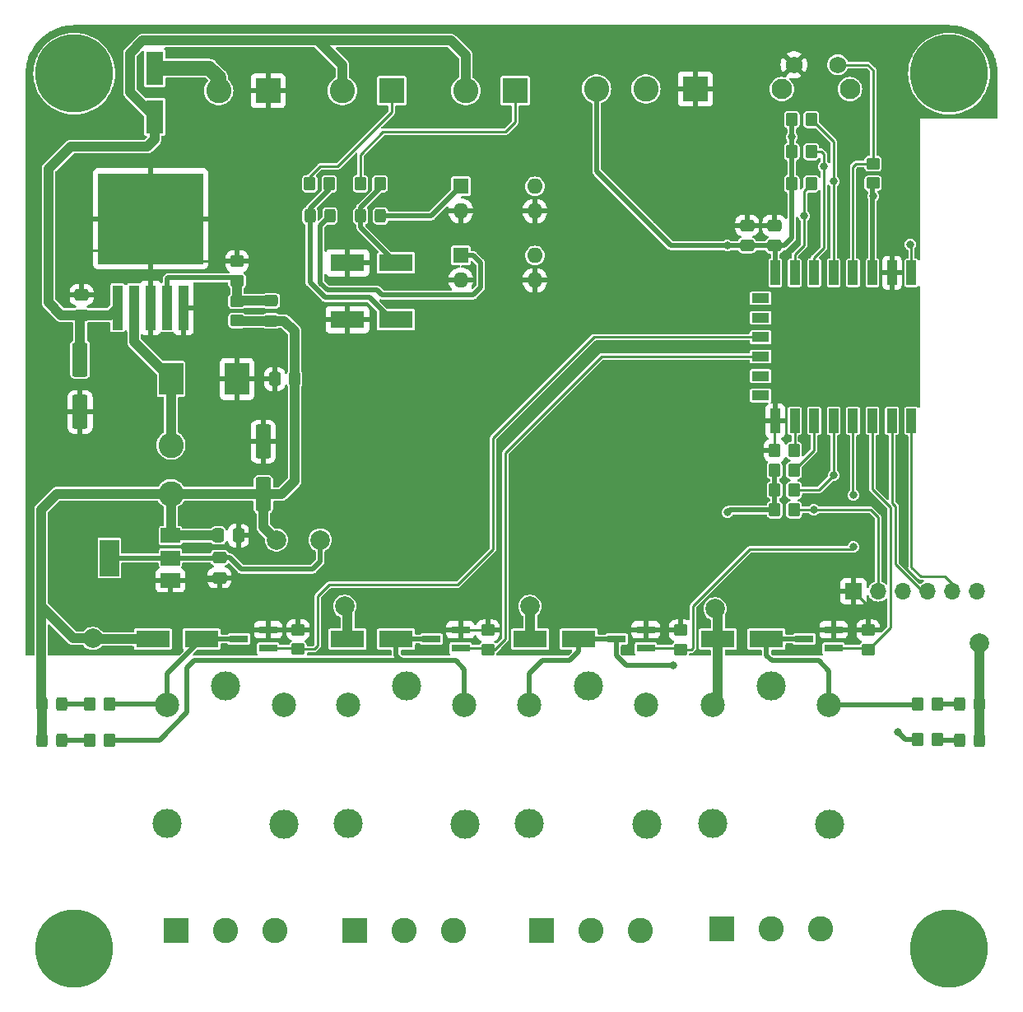
<source format=gbr>
%TF.GenerationSoftware,KiCad,Pcbnew,7.0.10*%
%TF.CreationDate,2025-03-17T10:36:42-03:00*%
%TF.ProjectId,MicroCerveceria,4d696372-6f43-4657-9276-656365726961,rev?*%
%TF.SameCoordinates,Original*%
%TF.FileFunction,Copper,L1,Top*%
%TF.FilePolarity,Positive*%
%FSLAX46Y46*%
G04 Gerber Fmt 4.6, Leading zero omitted, Abs format (unit mm)*
G04 Created by KiCad (PCBNEW 7.0.10) date 2025-03-17 10:36:42*
%MOMM*%
%LPD*%
G01*
G04 APERTURE LIST*
G04 Aperture macros list*
%AMRoundRect*
0 Rectangle with rounded corners*
0 $1 Rounding radius*
0 $2 $3 $4 $5 $6 $7 $8 $9 X,Y pos of 4 corners*
0 Add a 4 corners polygon primitive as box body*
4,1,4,$2,$3,$4,$5,$6,$7,$8,$9,$2,$3,0*
0 Add four circle primitives for the rounded corners*
1,1,$1+$1,$2,$3*
1,1,$1+$1,$4,$5*
1,1,$1+$1,$6,$7*
1,1,$1+$1,$8,$9*
0 Add four rect primitives between the rounded corners*
20,1,$1+$1,$2,$3,$4,$5,0*
20,1,$1+$1,$4,$5,$6,$7,0*
20,1,$1+$1,$6,$7,$8,$9,0*
20,1,$1+$1,$8,$9,$2,$3,0*%
G04 Aperture macros list end*
%TA.AperFunction,SMDPad,CuDef*%
%ADD10R,3.500000X1.800000*%
%TD*%
%TA.AperFunction,ComponentPad*%
%ADD11C,3.000000*%
%TD*%
%TA.AperFunction,ComponentPad*%
%ADD12C,2.500000*%
%TD*%
%TA.AperFunction,SMDPad,CuDef*%
%ADD13R,1.900000X0.800000*%
%TD*%
%TA.AperFunction,SMDPad,CuDef*%
%ADD14RoundRect,0.250000X-0.350000X-0.450000X0.350000X-0.450000X0.350000X0.450000X-0.350000X0.450000X0*%
%TD*%
%TA.AperFunction,SMDPad,CuDef*%
%ADD15RoundRect,0.250000X-0.475000X0.337500X-0.475000X-0.337500X0.475000X-0.337500X0.475000X0.337500X0*%
%TD*%
%TA.AperFunction,SMDPad,CuDef*%
%ADD16RoundRect,0.250000X0.350000X0.450000X-0.350000X0.450000X-0.350000X-0.450000X0.350000X-0.450000X0*%
%TD*%
%TA.AperFunction,SMDPad,CuDef*%
%ADD17RoundRect,0.250000X0.475000X-0.337500X0.475000X0.337500X-0.475000X0.337500X-0.475000X-0.337500X0*%
%TD*%
%TA.AperFunction,SMDPad,CuDef*%
%ADD18R,2.500000X3.300000*%
%TD*%
%TA.AperFunction,SMDPad,CuDef*%
%ADD19RoundRect,0.250000X0.450000X-0.350000X0.450000X0.350000X-0.450000X0.350000X-0.450000X-0.350000X0*%
%TD*%
%TA.AperFunction,ComponentPad*%
%ADD20C,2.600000*%
%TD*%
%TA.AperFunction,ComponentPad*%
%ADD21R,2.600000X2.600000*%
%TD*%
%TA.AperFunction,ComponentPad*%
%ADD22C,8.000000*%
%TD*%
%TA.AperFunction,SMDPad,CuDef*%
%ADD23RoundRect,0.250000X0.325000X0.450000X-0.325000X0.450000X-0.325000X-0.450000X0.325000X-0.450000X0*%
%TD*%
%TA.AperFunction,SMDPad,CuDef*%
%ADD24RoundRect,0.250000X0.550000X-1.500000X0.550000X1.500000X-0.550000X1.500000X-0.550000X-1.500000X0*%
%TD*%
%TA.AperFunction,SMDPad,CuDef*%
%ADD25RoundRect,0.250000X-0.450000X0.350000X-0.450000X-0.350000X0.450000X-0.350000X0.450000X0.350000X0*%
%TD*%
%TA.AperFunction,SMDPad,CuDef*%
%ADD26R,1.800000X3.500000*%
%TD*%
%TA.AperFunction,SMDPad,CuDef*%
%ADD27RoundRect,0.250000X-0.550000X1.500000X-0.550000X-1.500000X0.550000X-1.500000X0.550000X1.500000X0*%
%TD*%
%TA.AperFunction,ComponentPad*%
%ADD28R,1.600000X1.600000*%
%TD*%
%TA.AperFunction,ComponentPad*%
%ADD29O,1.600000X1.600000*%
%TD*%
%TA.AperFunction,SMDPad,CuDef*%
%ADD30RoundRect,0.250000X-0.337500X-0.475000X0.337500X-0.475000X0.337500X0.475000X-0.337500X0.475000X0*%
%TD*%
%TA.AperFunction,ComponentPad*%
%ADD31C,2.000000*%
%TD*%
%TA.AperFunction,SMDPad,CuDef*%
%ADD32R,2.000000X1.500000*%
%TD*%
%TA.AperFunction,SMDPad,CuDef*%
%ADD33R,2.000000X3.800000*%
%TD*%
%TA.AperFunction,SMDPad,CuDef*%
%ADD34R,1.000000X2.500000*%
%TD*%
%TA.AperFunction,SMDPad,CuDef*%
%ADD35R,1.800000X1.000000*%
%TD*%
%TA.AperFunction,ComponentPad*%
%ADD36R,1.700000X1.700000*%
%TD*%
%TA.AperFunction,ComponentPad*%
%ADD37O,1.700000X1.700000*%
%TD*%
%TA.AperFunction,SMDPad,CuDef*%
%ADD38R,1.100000X4.600000*%
%TD*%
%TA.AperFunction,SMDPad,CuDef*%
%ADD39R,10.800000X9.400000*%
%TD*%
%TA.AperFunction,SMDPad,CuDef*%
%ADD40RoundRect,0.250000X-0.325000X-0.450000X0.325000X-0.450000X0.325000X0.450000X-0.325000X0.450000X0*%
%TD*%
%TA.AperFunction,SMDPad,CuDef*%
%ADD41RoundRect,0.250000X0.337500X0.475000X-0.337500X0.475000X-0.337500X-0.475000X0.337500X-0.475000X0*%
%TD*%
%TA.AperFunction,ComponentPad*%
%ADD42C,2.100000*%
%TD*%
%TA.AperFunction,ComponentPad*%
%ADD43C,1.750000*%
%TD*%
%TA.AperFunction,ViaPad*%
%ADD44C,2.000000*%
%TD*%
%TA.AperFunction,ViaPad*%
%ADD45C,0.800000*%
%TD*%
%TA.AperFunction,Conductor*%
%ADD46C,1.000000*%
%TD*%
%TA.AperFunction,Conductor*%
%ADD47C,0.500000*%
%TD*%
%TA.AperFunction,Conductor*%
%ADD48C,0.250000*%
%TD*%
%TA.AperFunction,Conductor*%
%ADD49C,1.500000*%
%TD*%
G04 APERTURE END LIST*
D10*
%TO.P,D12,1,K*%
%TO.N,+5V*%
X71922000Y-83125000D03*
%TO.P,D12,2,A*%
%TO.N,Net-(D12-A)*%
X76922000Y-83125000D03*
%TD*%
D11*
%TO.P,K4,1*%
%TO.N,Net-(J8-Pin_1)*%
X96700000Y-87950000D03*
D12*
%TO.P,K4,2*%
%TO.N,+5V*%
X90650000Y-89900000D03*
D11*
%TO.P,K4,3*%
%TO.N,Net-(J8-Pin_2)*%
X90650000Y-102100000D03*
%TO.P,K4,4*%
%TO.N,Net-(J8-Pin_3)*%
X102700000Y-102150000D03*
D12*
%TO.P,K4,5*%
%TO.N,Net-(D14-A)*%
X102650000Y-89900000D03*
%TD*%
D13*
%TO.P,Q4,1,G*%
%TO.N,/core/GPIO5*%
X103124000Y-84075000D03*
%TO.P,Q4,2,S*%
%TO.N,GND*%
X103124000Y-82175000D03*
%TO.P,Q4,3,D*%
%TO.N,Net-(D14-A)*%
X100124000Y-83125000D03*
%TD*%
D14*
%TO.P,R8,1*%
%TO.N,+3V3*%
X98822000Y-36322000D03*
%TO.P,R8,2*%
%TO.N,/core/GPIO13*%
X100822000Y-36322000D03*
%TD*%
D15*
%TO.P,C1,1*%
%TO.N,Net-(U1-FB)*%
X45254000Y-48350500D03*
%TO.P,C1,2*%
%TO.N,+5V*%
X45254000Y-50425500D03*
%TD*%
D16*
%TO.P,R13,1*%
%TO.N,Net-(D4-A)*%
X28600000Y-93500000D03*
%TO.P,R13,2*%
%TO.N,Net-(D8-K)*%
X26600000Y-93500000D03*
%TD*%
D15*
%TO.P,C7,1*%
%TO.N,+3V3*%
X39954000Y-74750500D03*
%TO.P,C7,2*%
%TO.N,GND*%
X39954000Y-76825500D03*
%TD*%
D16*
%TO.P,R15,1*%
%TO.N,Net-(U3-GPIO15)*%
X99044000Y-63754000D03*
%TO.P,R15,2*%
%TO.N,GND*%
X97044000Y-63754000D03*
%TD*%
%TO.P,R4,1*%
%TO.N,Net-(J2-Pin_2)*%
X99060000Y-69850000D03*
%TO.P,R4,2*%
%TO.N,+3V3*%
X97060000Y-69850000D03*
%TD*%
D14*
%TO.P,R18,1*%
%TO.N,Net-(D14-A)*%
X111792000Y-89780000D03*
%TO.P,R18,2*%
%TO.N,Net-(D13-K)*%
X113792000Y-89780000D03*
%TD*%
D11*
%TO.P,K2,1*%
%TO.N,Net-(J4-Pin_1)*%
X59191000Y-87950000D03*
D12*
%TO.P,K2,2*%
%TO.N,+5V*%
X53141000Y-89900000D03*
D11*
%TO.P,K2,3*%
%TO.N,Net-(J4-Pin_2)*%
X53141000Y-102100000D03*
%TO.P,K2,4*%
%TO.N,Net-(J4-Pin_3)*%
X65191000Y-102150000D03*
D12*
%TO.P,K2,5*%
%TO.N,Net-(D4-A)*%
X65141000Y-89900000D03*
%TD*%
D17*
%TO.P,C2,1*%
%TO.N,+VSW*%
X25754000Y-49825500D03*
%TO.P,C2,2*%
%TO.N,GND*%
X25754000Y-47750500D03*
%TD*%
D11*
%TO.P,K1,1*%
%TO.N,Net-(J3-Pin_1)*%
X40600000Y-87950000D03*
D12*
%TO.P,K1,2*%
%TO.N,Net-(D3-A)*%
X34550000Y-89900000D03*
D11*
%TO.P,K1,3*%
%TO.N,Net-(J3-Pin_2)*%
X34550000Y-102100000D03*
%TO.P,K1,4*%
%TO.N,Net-(J3-Pin_3)*%
X46600000Y-102150000D03*
D12*
%TO.P,K1,5*%
%TO.N,+5V*%
X46550000Y-89900000D03*
%TD*%
D18*
%TO.P,D2,1,K*%
%TO.N,Net-(D2-K)*%
X34954000Y-56388000D03*
%TO.P,D2,2,A*%
%TO.N,GND*%
X41754000Y-56388000D03*
%TD*%
D19*
%TO.P,R5,1*%
%TO.N,+3V3*%
X107188000Y-36254500D03*
%TO.P,R5,2*%
%TO.N,Net-(U3-GPIO16)*%
X107188000Y-34254500D03*
%TD*%
%TO.P,R6,1*%
%TO.N,/core/GPIO9*%
X48033000Y-84175000D03*
%TO.P,R6,2*%
%TO.N,GND*%
X48033000Y-82175000D03*
%TD*%
D11*
%TO.P,K3,1*%
%TO.N,Net-(J7-Pin_1)*%
X77900000Y-87950000D03*
D12*
%TO.P,K3,2*%
%TO.N,Net-(D12-A)*%
X71850000Y-89900000D03*
D11*
%TO.P,K3,3*%
%TO.N,Net-(J7-Pin_2)*%
X71850000Y-102100000D03*
%TO.P,K3,4*%
%TO.N,Net-(J7-Pin_3)*%
X83900000Y-102150000D03*
D12*
%TO.P,K3,5*%
%TO.N,+5V*%
X83850000Y-89900000D03*
%TD*%
D13*
%TO.P,Q2,1,G*%
%TO.N,/core/GPIO10*%
X64746000Y-84075000D03*
%TO.P,Q2,2,S*%
%TO.N,GND*%
X64746000Y-82175000D03*
%TO.P,Q2,3,D*%
%TO.N,Net-(D4-A)*%
X61746000Y-83125000D03*
%TD*%
D20*
%TO.P,J4,3,Pin_3*%
%TO.N,Net-(J4-Pin_3)*%
X64012000Y-113125000D03*
%TO.P,J4,2,Pin_2*%
%TO.N,Net-(J4-Pin_2)*%
X58932000Y-113125000D03*
D21*
%TO.P,J4,1,Pin_1*%
%TO.N,Net-(J4-Pin_1)*%
X53852000Y-113125000D03*
%TD*%
D22*
%TO.P,H3,1,1*%
%TO.N,unconnected-(H3-Pad1)*%
X115000000Y-115000000D03*
%TD*%
D17*
%TO.P,C8,1*%
%TO.N,+3V3*%
X94234000Y-42672000D03*
%TO.P,C8,2*%
%TO.N,GND*%
X94234000Y-40597000D03*
%TD*%
D14*
%TO.P,R10,1*%
%TO.N,+3V3*%
X98822000Y-29718000D03*
%TO.P,R10,2*%
%TO.N,/core/GPIO14*%
X100822000Y-29718000D03*
%TD*%
D23*
%TO.P,D9,1,K*%
%TO.N,Net-(D9-K)*%
X51308000Y-39624000D03*
%TO.P,D9,2,A*%
%TO.N,Net-(D5-K)*%
X49258000Y-39624000D03*
%TD*%
D24*
%TO.P,C4,1*%
%TO.N,+5V*%
X44454000Y-68238000D03*
%TO.P,C4,2*%
%TO.N,GND*%
X44454000Y-62838000D03*
%TD*%
D25*
%TO.P,R1,1*%
%TO.N,GND*%
X41754000Y-44288000D03*
%TO.P,R1,2*%
%TO.N,Net-(U1-FB)*%
X41754000Y-46288000D03*
%TD*%
D14*
%TO.P,R14,1*%
%TO.N,+3V3*%
X97044000Y-65786000D03*
%TO.P,R14,2*%
%TO.N,Net-(U3-GPIO2)*%
X99044000Y-65786000D03*
%TD*%
D10*
%TO.P,D3,1,K*%
%TO.N,+5V*%
X33100000Y-83125000D03*
%TO.P,D3,2,A*%
%TO.N,Net-(D3-A)*%
X38100000Y-83125000D03*
%TD*%
D26*
%TO.P,D1,1,K*%
%TO.N,+VSW*%
X33274000Y-29424000D03*
%TO.P,D1,2,A*%
%TO.N,/fuente/VIN*%
X33274000Y-24424000D03*
%TD*%
D21*
%TO.P,J5,1,Pin_1*%
%TO.N,Net-(J5-Pin_1)*%
X57668000Y-26750000D03*
D20*
%TO.P,J5,2,Pin_2*%
%TO.N,+VSW*%
X52588000Y-26750000D03*
%TD*%
D16*
%TO.P,R12,1*%
%TO.N,Net-(D3-A)*%
X28600000Y-89780000D03*
%TO.P,R12,2*%
%TO.N,Net-(D7-K)*%
X26600000Y-89780000D03*
%TD*%
D22*
%TO.P,H2,1,1*%
%TO.N,unconnected-(H2-Pad1)*%
X115000000Y-25000000D03*
%TD*%
D13*
%TO.P,Q3,1,G*%
%TO.N,/core/GPIO4*%
X83796000Y-84075000D03*
%TO.P,Q3,2,S*%
%TO.N,GND*%
X83796000Y-82175000D03*
%TO.P,Q3,3,D*%
%TO.N,Net-(D12-A)*%
X80796000Y-83125000D03*
%TD*%
D21*
%TO.P,J9,1,Pin_1*%
%TO.N,GND*%
X88905000Y-26563000D03*
D20*
%TO.P,J9,2,Pin_2*%
%TO.N,/core/GPIO12*%
X83825000Y-26563000D03*
%TO.P,J9,3,Pin_3*%
%TO.N,+3V3*%
X78745000Y-26563000D03*
%TD*%
D23*
%TO.P,D10,1,K*%
%TO.N,Net-(D10-K)*%
X56526000Y-39624000D03*
%TO.P,D10,2,A*%
%TO.N,Net-(D10-A)*%
X54476000Y-39624000D03*
%TD*%
D10*
%TO.P,D4,1,K*%
%TO.N,+5V*%
X53126000Y-83125000D03*
%TO.P,D4,2,A*%
%TO.N,Net-(D4-A)*%
X58126000Y-83125000D03*
%TD*%
D25*
%TO.P,R2,1*%
%TO.N,Net-(U1-FB)*%
X41754000Y-48388000D03*
%TO.P,R2,2*%
%TO.N,+5V*%
X41754000Y-50388000D03*
%TD*%
D27*
%TO.P,C3,1*%
%TO.N,+VSW*%
X25604000Y-54388000D03*
%TO.P,C3,2*%
%TO.N,GND*%
X25604000Y-59788000D03*
%TD*%
D22*
%TO.P,H1,1,1*%
%TO.N,unconnected-(H1-Pad1)*%
X25000000Y-25000000D03*
%TD*%
D28*
%TO.P,U4,1*%
%TO.N,Net-(D9-K)*%
X64780000Y-43683000D03*
D29*
%TO.P,U4,2*%
%TO.N,GND*%
X64780000Y-46223000D03*
%TO.P,U4,3*%
X72400000Y-46223000D03*
%TO.P,U4,4*%
%TO.N,/core/GPIO13*%
X72400000Y-43683000D03*
%TD*%
D21*
%TO.P,J7,1,Pin_1*%
%TO.N,Net-(J7-Pin_1)*%
X73069000Y-113075000D03*
D20*
%TO.P,J7,2,Pin_2*%
%TO.N,Net-(J7-Pin_2)*%
X78149000Y-113075000D03*
%TO.P,J7,3,Pin_3*%
%TO.N,Net-(J7-Pin_3)*%
X83229000Y-113075000D03*
%TD*%
D30*
%TO.P,C6,1*%
%TO.N,+5V*%
X39816500Y-72488000D03*
%TO.P,C6,2*%
%TO.N,GND*%
X41891500Y-72488000D03*
%TD*%
D31*
%TO.P,TP1,1,1*%
%TO.N,+5V*%
X45804000Y-72938000D03*
%TD*%
D19*
%TO.P,R7,1*%
%TO.N,/core/GPIO10*%
X67564000Y-84225000D03*
%TO.P,R7,2*%
%TO.N,GND*%
X67564000Y-82225000D03*
%TD*%
D10*
%TO.P,D14,1,K*%
%TO.N,+5V*%
X91226000Y-83125000D03*
%TO.P,D14,2,A*%
%TO.N,Net-(D14-A)*%
X96226000Y-83125000D03*
%TD*%
D32*
%TO.P,U2,1,GND*%
%TO.N,GND*%
X34904000Y-77088000D03*
%TO.P,U2,2,VO*%
%TO.N,+3V3*%
X34904000Y-74788000D03*
D33*
X28604000Y-74788000D03*
D32*
%TO.P,U2,3,VI*%
%TO.N,+5V*%
X34904000Y-72488000D03*
%TD*%
D34*
%TO.P,U3,1,~{RST}*%
%TO.N,Net-(J2-Pin_2)*%
X111125000Y-45486000D03*
%TO.P,U3,2,ADC*%
%TO.N,GND*%
X109125000Y-45486000D03*
%TO.P,U3,3,EN*%
%TO.N,+3V3*%
X107125000Y-45486000D03*
%TO.P,U3,4,GPIO16*%
%TO.N,Net-(U3-GPIO16)*%
X105125000Y-45486000D03*
%TO.P,U3,5,GPIO14*%
%TO.N,/core/GPIO14*%
X103125000Y-45486000D03*
%TO.P,U3,6,GPIO12*%
%TO.N,/core/GPIO12*%
X101125000Y-45486000D03*
%TO.P,U3,7,GPIO13*%
%TO.N,/core/GPIO13*%
X99125000Y-45486000D03*
%TO.P,U3,8,VCC*%
%TO.N,+3V3*%
X97125000Y-45486000D03*
D35*
%TO.P,U3,9,CS0*%
%TO.N,unconnected-(U3-CS0-Pad9)*%
X95625000Y-48086000D03*
%TO.P,U3,10,MISO*%
%TO.N,unconnected-(U3-MISO-Pad10)*%
X95625000Y-50086000D03*
%TO.P,U3,11,GPIO9*%
%TO.N,/core/GPIO9*%
X95625000Y-52086000D03*
%TO.P,U3,12,GPIO10*%
%TO.N,/core/GPIO10*%
X95625000Y-54086000D03*
%TO.P,U3,13,MOSI*%
%TO.N,unconnected-(U3-MOSI-Pad13)*%
X95625000Y-56086000D03*
%TO.P,U3,14,SCLK*%
%TO.N,unconnected-(U3-SCLK-Pad14)*%
X95625000Y-58086000D03*
D34*
%TO.P,U3,15,GND*%
%TO.N,GND*%
X97125000Y-60686000D03*
%TO.P,U3,16,GPIO15*%
%TO.N,Net-(U3-GPIO15)*%
X99125000Y-60686000D03*
%TO.P,U3,17,GPIO2*%
%TO.N,Net-(U3-GPIO2)*%
X101125000Y-60686000D03*
%TO.P,U3,18,GPIO0*%
%TO.N,Net-(J2-Pin_6)*%
X103125000Y-60686000D03*
%TO.P,U3,19,GPIO4*%
%TO.N,/core/GPIO4*%
X105125000Y-60686000D03*
%TO.P,U3,20,GPIO5*%
%TO.N,/core/GPIO5*%
X107125000Y-60686000D03*
%TO.P,U3,21,GPIO3/RXD*%
%TO.N,Net-(J2-Pin_4)*%
X109125000Y-60686000D03*
%TO.P,U3,22,GPIO1/TXD*%
%TO.N,Net-(J2-Pin_5)*%
X111125000Y-60686000D03*
%TD*%
D14*
%TO.P,R9,1*%
%TO.N,Net-(J5-Pin_1)*%
X49238000Y-36322000D03*
%TO.P,R9,2*%
%TO.N,Net-(D5-K)*%
X51238000Y-36322000D03*
%TD*%
D36*
%TO.P,J2,1,Pin_1*%
%TO.N,GND*%
X105156000Y-78232000D03*
D37*
%TO.P,J2,2,Pin_2*%
%TO.N,Net-(J2-Pin_2)*%
X107696000Y-78232000D03*
%TO.P,J2,3,Pin_3*%
%TO.N,unconnected-(J2-Pin_3-Pad3)*%
X110236000Y-78232000D03*
%TO.P,J2,4,Pin_4*%
%TO.N,Net-(J2-Pin_4)*%
X112776000Y-78232000D03*
%TO.P,J2,5,Pin_5*%
%TO.N,Net-(J2-Pin_5)*%
X115316000Y-78232000D03*
%TO.P,J2,6,Pin_6*%
%TO.N,Net-(J2-Pin_6)*%
X117856000Y-78232000D03*
%TD*%
D13*
%TO.P,Q1,3,D*%
%TO.N,Net-(D3-A)*%
X41958000Y-83125000D03*
%TO.P,Q1,2,S*%
%TO.N,GND*%
X44958000Y-82175000D03*
%TO.P,Q1,1,G*%
%TO.N,/core/GPIO9*%
X44958000Y-84075000D03*
%TD*%
D14*
%TO.P,R16,1*%
%TO.N,Net-(D12-A)*%
X111792000Y-93480000D03*
%TO.P,R16,2*%
%TO.N,Net-(D11-K)*%
X113792000Y-93480000D03*
%TD*%
D19*
%TO.P,R19,1*%
%TO.N,/core/GPIO5*%
X106680000Y-84225000D03*
%TO.P,R19,2*%
%TO.N,GND*%
X106680000Y-82225000D03*
%TD*%
D31*
%TO.P,TP2,1,1*%
%TO.N,+3V3*%
X50304000Y-72938000D03*
%TD*%
D14*
%TO.P,R11,1*%
%TO.N,Net-(J6-Pin_1)*%
X54456000Y-36322000D03*
%TO.P,R11,2*%
%TO.N,Net-(D10-A)*%
X56456000Y-36322000D03*
%TD*%
D23*
%TO.P,D7,1,K*%
%TO.N,Net-(D7-K)*%
X23750000Y-89825000D03*
%TO.P,D7,2,A*%
%TO.N,+5V*%
X21700000Y-89825000D03*
%TD*%
%TO.P,D8,1,K*%
%TO.N,Net-(D8-K)*%
X23750000Y-93525000D03*
%TO.P,D8,2,A*%
%TO.N,+5V*%
X21700000Y-93525000D03*
%TD*%
D10*
%TO.P,D5,1,K*%
%TO.N,Net-(D5-K)*%
X58126000Y-50292000D03*
%TO.P,D5,2,A*%
%TO.N,GND*%
X53126000Y-50292000D03*
%TD*%
D38*
%TO.P,U1,1,VIN*%
%TO.N,+VSW*%
X29454000Y-49063000D03*
%TO.P,U1,2,OUT*%
%TO.N,Net-(D2-K)*%
X31154000Y-49063000D03*
%TO.P,U1,3,GND*%
%TO.N,GND*%
X32854000Y-49063000D03*
D39*
X32854000Y-39913000D03*
D38*
%TO.P,U1,4,FB*%
%TO.N,Net-(U1-FB)*%
X34554000Y-49063000D03*
%TO.P,U1,5,~{ON}/OFF*%
%TO.N,GND*%
X36254000Y-49063000D03*
%TD*%
D21*
%TO.P,J1,1,Pin_1*%
%TO.N,GND*%
X44950000Y-26750000D03*
D20*
%TO.P,J1,2,Pin_2*%
%TO.N,/fuente/VIN*%
X39870000Y-26750000D03*
%TD*%
D22*
%TO.P,H4,1,1*%
%TO.N,unconnected-(H4-Pad1)*%
X25000000Y-115000000D03*
%TD*%
D21*
%TO.P,J3,1,Pin_1*%
%TO.N,Net-(J3-Pin_1)*%
X35515000Y-113091000D03*
D20*
%TO.P,J3,2,Pin_2*%
%TO.N,Net-(J3-Pin_2)*%
X40595000Y-113091000D03*
%TO.P,J3,3,Pin_3*%
%TO.N,Net-(J3-Pin_3)*%
X45675000Y-113091000D03*
%TD*%
D28*
%TO.P,U5,1*%
%TO.N,Net-(D10-K)*%
X64780000Y-36571000D03*
D29*
%TO.P,U5,2*%
%TO.N,GND*%
X64780000Y-39111000D03*
%TO.P,U5,3*%
X72400000Y-39111000D03*
%TO.P,U5,4*%
%TO.N,/core/GPIO14*%
X72400000Y-36571000D03*
%TD*%
D19*
%TO.P,R17,1*%
%TO.N,/core/GPIO4*%
X87376000Y-84225000D03*
%TO.P,R17,2*%
%TO.N,GND*%
X87376000Y-82225000D03*
%TD*%
D21*
%TO.P,J6,1,Pin_1*%
%TO.N,Net-(J6-Pin_1)*%
X70368000Y-26750000D03*
D20*
%TO.P,J6,2,Pin_2*%
%TO.N,+VSW*%
X65288000Y-26750000D03*
%TD*%
D16*
%TO.P,R3,1*%
%TO.N,Net-(J2-Pin_6)*%
X99060000Y-67818000D03*
%TO.P,R3,2*%
%TO.N,+3V3*%
X97060000Y-67818000D03*
%TD*%
D10*
%TO.P,D6,1,K*%
%TO.N,Net-(D10-A)*%
X58126000Y-44450000D03*
%TO.P,D6,2,A*%
%TO.N,GND*%
X53126000Y-44450000D03*
%TD*%
D17*
%TO.P,C10,1*%
%TO.N,+3V3*%
X97028000Y-42693500D03*
%TO.P,C10,2*%
%TO.N,GND*%
X97028000Y-40618500D03*
%TD*%
D14*
%TO.P,R20,1*%
%TO.N,+3V3*%
X98822000Y-33020000D03*
%TO.P,R20,2*%
%TO.N,/core/GPIO12*%
X100822000Y-33020000D03*
%TD*%
D21*
%TO.P,J8,1,Pin_1*%
%TO.N,Net-(J8-Pin_1)*%
X91615000Y-112950000D03*
D20*
%TO.P,J8,2,Pin_2*%
%TO.N,Net-(J8-Pin_2)*%
X96695000Y-112950000D03*
%TO.P,J8,3,Pin_3*%
%TO.N,Net-(J8-Pin_3)*%
X101775000Y-112950000D03*
%TD*%
D40*
%TO.P,D11,1,K*%
%TO.N,Net-(D11-K)*%
X116078000Y-93525000D03*
%TO.P,D11,2,A*%
%TO.N,+5V*%
X118128000Y-93525000D03*
%TD*%
%TO.P,D13,1,K*%
%TO.N,Net-(D13-K)*%
X116078000Y-89825000D03*
%TO.P,D13,2,A*%
%TO.N,+5V*%
X118128000Y-89825000D03*
%TD*%
D41*
%TO.P,C5,1*%
%TO.N,+5V*%
X47691500Y-56388000D03*
%TO.P,C5,2*%
%TO.N,GND*%
X45616500Y-56388000D03*
%TD*%
D20*
%TO.P,L1,1,1*%
%TO.N,Net-(D2-K)*%
X34954000Y-63188000D03*
%TO.P,L1,2,2*%
%TO.N,+5V*%
X34954000Y-68188000D03*
%TD*%
D42*
%TO.P,SW1,*%
%TO.N,*%
X97800000Y-26577500D03*
X104810000Y-26577500D03*
D43*
%TO.P,SW1,1,1*%
%TO.N,GND*%
X99050000Y-24087500D03*
%TO.P,SW1,2,2*%
%TO.N,Net-(U3-GPIO16)*%
X103550000Y-24087500D03*
%TD*%
D44*
%TO.N,+5V*%
X118110000Y-83566000D03*
X90932000Y-80010000D03*
X52832000Y-79756000D03*
X26924000Y-83058000D03*
X71882000Y-79756000D03*
D45*
%TO.N,GND*%
X98044000Y-58166000D03*
X68072000Y-52070000D03*
X37338000Y-43180000D03*
X37338000Y-36576000D03*
X32854000Y-43180000D03*
X79756000Y-55118000D03*
X66802000Y-64516000D03*
X111252000Y-57658000D03*
X44450000Y-58928000D03*
X76200000Y-35052000D03*
X79756000Y-51054000D03*
X94996000Y-60706000D03*
X32854000Y-36576000D03*
X25654000Y-62992000D03*
X53086000Y-58928000D03*
X57150000Y-66294000D03*
X28956000Y-39913000D03*
X85344000Y-76962000D03*
X70612000Y-64516000D03*
X32854000Y-39913000D03*
X80772000Y-64770000D03*
X81534000Y-35052000D03*
X66548000Y-76962000D03*
X23368000Y-84074000D03*
X50038000Y-50292000D03*
X90932000Y-65024000D03*
X110236000Y-72644000D03*
X110490000Y-30480000D03*
X37338000Y-39913000D03*
X25654000Y-45974000D03*
X111252000Y-48768000D03*
X42672000Y-70866000D03*
X53340000Y-76708000D03*
X34798000Y-79248000D03*
X80772000Y-71120000D03*
X71374000Y-76962000D03*
X28956000Y-36576000D03*
X28956000Y-43180000D03*
%TO.N,+3V3*%
X98806000Y-31496000D03*
X107188000Y-37592000D03*
X92202000Y-42672000D03*
X92202000Y-70104000D03*
%TO.N,Net-(D12-A)*%
X86614000Y-85852000D03*
X109728000Y-92710000D03*
%TO.N,Net-(J2-Pin_6)*%
X103124000Y-66294000D03*
%TO.N,Net-(J2-Pin_2)*%
X101092000Y-69850000D03*
X110998000Y-42545000D03*
%TO.N,/core/GPIO4*%
X105156000Y-68326000D03*
X105156000Y-73660000D03*
%TO.N,/core/GPIO14*%
X103125000Y-36068000D03*
%TO.N,/core/GPIO13*%
X100076000Y-39624000D03*
%TO.N,/core/GPIO12*%
X102108000Y-34544000D03*
%TD*%
D46*
%TO.N,Net-(U1-FB)*%
X41791500Y-48350500D02*
X41754000Y-48388000D01*
D47*
X34554000Y-49063000D02*
X34554000Y-46088000D01*
D46*
X45254000Y-48350500D02*
X41791500Y-48350500D01*
D47*
X34554000Y-46088000D02*
X34668000Y-45974000D01*
D48*
X45216500Y-48388000D02*
X45254000Y-48350500D01*
D47*
X41440000Y-45974000D02*
X41754000Y-46288000D01*
X34668000Y-45974000D02*
X41440000Y-45974000D01*
D46*
X41754000Y-46288000D02*
X41754000Y-48388000D01*
%TO.N,+5V*%
X34954000Y-68188000D02*
X23252000Y-68188000D01*
X46615500Y-50425500D02*
X45254000Y-50425500D01*
X34904000Y-72488000D02*
X39816500Y-72488000D01*
X47691500Y-66862500D02*
X47691500Y-56388000D01*
X34954000Y-68188000D02*
X44404000Y-68188000D01*
X91226000Y-80113000D02*
X91123000Y-80010000D01*
X91226000Y-83125000D02*
X91226000Y-89324000D01*
X44404000Y-68188000D02*
X44454000Y-68238000D01*
X53141000Y-83140000D02*
X53126000Y-83125000D01*
X41791500Y-50425500D02*
X41754000Y-50388000D01*
X21590000Y-89715000D02*
X21700000Y-89825000D01*
X44454000Y-71588000D02*
X44454000Y-68238000D01*
X26991000Y-83125000D02*
X26924000Y-83058000D01*
X71922000Y-83125000D02*
X71922000Y-79796000D01*
X45804000Y-72938000D02*
X44454000Y-71588000D01*
X33100000Y-83125000D02*
X26991000Y-83125000D01*
X24892000Y-83058000D02*
X26924000Y-83058000D01*
X53126000Y-80050000D02*
X52832000Y-79756000D01*
X53126000Y-83125000D02*
X53126000Y-80050000D01*
X34954000Y-68188000D02*
X34954000Y-72438000D01*
X118128000Y-89154000D02*
X118128000Y-92710000D01*
D48*
X118110000Y-83820000D02*
X118110000Y-83566000D01*
D46*
X34954000Y-72438000D02*
X34904000Y-72488000D01*
X21590000Y-79756000D02*
X24892000Y-83058000D01*
X21700000Y-89825000D02*
X21700000Y-93525000D01*
X90932000Y-80010000D02*
X90932000Y-79819000D01*
X47691500Y-51501500D02*
X46615500Y-50425500D01*
X90932000Y-79819000D02*
X90932000Y-79819000D01*
X21700000Y-89825000D02*
X21700000Y-91275000D01*
X91226000Y-89324000D02*
X90650000Y-89900000D01*
X91123000Y-80010000D02*
X90932000Y-80010000D01*
X91226000Y-83125000D02*
X91226000Y-80113000D01*
X47691500Y-56388000D02*
X47691500Y-51501500D01*
X45254000Y-50425500D02*
X41791500Y-50425500D01*
X118128000Y-89154000D02*
X118128000Y-83838000D01*
X44454000Y-68238000D02*
X46316000Y-68238000D01*
D48*
X118128000Y-83838000D02*
X118110000Y-83820000D01*
D46*
X21590000Y-69850000D02*
X21590000Y-89715000D01*
X46316000Y-68238000D02*
X47691500Y-66862500D01*
X71882000Y-79756000D02*
X71922000Y-79796000D01*
X23252000Y-68188000D02*
X21590000Y-69850000D01*
%TO.N,+VSW*%
X22352000Y-48514000D02*
X23663500Y-49825500D01*
X33274000Y-31750000D02*
X32512000Y-32512000D01*
X30734000Y-26884000D02*
X30734000Y-22914000D01*
X32512000Y-32512000D02*
X24638000Y-32512000D01*
X22352000Y-34798000D02*
X22352000Y-48514000D01*
X24638000Y-32512000D02*
X22352000Y-34798000D01*
X52578000Y-21590000D02*
X50038000Y-21590000D01*
X25604000Y-49975500D02*
X25754000Y-49825500D01*
X50038000Y-21590000D02*
X52588000Y-24140000D01*
X25673676Y-49825500D02*
X25611176Y-49888000D01*
X63754000Y-21590000D02*
X65288000Y-23124000D01*
X33274000Y-29424000D02*
X33274000Y-31750000D01*
X65288000Y-23124000D02*
X65288000Y-26750000D01*
X25754000Y-49825500D02*
X28691500Y-49825500D01*
X25604000Y-54388000D02*
X25604000Y-49975500D01*
X52578000Y-21590000D02*
X63754000Y-21590000D01*
X23663500Y-49825500D02*
X25754000Y-49825500D01*
X33274000Y-29424000D02*
X30734000Y-26884000D01*
X25754000Y-49825500D02*
X25673676Y-49825500D01*
X30734000Y-22914000D02*
X32058000Y-21590000D01*
X52588000Y-24140000D02*
X52588000Y-26750000D01*
X32058000Y-21590000D02*
X52578000Y-21590000D01*
X28691500Y-49825500D02*
X29454000Y-49063000D01*
D48*
%TO.N,GND*%
X72400000Y-47742000D02*
X72400000Y-46223000D01*
X32854000Y-43346000D02*
X33020000Y-43180000D01*
X52578000Y-71628000D02*
X51816000Y-70866000D01*
X88900000Y-26568000D02*
X88900000Y-39624000D01*
X88900000Y-23876000D02*
X76454000Y-23876000D01*
X44958000Y-82175000D02*
X48033000Y-82175000D01*
X107950000Y-22352000D02*
X109125000Y-23527000D01*
X36254000Y-53526000D02*
X39116000Y-56388000D01*
X52578000Y-75946000D02*
X52578000Y-71628000D01*
X51816000Y-70866000D02*
X48768000Y-70866000D01*
X97006500Y-40597000D02*
X97028000Y-40618500D01*
X70866000Y-41910000D02*
X70866000Y-46223000D01*
X62738000Y-45974000D02*
X62987000Y-46223000D01*
X92202000Y-63754000D02*
X90932000Y-65024000D01*
X32854000Y-49063000D02*
X32854000Y-52158000D01*
X46228000Y-76825500D02*
X53457500Y-76825500D01*
X53126000Y-50292000D02*
X53126000Y-52070000D01*
X25754000Y-47750500D02*
X25754000Y-46074000D01*
X62987000Y-46223000D02*
X64780000Y-46223000D01*
X64780000Y-46223000D02*
X53589000Y-46223000D01*
X44034000Y-44288000D02*
X41754000Y-44288000D01*
X88900000Y-39624000D02*
X89873000Y-40597000D01*
X53126000Y-45760000D02*
X53126000Y-44450000D01*
X43367000Y-75371000D02*
X41891500Y-73895500D01*
X83796000Y-82175000D02*
X87326000Y-82175000D01*
X37229000Y-44288000D02*
X32854000Y-39913000D01*
X53126000Y-52070000D02*
X68072000Y-52070000D01*
X66548000Y-76962000D02*
X67564000Y-77978000D01*
X106680000Y-82225000D02*
X106680000Y-79756000D01*
X42672000Y-70866000D02*
X42418000Y-70866000D01*
X39691500Y-77088000D02*
X39954000Y-76825500D01*
X29587000Y-43180000D02*
X32854000Y-39913000D01*
X44454000Y-65274000D02*
X44454000Y-62838000D01*
X41754000Y-44288000D02*
X41754000Y-32160000D01*
X76454000Y-23876000D02*
X73914000Y-26416000D01*
X41754000Y-56388000D02*
X45616500Y-56388000D01*
X88905000Y-26563000D02*
X88900000Y-26568000D01*
X72400000Y-39111000D02*
X72400000Y-40376000D01*
X41891500Y-73895500D02*
X41891500Y-72488000D01*
X97044000Y-63754000D02*
X92202000Y-63754000D01*
X25754000Y-43842000D02*
X26416000Y-43180000D01*
X109125000Y-23527000D02*
X109125000Y-45486000D01*
X72400000Y-40376000D02*
X70866000Y-41910000D01*
X64746000Y-82175000D02*
X67514000Y-82175000D01*
X44950000Y-28964000D02*
X44950000Y-26750000D01*
X64780000Y-39111000D02*
X63251000Y-39111000D01*
X62738000Y-39624000D02*
X62738000Y-45974000D01*
X73914000Y-26416000D02*
X73914000Y-39111000D01*
X90932000Y-70612000D02*
X85344000Y-76200000D01*
X33020000Y-52324000D02*
X36254000Y-52324000D01*
X25604000Y-59788000D02*
X25604000Y-62942000D01*
X106630000Y-82175000D02*
X106680000Y-82225000D01*
X32854000Y-43014000D02*
X32854000Y-39913000D01*
X43942000Y-65786000D02*
X44454000Y-65274000D01*
X25754000Y-46074000D02*
X25654000Y-45974000D01*
X45616500Y-57761500D02*
X45616500Y-56388000D01*
X94255500Y-40618500D02*
X94234000Y-40597000D01*
X94234000Y-40597000D02*
X97006500Y-40597000D01*
X63251000Y-39111000D02*
X62738000Y-39624000D01*
X71374000Y-76962000D02*
X85344000Y-76962000D01*
X72400000Y-39111000D02*
X64780000Y-39111000D01*
X97044000Y-60767000D02*
X97125000Y-60686000D01*
X41754000Y-44288000D02*
X37229000Y-44288000D01*
X28956000Y-43180000D02*
X29587000Y-43180000D01*
X25654000Y-45974000D02*
X25754000Y-45874000D01*
X68072000Y-52070000D02*
X72400000Y-47742000D01*
X53589000Y-46223000D02*
X53126000Y-45760000D01*
X44454000Y-58932000D02*
X44450000Y-58928000D01*
X39954000Y-76825500D02*
X46228000Y-76825500D01*
X25604000Y-62942000D02*
X25654000Y-62992000D01*
X44450000Y-58928000D02*
X45616500Y-57761500D01*
X25604000Y-64974000D02*
X26416000Y-65786000D01*
X70866000Y-46223000D02*
X72400000Y-46223000D01*
X46228000Y-76825500D02*
X46345500Y-76825500D01*
X89672000Y-23114000D02*
X98076500Y-23114000D01*
X106680000Y-79756000D02*
X105156000Y-78232000D01*
X85344000Y-76200000D02*
X85344000Y-76962000D01*
X50038000Y-50292000D02*
X44034000Y-44288000D01*
X41754000Y-32160000D02*
X44950000Y-28964000D01*
X26416000Y-43180000D02*
X28956000Y-43180000D01*
X32854000Y-49063000D02*
X32854000Y-43346000D01*
X47311000Y-75371000D02*
X43367000Y-75371000D01*
X32854000Y-52158000D02*
X33020000Y-52324000D01*
X88905000Y-23881000D02*
X88900000Y-23876000D01*
X53457500Y-76825500D02*
X52578000Y-75946000D01*
X34904000Y-77088000D02*
X39691500Y-77088000D01*
X41891500Y-72488000D02*
X41891500Y-71392500D01*
X48006000Y-74676000D02*
X47311000Y-75371000D01*
X36254000Y-52324000D02*
X36254000Y-49063000D01*
X36254000Y-49063000D02*
X36254000Y-53526000D01*
X25654000Y-62992000D02*
X25604000Y-63042000D01*
X99050000Y-24087500D02*
X100785500Y-22352000D01*
X85344000Y-76962000D02*
X87376000Y-78994000D01*
X46345500Y-76825500D02*
X48033000Y-78513000D01*
X53126000Y-50292000D02*
X50038000Y-50292000D01*
X39116000Y-56388000D02*
X41754000Y-56388000D01*
X73914000Y-39111000D02*
X72400000Y-39111000D01*
X48033000Y-78513000D02*
X48033000Y-82175000D01*
X48768000Y-70866000D02*
X48006000Y-71628000D01*
X103124000Y-82175000D02*
X106630000Y-82175000D01*
X98076500Y-23114000D02*
X99050000Y-24087500D01*
X48006000Y-71628000D02*
X48006000Y-74676000D01*
X90932000Y-65024000D02*
X90932000Y-70612000D01*
X25754000Y-45874000D02*
X25754000Y-43842000D01*
X26416000Y-65786000D02*
X43942000Y-65786000D01*
X41891500Y-71392500D02*
X42672000Y-70866000D01*
X88905000Y-23881000D02*
X89672000Y-23114000D01*
X44454000Y-62838000D02*
X44454000Y-58932000D01*
X33020000Y-43180000D02*
X32854000Y-43014000D01*
X67514000Y-82175000D02*
X67564000Y-82225000D01*
X67564000Y-77978000D02*
X67564000Y-82225000D01*
X87376000Y-78994000D02*
X87376000Y-82225000D01*
X25604000Y-63042000D02*
X25604000Y-64974000D01*
X89873000Y-40597000D02*
X94234000Y-40597000D01*
X87326000Y-82175000D02*
X87376000Y-82225000D01*
X97044000Y-63754000D02*
X97044000Y-60767000D01*
X100785500Y-22352000D02*
X107950000Y-22352000D01*
X88905000Y-26563000D02*
X88905000Y-23881000D01*
D47*
%TO.N,+3V3*%
X97028000Y-42693500D02*
X98022500Y-42693500D01*
X98800500Y-36343500D02*
X98822000Y-36322000D01*
X94255500Y-42693500D02*
X94234000Y-42672000D01*
X42164000Y-75946000D02*
X49530000Y-75946000D01*
X98022500Y-42693500D02*
X98806000Y-41910000D01*
X39954000Y-74750500D02*
X40968500Y-74750500D01*
X97125000Y-42790500D02*
X97028000Y-42693500D01*
X97060000Y-69850000D02*
X97060000Y-67818000D01*
X107125000Y-37655000D02*
X107188000Y-37592000D01*
X97049500Y-42672000D02*
X97028000Y-42693500D01*
X78745000Y-35057000D02*
X86360000Y-42672000D01*
X49530000Y-75946000D02*
X50304000Y-75172000D01*
X107188000Y-37592000D02*
X107125000Y-37529000D01*
X28604000Y-74788000D02*
X34904000Y-74788000D01*
X40968500Y-74750500D02*
X42164000Y-75946000D01*
X97060000Y-65802000D02*
X97044000Y-65786000D01*
X97028000Y-42693500D02*
X94255500Y-42693500D01*
X97060000Y-69850000D02*
X92456000Y-69850000D01*
X107125000Y-45486000D02*
X107125000Y-37655000D01*
X39916500Y-74788000D02*
X39954000Y-74750500D01*
X98822000Y-36322000D02*
X98822000Y-33020000D01*
X34904000Y-74788000D02*
X39916500Y-74788000D01*
X92456000Y-69850000D02*
X92202000Y-70104000D01*
X78745000Y-26563000D02*
X78745000Y-35057000D01*
X86360000Y-42672000D02*
X92202000Y-42672000D01*
X98822000Y-33020000D02*
X98822000Y-29718000D01*
X97125000Y-45486000D02*
X97125000Y-42790500D01*
X50304000Y-75172000D02*
X50304000Y-72938000D01*
X98806000Y-41910000D02*
X98806000Y-36338000D01*
X107125000Y-36317500D02*
X107188000Y-36254500D01*
X98806000Y-36338000D02*
X98822000Y-36322000D01*
X107125000Y-37529000D02*
X107125000Y-36317500D01*
X97006500Y-42672000D02*
X97028000Y-42693500D01*
X94234000Y-42672000D02*
X92202000Y-42672000D01*
X97060000Y-67818000D02*
X97060000Y-65802000D01*
D49*
%TO.N,/fuente/VIN*%
X39870000Y-25392000D02*
X39870000Y-26750000D01*
X33274000Y-24424000D02*
X38902000Y-24424000D01*
X38902000Y-24424000D02*
X39870000Y-25392000D01*
D46*
%TO.N,Net-(D2-K)*%
X31154000Y-52588000D02*
X34954000Y-56388000D01*
X31154000Y-49063000D02*
X31154000Y-52588000D01*
X34954000Y-56388000D02*
X34954000Y-63188000D01*
D47*
%TO.N,Net-(D3-A)*%
X38050000Y-83125000D02*
X37050000Y-84125000D01*
X28600000Y-89780000D02*
X34430000Y-89780000D01*
X34550000Y-89900000D02*
X34550000Y-86675000D01*
X38100000Y-83125000D02*
X38050000Y-83125000D01*
X41958000Y-83125000D02*
X38100000Y-83125000D01*
X34550000Y-86675000D02*
X38100000Y-83125000D01*
X34430000Y-89780000D02*
X34550000Y-89900000D01*
%TO.N,Net-(D4-A)*%
X61746000Y-83125000D02*
X58126000Y-83125000D01*
X58674000Y-85344000D02*
X64262000Y-85344000D01*
X58126000Y-83125000D02*
X58126000Y-84796000D01*
X36576000Y-90678000D02*
X36576000Y-86106000D01*
X36576000Y-86106000D02*
X37338000Y-85344000D01*
X33754000Y-93500000D02*
X36576000Y-90678000D01*
X37338000Y-85344000D02*
X58674000Y-85344000D01*
X65141000Y-86223000D02*
X65141000Y-89900000D01*
X28600000Y-93500000D02*
X33754000Y-93500000D01*
X58126000Y-84796000D02*
X58674000Y-85344000D01*
X64262000Y-85344000D02*
X65141000Y-86223000D01*
%TO.N,Net-(D5-K)*%
X51238000Y-36322000D02*
X51238000Y-36900000D01*
X57658000Y-50292000D02*
X58126000Y-50292000D01*
X55372000Y-48006000D02*
X57658000Y-50292000D01*
X51238000Y-36900000D02*
X49258000Y-38880000D01*
X49258000Y-39624000D02*
X49258000Y-46464000D01*
X49258000Y-38880000D02*
X49258000Y-39624000D01*
X50800000Y-48006000D02*
X55372000Y-48006000D01*
X49258000Y-46464000D02*
X50800000Y-48006000D01*
D48*
%TO.N,Net-(D10-A)*%
X56526000Y-36392000D02*
X56456000Y-36322000D01*
D47*
X54476000Y-39624000D02*
X54476000Y-38742000D01*
X54476000Y-40800000D02*
X58126000Y-44450000D01*
X54476000Y-38742000D02*
X56456000Y-36762000D01*
X56456000Y-36762000D02*
X56456000Y-36322000D01*
X54476000Y-39624000D02*
X54476000Y-40800000D01*
%TO.N,Net-(D7-K)*%
X23750000Y-89825000D02*
X26555000Y-89825000D01*
X26555000Y-89825000D02*
X26600000Y-89780000D01*
%TO.N,Net-(D8-K)*%
X26575000Y-93525000D02*
X26600000Y-93500000D01*
X23750000Y-93525000D02*
X26575000Y-93525000D01*
%TO.N,Net-(D9-K)*%
X50292000Y-46508050D02*
X51027950Y-47244000D01*
X51308000Y-39624000D02*
X50292000Y-40640000D01*
X66040000Y-47752000D02*
X66802000Y-46990000D01*
X56641604Y-47752000D02*
X66040000Y-47752000D01*
X66035000Y-43683000D02*
X64780000Y-43683000D01*
X66802000Y-44450000D02*
X66035000Y-43683000D01*
X51027950Y-47244000D02*
X56133604Y-47244000D01*
X50292000Y-40640000D02*
X50292000Y-46508050D01*
X56133604Y-47244000D02*
X56641604Y-47752000D01*
X66802000Y-46990000D02*
X66802000Y-44450000D01*
%TO.N,Net-(D10-K)*%
X56526000Y-39624000D02*
X61727000Y-39624000D01*
X61727000Y-39624000D02*
X64780000Y-36571000D01*
%TO.N,Net-(D11-K)*%
X113837000Y-93525000D02*
X113792000Y-93480000D01*
X116078000Y-93525000D02*
X113837000Y-93525000D01*
%TO.N,Net-(D12-A)*%
X81788000Y-85852000D02*
X84197836Y-85852000D01*
X111792000Y-93480000D02*
X110498000Y-93480000D01*
X75946000Y-85344000D02*
X73152000Y-85344000D01*
X110498000Y-93480000D02*
X109728000Y-92710000D01*
X76922000Y-83125000D02*
X76922000Y-84368000D01*
X80796000Y-84860000D02*
X81788000Y-85852000D01*
X80796000Y-83125000D02*
X76922000Y-83125000D01*
X73152000Y-85344000D02*
X71850000Y-86646000D01*
X71850000Y-86646000D02*
X71850000Y-89900000D01*
X80796000Y-83125000D02*
X80796000Y-84860000D01*
X84197836Y-85852000D02*
X86614000Y-85852000D01*
X76922000Y-84368000D02*
X75946000Y-85344000D01*
%TO.N,Net-(D13-K)*%
X116033000Y-89780000D02*
X116078000Y-89825000D01*
X113792000Y-89780000D02*
X116033000Y-89780000D01*
%TO.N,Net-(D14-A)*%
X111672000Y-89900000D02*
X102650000Y-89900000D01*
X96226000Y-83125000D02*
X100124000Y-83125000D01*
X102650000Y-86394000D02*
X102650000Y-89900000D01*
X96774000Y-85344000D02*
X101600000Y-85344000D01*
X101600000Y-85344000D02*
X102650000Y-86394000D01*
X96226000Y-83125000D02*
X96226000Y-84796000D01*
X96226000Y-84796000D02*
X96774000Y-85344000D01*
X111792000Y-89780000D02*
X111672000Y-89900000D01*
D48*
%TO.N,Net-(J2-Pin_6)*%
X99060000Y-67818000D02*
X101600000Y-67818000D01*
X103125000Y-66293000D02*
X103125000Y-60686000D01*
X103124000Y-66294000D02*
X103125000Y-66293000D01*
X101600000Y-67818000D02*
X103124000Y-66294000D01*
%TO.N,Net-(J2-Pin_5)*%
X112091224Y-76708000D02*
X114554000Y-76708000D01*
X114554000Y-76708000D02*
X115316000Y-77470000D01*
X115316000Y-77470000D02*
X115316000Y-78232000D01*
X111125000Y-60686000D02*
X111125000Y-75741776D01*
X111125000Y-75741776D02*
X112091224Y-76708000D01*
%TO.N,Net-(J2-Pin_4)*%
X112268000Y-78232000D02*
X112776000Y-78232000D01*
X109125000Y-69118604D02*
X109474000Y-69467604D01*
X109474000Y-69467604D02*
X109474000Y-75438000D01*
X109474000Y-75438000D02*
X112268000Y-78232000D01*
X109125000Y-60686000D02*
X109125000Y-69118604D01*
%TO.N,Net-(J2-Pin_2)*%
X106934000Y-69850000D02*
X99060000Y-69850000D01*
X111125000Y-42672000D02*
X110998000Y-42545000D01*
X107696000Y-70612000D02*
X106934000Y-69850000D01*
X111125000Y-45486000D02*
X111125000Y-42672000D01*
X107696000Y-78232000D02*
X107696000Y-70612000D01*
%TO.N,Net-(J5-Pin_1)*%
X49238000Y-35598000D02*
X50292000Y-34544000D01*
X57668000Y-28946000D02*
X57668000Y-26750000D01*
X52070000Y-34544000D02*
X57668000Y-28946000D01*
X50292000Y-34544000D02*
X52070000Y-34544000D01*
X49238000Y-36322000D02*
X49238000Y-35598000D01*
X49132000Y-36216000D02*
X49238000Y-36322000D01*
%TO.N,Net-(J6-Pin_1)*%
X69342000Y-30988000D02*
X70368000Y-29962000D01*
X54456000Y-36322000D02*
X54456000Y-33302396D01*
X54456000Y-33302396D02*
X56770396Y-30988000D01*
X56770396Y-30988000D02*
X69342000Y-30988000D01*
X70368000Y-29962000D02*
X70368000Y-26750000D01*
%TO.N,/core/GPIO9*%
X49683000Y-84175000D02*
X50038000Y-83820000D01*
X68072000Y-73914000D02*
X68072000Y-62484000D01*
X51220000Y-77558000D02*
X64428000Y-77558000D01*
X50038000Y-78740000D02*
X51220000Y-77558000D01*
X68072000Y-62484000D02*
X78470000Y-52086000D01*
X48033000Y-84175000D02*
X49683000Y-84175000D01*
X78470000Y-52086000D02*
X95625000Y-52086000D01*
X44958000Y-84075000D02*
X47933000Y-84075000D01*
X64428000Y-77558000D02*
X68072000Y-73914000D01*
X47933000Y-84075000D02*
X48033000Y-84175000D01*
X50038000Y-83820000D02*
X50038000Y-78740000D01*
%TO.N,/core/GPIO5*%
X103124000Y-84075000D02*
X106530000Y-84075000D01*
X106530000Y-84075000D02*
X106680000Y-84225000D01*
X107125000Y-67755000D02*
X108966000Y-69596000D01*
X108966000Y-81939000D02*
X106680000Y-84225000D01*
X107125000Y-67755000D02*
X107125000Y-60686000D01*
X108966000Y-69596000D02*
X108966000Y-81939000D01*
%TO.N,/core/GPIO4*%
X87226000Y-84075000D02*
X87376000Y-84225000D01*
X88646000Y-79756000D02*
X88646000Y-84074000D01*
X88495000Y-84225000D02*
X87376000Y-84225000D01*
X104902000Y-73914000D02*
X94488000Y-73914000D01*
X83796000Y-84075000D02*
X87226000Y-84075000D01*
X94488000Y-73914000D02*
X88646000Y-79756000D01*
X88646000Y-84074000D02*
X88495000Y-84225000D01*
X105156000Y-73660000D02*
X104902000Y-73914000D01*
X105125000Y-68295000D02*
X105125000Y-60686000D01*
%TO.N,Net-(U3-GPIO16)*%
X105445500Y-34254500D02*
X107188000Y-34254500D01*
X105125000Y-34575000D02*
X105445500Y-34254500D01*
X107188000Y-24638000D02*
X106637500Y-24087500D01*
X107188000Y-34254500D02*
X107188000Y-24638000D01*
X106637500Y-24087500D02*
X103550000Y-24087500D01*
X105125000Y-45486000D02*
X105125000Y-34575000D01*
%TO.N,Net-(U3-GPIO2)*%
X101125000Y-63705000D02*
X99044000Y-65786000D01*
X101125000Y-60686000D02*
X101125000Y-63705000D01*
%TO.N,Net-(U3-GPIO15)*%
X99125000Y-60686000D02*
X99125000Y-63673000D01*
X99125000Y-63673000D02*
X99044000Y-63754000D01*
%TO.N,/core/GPIO14*%
X103125000Y-36068000D02*
X103125000Y-45486000D01*
X103125000Y-36068000D02*
X103125000Y-32005000D01*
X103125000Y-32005000D02*
X100838000Y-29718000D01*
X100838000Y-29718000D02*
X100822000Y-29718000D01*
%TO.N,/core/GPIO13*%
X100076000Y-37068000D02*
X100822000Y-36322000D01*
X100076000Y-42672000D02*
X99125000Y-43623000D01*
X100076000Y-39624000D02*
X100076000Y-42672000D01*
X100076000Y-39624000D02*
X100076000Y-37068000D01*
X99125000Y-43623000D02*
X99125000Y-45486000D01*
%TO.N,/core/GPIO12*%
X101125000Y-43909000D02*
X101125000Y-45486000D01*
X102108000Y-34544000D02*
X102108000Y-33274000D01*
X101854000Y-33020000D02*
X100822000Y-33020000D01*
X102108000Y-34544000D02*
X102108000Y-42926000D01*
X102108000Y-33274000D02*
X101854000Y-33020000D01*
X102108000Y-42926000D02*
X101125000Y-43909000D01*
%TO.N,/core/GPIO10*%
X67564000Y-84225000D02*
X68264000Y-84225000D01*
X68264000Y-84225000D02*
X69342000Y-83147000D01*
X79264000Y-54086000D02*
X95625000Y-54086000D01*
X67414000Y-84075000D02*
X67564000Y-84225000D01*
X64746000Y-84075000D02*
X67414000Y-84075000D01*
X69342000Y-83147000D02*
X69342000Y-64008000D01*
X69342000Y-64008000D02*
X79264000Y-54086000D01*
%TD*%
%TA.AperFunction,Conductor*%
%TO.N,GND*%
G36*
X65985703Y-44271252D02*
G01*
X65992170Y-44277274D01*
X66108780Y-44393883D01*
X66315181Y-44600284D01*
X66348666Y-44661607D01*
X66351500Y-44687965D01*
X66351500Y-46752035D01*
X66331815Y-46819074D01*
X66315181Y-46839716D01*
X66049827Y-47105069D01*
X65988504Y-47138554D01*
X65918812Y-47133570D01*
X65862879Y-47091698D01*
X65838462Y-47026234D01*
X65853314Y-46957961D01*
X65860572Y-46946263D01*
X65910133Y-46875483D01*
X66006265Y-46669326D01*
X66006269Y-46669317D01*
X66058872Y-46473000D01*
X65095686Y-46473000D01*
X65107641Y-46461045D01*
X65165165Y-46348148D01*
X65184986Y-46223000D01*
X65165165Y-46097852D01*
X65107641Y-45984955D01*
X65095686Y-45973000D01*
X66058872Y-45973000D01*
X66058872Y-45972999D01*
X66006269Y-45776682D01*
X66006265Y-45776673D01*
X65910134Y-45570517D01*
X65779657Y-45384179D01*
X65618820Y-45223342D01*
X65432482Y-45092865D01*
X65226326Y-44996734D01*
X65226317Y-44996730D01*
X65006610Y-44937860D01*
X65006599Y-44937858D01*
X64928525Y-44931028D01*
X64863456Y-44905576D01*
X64822477Y-44848985D01*
X64818599Y-44779223D01*
X64853053Y-44718439D01*
X64914900Y-44685931D01*
X64939332Y-44683500D01*
X65599750Y-44683500D01*
X65599751Y-44683499D01*
X65614568Y-44680552D01*
X65658229Y-44671868D01*
X65658229Y-44671867D01*
X65658231Y-44671867D01*
X65724552Y-44627552D01*
X65768867Y-44561231D01*
X65768867Y-44561229D01*
X65768868Y-44561229D01*
X65780499Y-44502752D01*
X65780500Y-44502750D01*
X65780500Y-44364965D01*
X65800185Y-44297926D01*
X65852989Y-44252171D01*
X65922147Y-44242227D01*
X65985703Y-44271252D01*
G37*
%TD.AperFunction*%
%TA.AperFunction,Conductor*%
G36*
X115002562Y-20000605D02*
G01*
X115217600Y-20009500D01*
X115413455Y-20018052D01*
X115423330Y-20018881D01*
X115636706Y-20045479D01*
X115636793Y-20045490D01*
X115834945Y-20071577D01*
X115844192Y-20073153D01*
X116053521Y-20117044D01*
X116054765Y-20117312D01*
X116250386Y-20160680D01*
X116258901Y-20162889D01*
X116463665Y-20223850D01*
X116465325Y-20224359D01*
X116656696Y-20284698D01*
X116664453Y-20287431D01*
X116863363Y-20365046D01*
X116865513Y-20365911D01*
X117051024Y-20442752D01*
X117057972Y-20445886D01*
X117225903Y-20527982D01*
X117249587Y-20539561D01*
X117252383Y-20540972D01*
X117430420Y-20633652D01*
X117436636Y-20637118D01*
X117619793Y-20746255D01*
X117622929Y-20748187D01*
X117686491Y-20788681D01*
X117792282Y-20856078D01*
X117797710Y-20859741D01*
X117971184Y-20983599D01*
X117974616Y-20986140D01*
X118133912Y-21108372D01*
X118138567Y-21112126D01*
X118301226Y-21249891D01*
X118304838Y-21253072D01*
X118452925Y-21388769D01*
X118456807Y-21392486D01*
X118607512Y-21543191D01*
X118611232Y-21547076D01*
X118746921Y-21695155D01*
X118750107Y-21698772D01*
X118887872Y-21861431D01*
X118891626Y-21866086D01*
X119013858Y-22025382D01*
X119016399Y-22028814D01*
X119140257Y-22202288D01*
X119143920Y-22207716D01*
X119251800Y-22377052D01*
X119253743Y-22380205D01*
X119362880Y-22563362D01*
X119366346Y-22569578D01*
X119459026Y-22747615D01*
X119460437Y-22750411D01*
X119554099Y-22941997D01*
X119557260Y-22949005D01*
X119634051Y-23134395D01*
X119634991Y-23136734D01*
X119669650Y-23225555D01*
X119712559Y-23335523D01*
X119715302Y-23343309D01*
X119775602Y-23534554D01*
X119776186Y-23536460D01*
X119837105Y-23741084D01*
X119839321Y-23749627D01*
X119882671Y-23945166D01*
X119882971Y-23946559D01*
X119926844Y-24155802D01*
X119928422Y-24165062D01*
X119954459Y-24362829D01*
X119954568Y-24363677D01*
X119981114Y-24576641D01*
X119981948Y-24586570D01*
X119990513Y-24782728D01*
X119990525Y-24783013D01*
X119999394Y-24997438D01*
X119999500Y-25002562D01*
X119999500Y-29476000D01*
X119979815Y-29543039D01*
X119927011Y-29588794D01*
X119875500Y-29600000D01*
X112000000Y-29600000D01*
X112004312Y-44032755D01*
X112004313Y-44033981D01*
X111984648Y-44101026D01*
X111931858Y-44146797D01*
X111862703Y-44156761D01*
X111799138Y-44127755D01*
X111777212Y-44102911D01*
X111769552Y-44091447D01*
X111703230Y-44047132D01*
X111703229Y-44047131D01*
X111644752Y-44035500D01*
X111644748Y-44035500D01*
X111574500Y-44035500D01*
X111507461Y-44015815D01*
X111461706Y-43963011D01*
X111450500Y-43911500D01*
X111450500Y-42983812D01*
X111470185Y-42916773D01*
X111476113Y-42908339D01*
X111522536Y-42847841D01*
X111583044Y-42701762D01*
X111603682Y-42545000D01*
X111583044Y-42388238D01*
X111522536Y-42242159D01*
X111426282Y-42116718D01*
X111300841Y-42020464D01*
X111238641Y-41994700D01*
X111154762Y-41959956D01*
X111154760Y-41959955D01*
X110998001Y-41939318D01*
X110997999Y-41939318D01*
X110841239Y-41959955D01*
X110841237Y-41959956D01*
X110695160Y-42020463D01*
X110569718Y-42116718D01*
X110473463Y-42242160D01*
X110412956Y-42388237D01*
X110412955Y-42388239D01*
X110392318Y-42544998D01*
X110392318Y-42545001D01*
X110412955Y-42701760D01*
X110412956Y-42701762D01*
X110432047Y-42747853D01*
X110473464Y-42847841D01*
X110569718Y-42973282D01*
X110695159Y-43069536D01*
X110722952Y-43081048D01*
X110777355Y-43124888D01*
X110799421Y-43191181D01*
X110799500Y-43195609D01*
X110799500Y-43911500D01*
X110779815Y-43978539D01*
X110727011Y-44024294D01*
X110675500Y-44035500D01*
X110605247Y-44035500D01*
X110546770Y-44047131D01*
X110546769Y-44047132D01*
X110480447Y-44091447D01*
X110436132Y-44157769D01*
X110436131Y-44157770D01*
X110424500Y-44216247D01*
X110424500Y-46755752D01*
X110436131Y-46814229D01*
X110436132Y-46814230D01*
X110480447Y-46880552D01*
X110546769Y-46924867D01*
X110546770Y-46924868D01*
X110605247Y-46936499D01*
X110605250Y-46936500D01*
X110605252Y-46936500D01*
X111644750Y-46936500D01*
X111644751Y-46936499D01*
X111659568Y-46933552D01*
X111703229Y-46924868D01*
X111703229Y-46924867D01*
X111703231Y-46924867D01*
X111769552Y-46880552D01*
X111778077Y-46867792D01*
X111831689Y-46822988D01*
X111901014Y-46814279D01*
X111964042Y-46844434D01*
X112000761Y-46903876D01*
X112005180Y-46936646D01*
X112008856Y-59240781D01*
X111989191Y-59307826D01*
X111936401Y-59353597D01*
X111867246Y-59363561D01*
X111803681Y-59334555D01*
X111781754Y-59309709D01*
X111769552Y-59291447D01*
X111703230Y-59247132D01*
X111703229Y-59247131D01*
X111644752Y-59235500D01*
X111644748Y-59235500D01*
X110605252Y-59235500D01*
X110605247Y-59235500D01*
X110546770Y-59247131D01*
X110546769Y-59247132D01*
X110480447Y-59291447D01*
X110436132Y-59357769D01*
X110436131Y-59357770D01*
X110424500Y-59416247D01*
X110424500Y-61955752D01*
X110436131Y-62014229D01*
X110436132Y-62014230D01*
X110480447Y-62080552D01*
X110546769Y-62124867D01*
X110546770Y-62124868D01*
X110605247Y-62136499D01*
X110605250Y-62136500D01*
X110605252Y-62136500D01*
X110675500Y-62136500D01*
X110742539Y-62156185D01*
X110788294Y-62208989D01*
X110799500Y-62260500D01*
X110799500Y-75722148D01*
X110799028Y-75732957D01*
X110795735Y-75770584D01*
X110805512Y-75807074D01*
X110807852Y-75817628D01*
X110814411Y-75854818D01*
X110816235Y-75859831D01*
X110823197Y-75876637D01*
X110825446Y-75881460D01*
X110847104Y-75912392D01*
X110852914Y-75921510D01*
X110871806Y-75954231D01*
X110877006Y-75958594D01*
X110900743Y-75978512D01*
X110908718Y-75985820D01*
X111847174Y-76924276D01*
X111854481Y-76932250D01*
X111878765Y-76961190D01*
X111878767Y-76961191D01*
X111878769Y-76961194D01*
X111878771Y-76961195D01*
X111878772Y-76961196D01*
X111911480Y-76980080D01*
X111920603Y-76985892D01*
X111951540Y-77007554D01*
X111951543Y-77007554D01*
X111956400Y-77009820D01*
X111973157Y-77016760D01*
X111978173Y-77018585D01*
X111978174Y-77018585D01*
X111978179Y-77018588D01*
X112015397Y-77025150D01*
X112025899Y-77027478D01*
X112062417Y-77037264D01*
X112100043Y-77033971D01*
X112110852Y-77033500D01*
X112294715Y-77033500D01*
X112361754Y-77053185D01*
X112407509Y-77105989D01*
X112417453Y-77175147D01*
X112388428Y-77238703D01*
X112353169Y-77266858D01*
X112189546Y-77354317D01*
X112090280Y-77435782D01*
X112025970Y-77463094D01*
X111957102Y-77451302D01*
X111923935Y-77427609D01*
X109835819Y-75339493D01*
X109802334Y-75278170D01*
X109799500Y-75251812D01*
X109799500Y-69487231D01*
X109799972Y-69476422D01*
X109800221Y-69473573D01*
X109803264Y-69438798D01*
X109793479Y-69402285D01*
X109791147Y-69391765D01*
X109784588Y-69354559D01*
X109784587Y-69354558D01*
X109784587Y-69354555D01*
X109782764Y-69349546D01*
X109775820Y-69332780D01*
X109773554Y-69327923D01*
X109773554Y-69327920D01*
X109764718Y-69315301D01*
X109751892Y-69296983D01*
X109746080Y-69287860D01*
X109727196Y-69255152D01*
X109727191Y-69255146D01*
X109698255Y-69230866D01*
X109690280Y-69223558D01*
X109486819Y-69020097D01*
X109453334Y-68958774D01*
X109450500Y-68932416D01*
X109450500Y-62260500D01*
X109470185Y-62193461D01*
X109522989Y-62147706D01*
X109574500Y-62136500D01*
X109644750Y-62136500D01*
X109644751Y-62136499D01*
X109659568Y-62133552D01*
X109703229Y-62124868D01*
X109703229Y-62124867D01*
X109703231Y-62124867D01*
X109769552Y-62080552D01*
X109813867Y-62014231D01*
X109813867Y-62014229D01*
X109813868Y-62014229D01*
X109825499Y-61955752D01*
X109825500Y-61955750D01*
X109825500Y-59416249D01*
X109825499Y-59416247D01*
X109813868Y-59357770D01*
X109813867Y-59357769D01*
X109769552Y-59291447D01*
X109703230Y-59247132D01*
X109703229Y-59247131D01*
X109644752Y-59235500D01*
X109644748Y-59235500D01*
X108605252Y-59235500D01*
X108605247Y-59235500D01*
X108546770Y-59247131D01*
X108546769Y-59247132D01*
X108480447Y-59291447D01*
X108436132Y-59357769D01*
X108436131Y-59357770D01*
X108424500Y-59416247D01*
X108424500Y-61955752D01*
X108436131Y-62014229D01*
X108436132Y-62014230D01*
X108480447Y-62080552D01*
X108546769Y-62124867D01*
X108546770Y-62124868D01*
X108605247Y-62136499D01*
X108605250Y-62136500D01*
X108605252Y-62136500D01*
X108675500Y-62136500D01*
X108742539Y-62156185D01*
X108788294Y-62208989D01*
X108799500Y-62260500D01*
X108799500Y-68669811D01*
X108779815Y-68736850D01*
X108727011Y-68782605D01*
X108657853Y-68792549D01*
X108594297Y-68763524D01*
X108587819Y-68757492D01*
X107486819Y-67656492D01*
X107453334Y-67595169D01*
X107450500Y-67568811D01*
X107450500Y-62260500D01*
X107470185Y-62193461D01*
X107522989Y-62147706D01*
X107574500Y-62136500D01*
X107644750Y-62136500D01*
X107644751Y-62136499D01*
X107659568Y-62133552D01*
X107703229Y-62124868D01*
X107703229Y-62124867D01*
X107703231Y-62124867D01*
X107769552Y-62080552D01*
X107813867Y-62014231D01*
X107813867Y-62014229D01*
X107813868Y-62014229D01*
X107825499Y-61955752D01*
X107825500Y-61955750D01*
X107825500Y-59416249D01*
X107825499Y-59416247D01*
X107813868Y-59357770D01*
X107813867Y-59357769D01*
X107769552Y-59291447D01*
X107703230Y-59247132D01*
X107703229Y-59247131D01*
X107644752Y-59235500D01*
X107644748Y-59235500D01*
X106605252Y-59235500D01*
X106605247Y-59235500D01*
X106546770Y-59247131D01*
X106546769Y-59247132D01*
X106480447Y-59291447D01*
X106436132Y-59357769D01*
X106436131Y-59357770D01*
X106424500Y-59416247D01*
X106424500Y-61955752D01*
X106436131Y-62014229D01*
X106436132Y-62014230D01*
X106480447Y-62080552D01*
X106546769Y-62124867D01*
X106546770Y-62124868D01*
X106605247Y-62136499D01*
X106605250Y-62136500D01*
X106605252Y-62136500D01*
X106675500Y-62136500D01*
X106742539Y-62156185D01*
X106788294Y-62208989D01*
X106799500Y-62260500D01*
X106799500Y-67735372D01*
X106799028Y-67746181D01*
X106795735Y-67783808D01*
X106805512Y-67820298D01*
X106807852Y-67830852D01*
X106814411Y-67868042D01*
X106816235Y-67873055D01*
X106823197Y-67889861D01*
X106825446Y-67894684D01*
X106847104Y-67925616D01*
X106852914Y-67934734D01*
X106871806Y-67967455D01*
X106900743Y-67991736D01*
X106908718Y-67999044D01*
X108604181Y-69694507D01*
X108637666Y-69755830D01*
X108640500Y-69782188D01*
X108640500Y-77385981D01*
X108620815Y-77453020D01*
X108568011Y-77498775D01*
X108498853Y-77508719D01*
X108437836Y-77481835D01*
X108282453Y-77354317D01*
X108282451Y-77354316D01*
X108282450Y-77354315D01*
X108099954Y-77256768D01*
X108098049Y-77255979D01*
X108097203Y-77255298D01*
X108094581Y-77253896D01*
X108094846Y-77253398D01*
X108043645Y-77212138D01*
X108021579Y-77145844D01*
X108021500Y-77141417D01*
X108021500Y-70631626D01*
X108021972Y-70620817D01*
X108025264Y-70583193D01*
X108015478Y-70546675D01*
X108013150Y-70536173D01*
X108006588Y-70498955D01*
X108006585Y-70498949D01*
X108004760Y-70493933D01*
X107997820Y-70477176D01*
X107995554Y-70472319D01*
X107995554Y-70472316D01*
X107973892Y-70441379D01*
X107968080Y-70432256D01*
X107949196Y-70399548D01*
X107949191Y-70399542D01*
X107920255Y-70375262D01*
X107912280Y-70367954D01*
X107178044Y-69633718D01*
X107170734Y-69625741D01*
X107146456Y-69596807D01*
X107146455Y-69596806D01*
X107113734Y-69577914D01*
X107104616Y-69572104D01*
X107073684Y-69550446D01*
X107068861Y-69548197D01*
X107052055Y-69541235D01*
X107047042Y-69539411D01*
X107009852Y-69532852D01*
X106999298Y-69530512D01*
X106962808Y-69520735D01*
X106925181Y-69524028D01*
X106914372Y-69524500D01*
X101660299Y-69524500D01*
X101593260Y-69504815D01*
X101561923Y-69475986D01*
X101560071Y-69473573D01*
X101540813Y-69448475D01*
X101520283Y-69421719D01*
X101518013Y-69419977D01*
X101394841Y-69325464D01*
X101370305Y-69315301D01*
X101248762Y-69264956D01*
X101248760Y-69264955D01*
X101092001Y-69244318D01*
X101091999Y-69244318D01*
X100935239Y-69264955D01*
X100935237Y-69264956D01*
X100789160Y-69325463D01*
X100663716Y-69421719D01*
X100622077Y-69475986D01*
X100565649Y-69517189D01*
X100523701Y-69524500D01*
X99984500Y-69524500D01*
X99917461Y-69504815D01*
X99871706Y-69452011D01*
X99860500Y-69400500D01*
X99860500Y-69345730D01*
X99857646Y-69315300D01*
X99857646Y-69315298D01*
X99812793Y-69187119D01*
X99812792Y-69187117D01*
X99732150Y-69077850D01*
X99622882Y-68997207D01*
X99622880Y-68997206D01*
X99490949Y-68951041D01*
X99434173Y-68910319D01*
X99408426Y-68845366D01*
X99421883Y-68776805D01*
X99470270Y-68726402D01*
X99490949Y-68716959D01*
X99562260Y-68692005D01*
X99622882Y-68670793D01*
X99732150Y-68590150D01*
X99812793Y-68480882D01*
X99835219Y-68416790D01*
X99857646Y-68352701D01*
X99857646Y-68352699D01*
X99860500Y-68322269D01*
X99860500Y-68267500D01*
X99880185Y-68200461D01*
X99932989Y-68154706D01*
X99984500Y-68143500D01*
X101580372Y-68143500D01*
X101591180Y-68143971D01*
X101628807Y-68147264D01*
X101665319Y-68137479D01*
X101675830Y-68135149D01*
X101713045Y-68128588D01*
X101713050Y-68128584D01*
X101718099Y-68126747D01*
X101734824Y-68119819D01*
X101739681Y-68117554D01*
X101739684Y-68117554D01*
X101770625Y-68095887D01*
X101779744Y-68090079D01*
X101812455Y-68071194D01*
X101812457Y-68071192D01*
X101836736Y-68042256D01*
X101844036Y-68034288D01*
X102952315Y-66926009D01*
X103013636Y-66892526D01*
X103056180Y-66890753D01*
X103123999Y-66899682D01*
X103124000Y-66899682D01*
X103124001Y-66899682D01*
X103176254Y-66892802D01*
X103280762Y-66879044D01*
X103426841Y-66818536D01*
X103552282Y-66722282D01*
X103648536Y-66596841D01*
X103709044Y-66450762D01*
X103729682Y-66294000D01*
X103729190Y-66290266D01*
X103709044Y-66137239D01*
X103709044Y-66137238D01*
X103648536Y-65991159D01*
X103552282Y-65865718D01*
X103499011Y-65824842D01*
X103457811Y-65768416D01*
X103450500Y-65726468D01*
X103450500Y-62260500D01*
X103470185Y-62193461D01*
X103522989Y-62147706D01*
X103574500Y-62136500D01*
X103644750Y-62136500D01*
X103644751Y-62136499D01*
X103659568Y-62133552D01*
X103703229Y-62124868D01*
X103703229Y-62124867D01*
X103703231Y-62124867D01*
X103769552Y-62080552D01*
X103813867Y-62014231D01*
X103813867Y-62014229D01*
X103813868Y-62014229D01*
X103825499Y-61955752D01*
X104424500Y-61955752D01*
X104436131Y-62014229D01*
X104436132Y-62014230D01*
X104480447Y-62080552D01*
X104546769Y-62124867D01*
X104546770Y-62124868D01*
X104605247Y-62136499D01*
X104605250Y-62136500D01*
X104605252Y-62136500D01*
X104675500Y-62136500D01*
X104742539Y-62156185D01*
X104788294Y-62208989D01*
X104799500Y-62260500D01*
X104799500Y-67781487D01*
X104779815Y-67848526D01*
X104750987Y-67879862D01*
X104727721Y-67897714D01*
X104631463Y-68023160D01*
X104570956Y-68169237D01*
X104570955Y-68169239D01*
X104550318Y-68325998D01*
X104550318Y-68326001D01*
X104570955Y-68482760D01*
X104570956Y-68482762D01*
X104631464Y-68628841D01*
X104727718Y-68754282D01*
X104853159Y-68850536D01*
X104999238Y-68911044D01*
X105063863Y-68919552D01*
X105155999Y-68931682D01*
X105156000Y-68931682D01*
X105156001Y-68931682D01*
X105220883Y-68923140D01*
X105312762Y-68911044D01*
X105458841Y-68850536D01*
X105584282Y-68754282D01*
X105680536Y-68628841D01*
X105741044Y-68482762D01*
X105761682Y-68326000D01*
X105761190Y-68322266D01*
X105741044Y-68169239D01*
X105741044Y-68169238D01*
X105680536Y-68023159D01*
X105584282Y-67897718D01*
X105561012Y-67879862D01*
X105499013Y-67832288D01*
X105457811Y-67775860D01*
X105450500Y-67733913D01*
X105450500Y-62260500D01*
X105470185Y-62193461D01*
X105522989Y-62147706D01*
X105574500Y-62136500D01*
X105644750Y-62136500D01*
X105644751Y-62136499D01*
X105659568Y-62133552D01*
X105703229Y-62124868D01*
X105703229Y-62124867D01*
X105703231Y-62124867D01*
X105769552Y-62080552D01*
X105813867Y-62014231D01*
X105813867Y-62014229D01*
X105813868Y-62014229D01*
X105825499Y-61955752D01*
X105825500Y-61955750D01*
X105825500Y-59416249D01*
X105825499Y-59416247D01*
X105813868Y-59357770D01*
X105813867Y-59357769D01*
X105769552Y-59291447D01*
X105703230Y-59247132D01*
X105703229Y-59247131D01*
X105644752Y-59235500D01*
X105644748Y-59235500D01*
X104605252Y-59235500D01*
X104605247Y-59235500D01*
X104546770Y-59247131D01*
X104546769Y-59247132D01*
X104480447Y-59291447D01*
X104436132Y-59357769D01*
X104436131Y-59357770D01*
X104424500Y-59416247D01*
X104424500Y-61955752D01*
X103825499Y-61955752D01*
X103825500Y-61955750D01*
X103825500Y-59416249D01*
X103825499Y-59416247D01*
X103813868Y-59357770D01*
X103813867Y-59357769D01*
X103769552Y-59291447D01*
X103703230Y-59247132D01*
X103703229Y-59247131D01*
X103644752Y-59235500D01*
X103644748Y-59235500D01*
X102605252Y-59235500D01*
X102605247Y-59235500D01*
X102546770Y-59247131D01*
X102546769Y-59247132D01*
X102480447Y-59291447D01*
X102436132Y-59357769D01*
X102436131Y-59357770D01*
X102424500Y-59416247D01*
X102424500Y-61955752D01*
X102436131Y-62014229D01*
X102436132Y-62014230D01*
X102480447Y-62080552D01*
X102546769Y-62124867D01*
X102546770Y-62124868D01*
X102605247Y-62136499D01*
X102605250Y-62136500D01*
X102605252Y-62136500D01*
X102675500Y-62136500D01*
X102742539Y-62156185D01*
X102788294Y-62208989D01*
X102799500Y-62260500D01*
X102799500Y-65724932D01*
X102779815Y-65791971D01*
X102750988Y-65823307D01*
X102695719Y-65865717D01*
X102599463Y-65991160D01*
X102538956Y-66137237D01*
X102538955Y-66137239D01*
X102518318Y-66293998D01*
X102518318Y-66294001D01*
X102527246Y-66361818D01*
X102516480Y-66430853D01*
X102491988Y-66465684D01*
X101501493Y-67456181D01*
X101440170Y-67489666D01*
X101413812Y-67492500D01*
X99984500Y-67492500D01*
X99917461Y-67472815D01*
X99871706Y-67420011D01*
X99860500Y-67368500D01*
X99860500Y-67313730D01*
X99857646Y-67283300D01*
X99857646Y-67283298D01*
X99812793Y-67155119D01*
X99812792Y-67155117D01*
X99792240Y-67127270D01*
X99732150Y-67045850D01*
X99622882Y-66965207D01*
X99622880Y-66965206D01*
X99487577Y-66917861D01*
X99488150Y-66916221D01*
X99435075Y-66887179D01*
X99401644Y-66825826D01*
X99406689Y-66756139D01*
X99448610Y-66700242D01*
X99481878Y-66682534D01*
X99525562Y-66667247D01*
X99606882Y-66638793D01*
X99716150Y-66558150D01*
X99796793Y-66448882D01*
X99827258Y-66361818D01*
X99841646Y-66320701D01*
X99841646Y-66320699D01*
X99844500Y-66290269D01*
X99844500Y-65497188D01*
X99864185Y-65430149D01*
X99880819Y-65409507D01*
X100601826Y-64688500D01*
X101341296Y-63949029D01*
X101349249Y-63941741D01*
X101378194Y-63917455D01*
X101397092Y-63884720D01*
X101402895Y-63875614D01*
X101424553Y-63844684D01*
X101424554Y-63844678D01*
X101426816Y-63839828D01*
X101433754Y-63823079D01*
X101435583Y-63818052D01*
X101435588Y-63818045D01*
X101442152Y-63780814D01*
X101444481Y-63770308D01*
X101454263Y-63733807D01*
X101450972Y-63696188D01*
X101450500Y-63685380D01*
X101450500Y-62260500D01*
X101470185Y-62193461D01*
X101522989Y-62147706D01*
X101574500Y-62136500D01*
X101644750Y-62136500D01*
X101644751Y-62136499D01*
X101659568Y-62133552D01*
X101703229Y-62124868D01*
X101703229Y-62124867D01*
X101703231Y-62124867D01*
X101769552Y-62080552D01*
X101813867Y-62014231D01*
X101813867Y-62014229D01*
X101813868Y-62014229D01*
X101825499Y-61955752D01*
X101825500Y-61955750D01*
X101825500Y-59416249D01*
X101825499Y-59416247D01*
X101813868Y-59357770D01*
X101813867Y-59357769D01*
X101769552Y-59291447D01*
X101703230Y-59247132D01*
X101703229Y-59247131D01*
X101644752Y-59235500D01*
X101644748Y-59235500D01*
X100605252Y-59235500D01*
X100605247Y-59235500D01*
X100546770Y-59247131D01*
X100546769Y-59247132D01*
X100480447Y-59291447D01*
X100436132Y-59357769D01*
X100436131Y-59357770D01*
X100424500Y-59416247D01*
X100424500Y-61955752D01*
X100436131Y-62014229D01*
X100436132Y-62014230D01*
X100480447Y-62080552D01*
X100546769Y-62124867D01*
X100546770Y-62124868D01*
X100605247Y-62136499D01*
X100605250Y-62136500D01*
X100605252Y-62136500D01*
X100675500Y-62136500D01*
X100742539Y-62156185D01*
X100788294Y-62208989D01*
X100799500Y-62260500D01*
X100799500Y-63518811D01*
X100779815Y-63585850D01*
X100763181Y-63606492D01*
X100056181Y-64313492D01*
X99994858Y-64346977D01*
X99925166Y-64341993D01*
X99869233Y-64300121D01*
X99844816Y-64234657D01*
X99844500Y-64225811D01*
X99844500Y-63249730D01*
X99841646Y-63219300D01*
X99841646Y-63219298D01*
X99796793Y-63091119D01*
X99796792Y-63091117D01*
X99751665Y-63029972D01*
X99716150Y-62981850D01*
X99606882Y-62901207D01*
X99606880Y-62901206D01*
X99533545Y-62875545D01*
X99476769Y-62834823D01*
X99451022Y-62769870D01*
X99450500Y-62758504D01*
X99450500Y-62260500D01*
X99470185Y-62193461D01*
X99522989Y-62147706D01*
X99574500Y-62136500D01*
X99644750Y-62136500D01*
X99644751Y-62136499D01*
X99659568Y-62133552D01*
X99703229Y-62124868D01*
X99703229Y-62124867D01*
X99703231Y-62124867D01*
X99769552Y-62080552D01*
X99813867Y-62014231D01*
X99813867Y-62014229D01*
X99813868Y-62014229D01*
X99825499Y-61955752D01*
X99825500Y-61955750D01*
X99825500Y-59416249D01*
X99825499Y-59416247D01*
X99813868Y-59357770D01*
X99813867Y-59357769D01*
X99769552Y-59291447D01*
X99703230Y-59247132D01*
X99703229Y-59247131D01*
X99644752Y-59235500D01*
X99644748Y-59235500D01*
X98605252Y-59235500D01*
X98605247Y-59235500D01*
X98546770Y-59247131D01*
X98546769Y-59247132D01*
X98480447Y-59291447D01*
X98436132Y-59357769D01*
X98436131Y-59357770D01*
X98424500Y-59416247D01*
X98424500Y-61955752D01*
X98436131Y-62014229D01*
X98436132Y-62014230D01*
X98480447Y-62080552D01*
X98546769Y-62124867D01*
X98546770Y-62124868D01*
X98605247Y-62136499D01*
X98605250Y-62136500D01*
X98605252Y-62136500D01*
X98675500Y-62136500D01*
X98742539Y-62156185D01*
X98788294Y-62208989D01*
X98799500Y-62260500D01*
X98799500Y-62729500D01*
X98779815Y-62796539D01*
X98727011Y-62842294D01*
X98675500Y-62853500D01*
X98639730Y-62853500D01*
X98609300Y-62856353D01*
X98609298Y-62856353D01*
X98481119Y-62901206D01*
X98481117Y-62901207D01*
X98371850Y-62981850D01*
X98310776Y-63064602D01*
X98255128Y-63106853D01*
X98185472Y-63112311D01*
X98123923Y-63079243D01*
X98093300Y-63029972D01*
X98078358Y-62984880D01*
X98078356Y-62984875D01*
X97986315Y-62835654D01*
X97862345Y-62711684D01*
X97744179Y-62638799D01*
X97697455Y-62586851D01*
X97686232Y-62517888D01*
X97714076Y-62453806D01*
X97765943Y-62417078D01*
X97867086Y-62379354D01*
X97867093Y-62379350D01*
X97982187Y-62293190D01*
X97982190Y-62293187D01*
X98068350Y-62178093D01*
X98068354Y-62178086D01*
X98118596Y-62043379D01*
X98118598Y-62043372D01*
X98124999Y-61983844D01*
X98125000Y-61983827D01*
X98125000Y-60936000D01*
X96125000Y-60936000D01*
X96125000Y-61983844D01*
X96131401Y-62043372D01*
X96131403Y-62043379D01*
X96181645Y-62178086D01*
X96181649Y-62178093D01*
X96267809Y-62293187D01*
X96267812Y-62293190D01*
X96382906Y-62379350D01*
X96382913Y-62379354D01*
X96390256Y-62382093D01*
X96446190Y-62423964D01*
X96470607Y-62489429D01*
X96455755Y-62557702D01*
X96406350Y-62607107D01*
X96385928Y-62615981D01*
X96374878Y-62619642D01*
X96374875Y-62619643D01*
X96225654Y-62711684D01*
X96101684Y-62835654D01*
X96009643Y-62984875D01*
X96009641Y-62984880D01*
X95954494Y-63151302D01*
X95954493Y-63151309D01*
X95944000Y-63254013D01*
X95944000Y-63504000D01*
X97170000Y-63504000D01*
X97237039Y-63523685D01*
X97282794Y-63576489D01*
X97294000Y-63628000D01*
X97294000Y-63880000D01*
X97274315Y-63947039D01*
X97221511Y-63992794D01*
X97170000Y-64004000D01*
X95944001Y-64004000D01*
X95944001Y-64253986D01*
X95954494Y-64356697D01*
X96009641Y-64523119D01*
X96009643Y-64523124D01*
X96101684Y-64672345D01*
X96225654Y-64796315D01*
X96321746Y-64855585D01*
X96368470Y-64907533D01*
X96379693Y-64976496D01*
X96356420Y-65034757D01*
X96291207Y-65123118D01*
X96291206Y-65123119D01*
X96246353Y-65251298D01*
X96246353Y-65251300D01*
X96243500Y-65281730D01*
X96243500Y-66290269D01*
X96246353Y-66320699D01*
X96246353Y-66320701D01*
X96281956Y-66422445D01*
X96291207Y-66448882D01*
X96371850Y-66558150D01*
X96481118Y-66638793D01*
X96526456Y-66654657D01*
X96583230Y-66695376D01*
X96608978Y-66760328D01*
X96609500Y-66771697D01*
X96609500Y-66837900D01*
X96589815Y-66904939D01*
X96537011Y-66950694D01*
X96526456Y-66954941D01*
X96497118Y-66965207D01*
X96387850Y-67045850D01*
X96307207Y-67155117D01*
X96307206Y-67155119D01*
X96262353Y-67283298D01*
X96262353Y-67283300D01*
X96259500Y-67313730D01*
X96259500Y-68322269D01*
X96262353Y-68352699D01*
X96262353Y-68352701D01*
X96307206Y-68480880D01*
X96307207Y-68480882D01*
X96387850Y-68590150D01*
X96497118Y-68670793D01*
X96526456Y-68681059D01*
X96583230Y-68721779D01*
X96608978Y-68786731D01*
X96609500Y-68798099D01*
X96609500Y-68869900D01*
X96589815Y-68936939D01*
X96537011Y-68982694D01*
X96526456Y-68986941D01*
X96497118Y-68997207D01*
X96387850Y-69077850D01*
X96307207Y-69187117D01*
X96261949Y-69316456D01*
X96221227Y-69373231D01*
X96156274Y-69398978D01*
X96144908Y-69399500D01*
X92488262Y-69399500D01*
X92474379Y-69398720D01*
X92469370Y-69398155D01*
X92438963Y-69394729D01*
X92382810Y-69405354D01*
X92378241Y-69406131D01*
X92321715Y-69414651D01*
X92313532Y-69417175D01*
X92305529Y-69419976D01*
X92254985Y-69446689D01*
X92250848Y-69448777D01*
X92199358Y-69473573D01*
X92192351Y-69478350D01*
X92183053Y-69485212D01*
X92178816Y-69486920D01*
X92178666Y-69487027D01*
X92177288Y-69487756D01*
X92177192Y-69487575D01*
X92125617Y-69508373D01*
X92045238Y-69518956D01*
X91899160Y-69579463D01*
X91773718Y-69675718D01*
X91677463Y-69801160D01*
X91616956Y-69947237D01*
X91616955Y-69947239D01*
X91596318Y-70103998D01*
X91596318Y-70104001D01*
X91616955Y-70260760D01*
X91616956Y-70260762D01*
X91674440Y-70399542D01*
X91677464Y-70406841D01*
X91773718Y-70532282D01*
X91899159Y-70628536D01*
X92045238Y-70689044D01*
X92123619Y-70699363D01*
X92201999Y-70709682D01*
X92202000Y-70709682D01*
X92202001Y-70709682D01*
X92254335Y-70702792D01*
X92358762Y-70689044D01*
X92504841Y-70628536D01*
X92630282Y-70532282D01*
X92726536Y-70406841D01*
X92738877Y-70377046D01*
X92782717Y-70322644D01*
X92849011Y-70300579D01*
X92853438Y-70300500D01*
X96144908Y-70300500D01*
X96211947Y-70320185D01*
X96257702Y-70372989D01*
X96261949Y-70383544D01*
X96282187Y-70441379D01*
X96307207Y-70512882D01*
X96387850Y-70622150D01*
X96497118Y-70702793D01*
X96539845Y-70717744D01*
X96625299Y-70747646D01*
X96655730Y-70750500D01*
X96655734Y-70750500D01*
X97464270Y-70750500D01*
X97494699Y-70747646D01*
X97494701Y-70747646D01*
X97558790Y-70725219D01*
X97622882Y-70702793D01*
X97732150Y-70622150D01*
X97812793Y-70512882D01*
X97837813Y-70441379D01*
X97857646Y-70384701D01*
X97857646Y-70384699D01*
X97860500Y-70354269D01*
X97860500Y-69345730D01*
X97857646Y-69315300D01*
X97857646Y-69315298D01*
X97812793Y-69187119D01*
X97812792Y-69187117D01*
X97732150Y-69077850D01*
X97622882Y-68997207D01*
X97593543Y-68986940D01*
X97536769Y-68946219D01*
X97511022Y-68881266D01*
X97510500Y-68869900D01*
X97510500Y-68798099D01*
X97530185Y-68731060D01*
X97582989Y-68685305D01*
X97593525Y-68681065D01*
X97622882Y-68670793D01*
X97732150Y-68590150D01*
X97812793Y-68480882D01*
X97835219Y-68416790D01*
X97857646Y-68352701D01*
X97857646Y-68352699D01*
X97860500Y-68322269D01*
X97860500Y-67313730D01*
X97857646Y-67283300D01*
X97857646Y-67283298D01*
X97812793Y-67155119D01*
X97812792Y-67155117D01*
X97792240Y-67127270D01*
X97732150Y-67045850D01*
X97622882Y-66965207D01*
X97593543Y-66954940D01*
X97536769Y-66914219D01*
X97511022Y-66849266D01*
X97510500Y-66837900D01*
X97510500Y-66760501D01*
X97530185Y-66693462D01*
X97582989Y-66647707D01*
X97593548Y-66643459D01*
X97599302Y-66641445D01*
X97606882Y-66638793D01*
X97716150Y-66558150D01*
X97796793Y-66448882D01*
X97827258Y-66361818D01*
X97841646Y-66320701D01*
X97841646Y-66320699D01*
X97844500Y-66290269D01*
X97844500Y-65281730D01*
X97841646Y-65251300D01*
X97841646Y-65251298D01*
X97796793Y-65123119D01*
X97796792Y-65123117D01*
X97763129Y-65077505D01*
X97731579Y-65034756D01*
X97707609Y-64969129D01*
X97722924Y-64900959D01*
X97766254Y-64855585D01*
X97862343Y-64796317D01*
X97986315Y-64672345D01*
X98078356Y-64523124D01*
X98078359Y-64523117D01*
X98093300Y-64478028D01*
X98133072Y-64420583D01*
X98197587Y-64393759D01*
X98266363Y-64406073D01*
X98310775Y-64443396D01*
X98371850Y-64526150D01*
X98481118Y-64606793D01*
X98539330Y-64627162D01*
X98613051Y-64652959D01*
X98669826Y-64693681D01*
X98695573Y-64758634D01*
X98682116Y-64827195D01*
X98633729Y-64877598D01*
X98613051Y-64887041D01*
X98481117Y-64933207D01*
X98371850Y-65013850D01*
X98291207Y-65123117D01*
X98291206Y-65123119D01*
X98246353Y-65251298D01*
X98246353Y-65251300D01*
X98243500Y-65281730D01*
X98243500Y-66290269D01*
X98246353Y-66320699D01*
X98246353Y-66320701D01*
X98281956Y-66422445D01*
X98291207Y-66448882D01*
X98371850Y-66558150D01*
X98481118Y-66638793D01*
X98494453Y-66643459D01*
X98616423Y-66686139D01*
X98615848Y-66687781D01*
X98668913Y-66716809D01*
X98702352Y-66778157D01*
X98697315Y-66847845D01*
X98655402Y-66903747D01*
X98622122Y-66921465D01*
X98497117Y-66965207D01*
X98387850Y-67045850D01*
X98307207Y-67155117D01*
X98307206Y-67155119D01*
X98262353Y-67283298D01*
X98262353Y-67283300D01*
X98259500Y-67313730D01*
X98259500Y-68322269D01*
X98262353Y-68352699D01*
X98262353Y-68352701D01*
X98307206Y-68480880D01*
X98307207Y-68480882D01*
X98387850Y-68590150D01*
X98497118Y-68670793D01*
X98555330Y-68691162D01*
X98629051Y-68716959D01*
X98685826Y-68757681D01*
X98711573Y-68822634D01*
X98698116Y-68891195D01*
X98649729Y-68941598D01*
X98629051Y-68951041D01*
X98497117Y-68997207D01*
X98387850Y-69077850D01*
X98307207Y-69187117D01*
X98307206Y-69187119D01*
X98262353Y-69315298D01*
X98262353Y-69315300D01*
X98259500Y-69345730D01*
X98259500Y-70354269D01*
X98262353Y-70384699D01*
X98262353Y-70384701D01*
X98307206Y-70512880D01*
X98307207Y-70512882D01*
X98387850Y-70622150D01*
X98497118Y-70702793D01*
X98539845Y-70717744D01*
X98625299Y-70747646D01*
X98655730Y-70750500D01*
X98655734Y-70750500D01*
X99464270Y-70750500D01*
X99494699Y-70747646D01*
X99494701Y-70747646D01*
X99558790Y-70725219D01*
X99622882Y-70702793D01*
X99732150Y-70622150D01*
X99812793Y-70512882D01*
X99837813Y-70441379D01*
X99857646Y-70384701D01*
X99857646Y-70384699D01*
X99860500Y-70354269D01*
X99860500Y-70299500D01*
X99880185Y-70232461D01*
X99932989Y-70186706D01*
X99984500Y-70175500D01*
X100523701Y-70175500D01*
X100590740Y-70195185D01*
X100622076Y-70224013D01*
X100663718Y-70278282D01*
X100789159Y-70374536D01*
X100935238Y-70435044D01*
X101013619Y-70445363D01*
X101091999Y-70455682D01*
X101092000Y-70455682D01*
X101092001Y-70455682D01*
X101144254Y-70448802D01*
X101248762Y-70435044D01*
X101394841Y-70374536D01*
X101520282Y-70278282D01*
X101561923Y-70224013D01*
X101618351Y-70182811D01*
X101660299Y-70175500D01*
X106747812Y-70175500D01*
X106814851Y-70195185D01*
X106835493Y-70211819D01*
X107334181Y-70710507D01*
X107367666Y-70771830D01*
X107370500Y-70798188D01*
X107370500Y-77141417D01*
X107350815Y-77208456D01*
X107298011Y-77254211D01*
X107293951Y-77255979D01*
X107292045Y-77256768D01*
X107258634Y-77274627D01*
X107109550Y-77354315D01*
X107109548Y-77354316D01*
X107109547Y-77354317D01*
X106949589Y-77485589D01*
X106818317Y-77645547D01*
X106818315Y-77645550D01*
X106739358Y-77793267D01*
X106690395Y-77843111D01*
X106622257Y-77858571D01*
X106556578Y-77834739D01*
X106514209Y-77779181D01*
X106506000Y-77734813D01*
X106506000Y-77334172D01*
X106505999Y-77334155D01*
X106499598Y-77274627D01*
X106499596Y-77274620D01*
X106449354Y-77139913D01*
X106449350Y-77139906D01*
X106363190Y-77024812D01*
X106363187Y-77024809D01*
X106248093Y-76938649D01*
X106248086Y-76938645D01*
X106113379Y-76888403D01*
X106113372Y-76888401D01*
X106053844Y-76882000D01*
X105406000Y-76882000D01*
X105406000Y-77796498D01*
X105298315Y-77747320D01*
X105191763Y-77732000D01*
X105120237Y-77732000D01*
X105013685Y-77747320D01*
X104906000Y-77796498D01*
X104906000Y-76882000D01*
X104258155Y-76882000D01*
X104198627Y-76888401D01*
X104198620Y-76888403D01*
X104063913Y-76938645D01*
X104063906Y-76938649D01*
X103948812Y-77024809D01*
X103948809Y-77024812D01*
X103862649Y-77139906D01*
X103862645Y-77139913D01*
X103812403Y-77274620D01*
X103812401Y-77274627D01*
X103806000Y-77334155D01*
X103806000Y-77982000D01*
X104722314Y-77982000D01*
X104696507Y-78022156D01*
X104656000Y-78160111D01*
X104656000Y-78303889D01*
X104696507Y-78441844D01*
X104722314Y-78482000D01*
X103806000Y-78482000D01*
X103806000Y-79129844D01*
X103812401Y-79189372D01*
X103812403Y-79189379D01*
X103862645Y-79324086D01*
X103862649Y-79324093D01*
X103948809Y-79439187D01*
X103948812Y-79439190D01*
X104063906Y-79525350D01*
X104063913Y-79525354D01*
X104198620Y-79575596D01*
X104198627Y-79575598D01*
X104258155Y-79581999D01*
X104258172Y-79582000D01*
X104906000Y-79582000D01*
X104906000Y-78667501D01*
X105013685Y-78716680D01*
X105120237Y-78732000D01*
X105191763Y-78732000D01*
X105298315Y-78716680D01*
X105406000Y-78667501D01*
X105406000Y-79582000D01*
X106053828Y-79582000D01*
X106053844Y-79581999D01*
X106113372Y-79575598D01*
X106113379Y-79575596D01*
X106248086Y-79525354D01*
X106248093Y-79525350D01*
X106363187Y-79439190D01*
X106363190Y-79439187D01*
X106449350Y-79324093D01*
X106449354Y-79324086D01*
X106499596Y-79189379D01*
X106499598Y-79189372D01*
X106505999Y-79129844D01*
X106506000Y-79129827D01*
X106506000Y-78729186D01*
X106525685Y-78662147D01*
X106578489Y-78616392D01*
X106647647Y-78606448D01*
X106711203Y-78635473D01*
X106739356Y-78670729D01*
X106818315Y-78818450D01*
X106818317Y-78818452D01*
X106949589Y-78978410D01*
X106992708Y-79013796D01*
X107109550Y-79109685D01*
X107292046Y-79207232D01*
X107490066Y-79267300D01*
X107490065Y-79267300D01*
X107508529Y-79269118D01*
X107696000Y-79287583D01*
X107901934Y-79267300D01*
X108099954Y-79207232D01*
X108282450Y-79109685D01*
X108437836Y-78982164D01*
X108502146Y-78954852D01*
X108571013Y-78966643D01*
X108622573Y-79013796D01*
X108640500Y-79078018D01*
X108640500Y-81752810D01*
X108620815Y-81819849D01*
X108604181Y-81840491D01*
X108005991Y-82438681D01*
X107944668Y-82472166D01*
X107918310Y-82475000D01*
X105480001Y-82475000D01*
X105480001Y-82624986D01*
X105490494Y-82727697D01*
X105545641Y-82894119D01*
X105545643Y-82894124D01*
X105637684Y-83043345D01*
X105761654Y-83167315D01*
X105910875Y-83259356D01*
X105910880Y-83259358D01*
X105955972Y-83274300D01*
X106013417Y-83314072D01*
X106040240Y-83378588D01*
X106027925Y-83447364D01*
X105990602Y-83491776D01*
X105907850Y-83552850D01*
X105827206Y-83662118D01*
X105827205Y-83662121D01*
X105825690Y-83666452D01*
X105784970Y-83723229D01*
X105720018Y-83748978D01*
X105708648Y-83749500D01*
X104395012Y-83749500D01*
X104327973Y-83729815D01*
X104282218Y-83677011D01*
X104273395Y-83649692D01*
X104262867Y-83596770D01*
X104262867Y-83596769D01*
X104218552Y-83530447D01*
X104152230Y-83486132D01*
X104152229Y-83486131D01*
X104093752Y-83474500D01*
X104093748Y-83474500D01*
X102154252Y-83474500D01*
X102154247Y-83474500D01*
X102095770Y-83486131D01*
X102095769Y-83486132D01*
X102029447Y-83530447D01*
X101985132Y-83596769D01*
X101985131Y-83596770D01*
X101973500Y-83655247D01*
X101973500Y-84494752D01*
X101985131Y-84553229D01*
X101985132Y-84553230D01*
X102029448Y-84619553D01*
X102034214Y-84624319D01*
X102067699Y-84685642D01*
X102062715Y-84755334D01*
X102020843Y-84811267D01*
X101955379Y-84835684D01*
X101946533Y-84836000D01*
X96954466Y-84836000D01*
X96887427Y-84816315D01*
X96866785Y-84799681D01*
X96712819Y-84645715D01*
X96679334Y-84584392D01*
X96676500Y-84558034D01*
X96676500Y-84349500D01*
X96696185Y-84282461D01*
X96748989Y-84236706D01*
X96800500Y-84225500D01*
X97995750Y-84225500D01*
X97995751Y-84225499D01*
X98010568Y-84222552D01*
X98054229Y-84213868D01*
X98054229Y-84213867D01*
X98054231Y-84213867D01*
X98120552Y-84169552D01*
X98164867Y-84103231D01*
X98164867Y-84103229D01*
X98164868Y-84103229D01*
X98176499Y-84044752D01*
X98176500Y-84044750D01*
X98176500Y-83699500D01*
X98196185Y-83632461D01*
X98248989Y-83586706D01*
X98300500Y-83575500D01*
X98900324Y-83575500D01*
X98967363Y-83595185D01*
X99003425Y-83630608D01*
X99029446Y-83669551D01*
X99095769Y-83713867D01*
X99095770Y-83713868D01*
X99154247Y-83725499D01*
X99154250Y-83725500D01*
X99154252Y-83725500D01*
X101093750Y-83725500D01*
X101093751Y-83725499D01*
X101113893Y-83721493D01*
X101152229Y-83713868D01*
X101152229Y-83713867D01*
X101152231Y-83713867D01*
X101218552Y-83669552D01*
X101262867Y-83603231D01*
X101262867Y-83603229D01*
X101262868Y-83603229D01*
X101274499Y-83544752D01*
X101274500Y-83544750D01*
X101274500Y-82705249D01*
X101274499Y-82705247D01*
X101262868Y-82646770D01*
X101262867Y-82646769D01*
X101218552Y-82580447D01*
X101152230Y-82536132D01*
X101152229Y-82536131D01*
X101093752Y-82524500D01*
X101093748Y-82524500D01*
X99154252Y-82524500D01*
X99154247Y-82524500D01*
X99095770Y-82536131D01*
X99095769Y-82536132D01*
X99029446Y-82580448D01*
X99003425Y-82619392D01*
X98949813Y-82664196D01*
X98900324Y-82674500D01*
X98300500Y-82674500D01*
X98233461Y-82654815D01*
X98187706Y-82602011D01*
X98176500Y-82550500D01*
X98176500Y-82425000D01*
X101674000Y-82425000D01*
X101674000Y-82622844D01*
X101680401Y-82682372D01*
X101680403Y-82682379D01*
X101730645Y-82817086D01*
X101730649Y-82817093D01*
X101816809Y-82932187D01*
X101816812Y-82932190D01*
X101931906Y-83018350D01*
X101931913Y-83018354D01*
X102066620Y-83068596D01*
X102066627Y-83068598D01*
X102126155Y-83074999D01*
X102126172Y-83075000D01*
X102874000Y-83075000D01*
X102874000Y-82425000D01*
X103374000Y-82425000D01*
X103374000Y-83075000D01*
X104121828Y-83075000D01*
X104121844Y-83074999D01*
X104181372Y-83068598D01*
X104181379Y-83068596D01*
X104316086Y-83018354D01*
X104316093Y-83018350D01*
X104431187Y-82932190D01*
X104431190Y-82932187D01*
X104517350Y-82817093D01*
X104517354Y-82817086D01*
X104567596Y-82682379D01*
X104567598Y-82682372D01*
X104573999Y-82622844D01*
X104574000Y-82622827D01*
X104574000Y-82425000D01*
X103374000Y-82425000D01*
X102874000Y-82425000D01*
X101674000Y-82425000D01*
X98176500Y-82425000D01*
X98176500Y-82205249D01*
X98176499Y-82205247D01*
X98164868Y-82146770D01*
X98164867Y-82146769D01*
X98120552Y-82080447D01*
X98054230Y-82036132D01*
X98054229Y-82036131D01*
X97995752Y-82024500D01*
X97995748Y-82024500D01*
X94456252Y-82024500D01*
X94456247Y-82024500D01*
X94397770Y-82036131D01*
X94397769Y-82036132D01*
X94331447Y-82080447D01*
X94287132Y-82146769D01*
X94287131Y-82146770D01*
X94275500Y-82205247D01*
X94275500Y-84044752D01*
X94287131Y-84103229D01*
X94287132Y-84103230D01*
X94331447Y-84169552D01*
X94397769Y-84213867D01*
X94397770Y-84213868D01*
X94456247Y-84225499D01*
X94456250Y-84225500D01*
X94456252Y-84225500D01*
X95651500Y-84225500D01*
X95718539Y-84245185D01*
X95764294Y-84297989D01*
X95775500Y-84349500D01*
X95775500Y-84712000D01*
X95755815Y-84779039D01*
X95703011Y-84824794D01*
X95651500Y-84836000D01*
X92050500Y-84836000D01*
X91983461Y-84816315D01*
X91937706Y-84763511D01*
X91926500Y-84712000D01*
X91926500Y-84349500D01*
X91946185Y-84282461D01*
X91998989Y-84236706D01*
X92050500Y-84225500D01*
X92995750Y-84225500D01*
X92995751Y-84225499D01*
X93010568Y-84222552D01*
X93054229Y-84213868D01*
X93054229Y-84213867D01*
X93054231Y-84213867D01*
X93120552Y-84169552D01*
X93164867Y-84103231D01*
X93164867Y-84103229D01*
X93164868Y-84103229D01*
X93176499Y-84044752D01*
X93176500Y-84044750D01*
X93176500Y-82205249D01*
X93176499Y-82205247D01*
X93164868Y-82146770D01*
X93164867Y-82146769D01*
X93120552Y-82080447D01*
X93054230Y-82036132D01*
X93054229Y-82036131D01*
X92995752Y-82024500D01*
X92995748Y-82024500D01*
X92050500Y-82024500D01*
X91983461Y-82004815D01*
X91957626Y-81975000D01*
X105480000Y-81975000D01*
X106430000Y-81975000D01*
X106430000Y-81125000D01*
X106930000Y-81125000D01*
X106930000Y-81975000D01*
X107879999Y-81975000D01*
X107879999Y-81825028D01*
X107879998Y-81825013D01*
X107869505Y-81722302D01*
X107814358Y-81555880D01*
X107814356Y-81555875D01*
X107722315Y-81406654D01*
X107598345Y-81282684D01*
X107449124Y-81190643D01*
X107449119Y-81190641D01*
X107282697Y-81135494D01*
X107282690Y-81135493D01*
X107179986Y-81125000D01*
X106930000Y-81125000D01*
X106430000Y-81125000D01*
X106180029Y-81125000D01*
X106180012Y-81125001D01*
X106077302Y-81135494D01*
X105910880Y-81190641D01*
X105910875Y-81190643D01*
X105761654Y-81282684D01*
X105637684Y-81406654D01*
X105545643Y-81555875D01*
X105545641Y-81555880D01*
X105490494Y-81722302D01*
X105490493Y-81722309D01*
X105480000Y-81825013D01*
X105480000Y-81975000D01*
X91957626Y-81975000D01*
X91937706Y-81952011D01*
X91931830Y-81925000D01*
X101674000Y-81925000D01*
X102874000Y-81925000D01*
X102874000Y-81275000D01*
X103374000Y-81275000D01*
X103374000Y-81925000D01*
X104574000Y-81925000D01*
X104574000Y-81727172D01*
X104573999Y-81727155D01*
X104567598Y-81667627D01*
X104567596Y-81667620D01*
X104517354Y-81532913D01*
X104517350Y-81532906D01*
X104431190Y-81417812D01*
X104431187Y-81417809D01*
X104316093Y-81331649D01*
X104316086Y-81331645D01*
X104181379Y-81281403D01*
X104181372Y-81281401D01*
X104121844Y-81275000D01*
X103374000Y-81275000D01*
X102874000Y-81275000D01*
X102126155Y-81275000D01*
X102066627Y-81281401D01*
X102066620Y-81281403D01*
X101931913Y-81331645D01*
X101931906Y-81331649D01*
X101816812Y-81417809D01*
X101816809Y-81417812D01*
X101730649Y-81532906D01*
X101730645Y-81532913D01*
X101680403Y-81667620D01*
X101680401Y-81667627D01*
X101674000Y-81727155D01*
X101674000Y-81925000D01*
X91931830Y-81925000D01*
X91926500Y-81900500D01*
X91926500Y-80726715D01*
X91946185Y-80659676D01*
X91951547Y-80651987D01*
X91952899Y-80650196D01*
X91957058Y-80644689D01*
X92056229Y-80445528D01*
X92117115Y-80231536D01*
X92137643Y-80010000D01*
X92117115Y-79788464D01*
X92056229Y-79574472D01*
X92056224Y-79574461D01*
X91957061Y-79375316D01*
X91957056Y-79375308D01*
X91822979Y-79197761D01*
X91658562Y-79047876D01*
X91658560Y-79047874D01*
X91469404Y-78930754D01*
X91469398Y-78930752D01*
X91457617Y-78926188D01*
X91261940Y-78850382D01*
X91043243Y-78809500D01*
X90820757Y-78809500D01*
X90602060Y-78850382D01*
X90538963Y-78874826D01*
X90394601Y-78930752D01*
X90394595Y-78930754D01*
X90205439Y-79047874D01*
X90205437Y-79047876D01*
X90041020Y-79197761D01*
X89906943Y-79375308D01*
X89906938Y-79375316D01*
X89807775Y-79574461D01*
X89807769Y-79574476D01*
X89746885Y-79788462D01*
X89746884Y-79788464D01*
X89726357Y-80009999D01*
X89726357Y-80010000D01*
X89746884Y-80231535D01*
X89746885Y-80231537D01*
X89807769Y-80445523D01*
X89807775Y-80445538D01*
X89906938Y-80644683D01*
X89906943Y-80644691D01*
X90041020Y-80822238D01*
X90205437Y-80972123D01*
X90205439Y-80972125D01*
X90313632Y-81039114D01*
X90394599Y-81089247D01*
X90446293Y-81109273D01*
X90501695Y-81151846D01*
X90525286Y-81217612D01*
X90525500Y-81224900D01*
X90525500Y-81900500D01*
X90505815Y-81967539D01*
X90453011Y-82013294D01*
X90401500Y-82024500D01*
X89456247Y-82024500D01*
X89397770Y-82036131D01*
X89397769Y-82036132D01*
X89331447Y-82080447D01*
X89287132Y-82146769D01*
X89287131Y-82146770D01*
X89275500Y-82205247D01*
X89275500Y-84044752D01*
X89287131Y-84103229D01*
X89287132Y-84103230D01*
X89331447Y-84169552D01*
X89397769Y-84213867D01*
X89397770Y-84213868D01*
X89456247Y-84225499D01*
X89456250Y-84225500D01*
X89456252Y-84225500D01*
X90401500Y-84225500D01*
X90468539Y-84245185D01*
X90514294Y-84297989D01*
X90525500Y-84349500D01*
X90525500Y-84712000D01*
X90505815Y-84779039D01*
X90453011Y-84824794D01*
X90401500Y-84836000D01*
X88386718Y-84836000D01*
X88319679Y-84816315D01*
X88273924Y-84763511D01*
X88263980Y-84694353D01*
X88269676Y-84671047D01*
X88273646Y-84659700D01*
X88275256Y-84652330D01*
X88277379Y-84652793D01*
X88299198Y-84598018D01*
X88356041Y-84557391D01*
X88396802Y-84550500D01*
X88475372Y-84550500D01*
X88486180Y-84550971D01*
X88523807Y-84554264D01*
X88560319Y-84544479D01*
X88570830Y-84542149D01*
X88608045Y-84535588D01*
X88608050Y-84535584D01*
X88613099Y-84533747D01*
X88629824Y-84526819D01*
X88634681Y-84524554D01*
X88634684Y-84524554D01*
X88665625Y-84502887D01*
X88674744Y-84497079D01*
X88679236Y-84494486D01*
X88707455Y-84478194D01*
X88731742Y-84449247D01*
X88739028Y-84441296D01*
X88862301Y-84318024D01*
X88870269Y-84310725D01*
X88872695Y-84308690D01*
X88890420Y-84293817D01*
X88899191Y-84286458D01*
X88899191Y-84286457D01*
X88899194Y-84286455D01*
X88918088Y-84253728D01*
X88923881Y-84244635D01*
X88945554Y-84213684D01*
X88945554Y-84213681D01*
X88947819Y-84208824D01*
X88954747Y-84192099D01*
X88956587Y-84187046D01*
X88956588Y-84187045D01*
X88963150Y-84149822D01*
X88965479Y-84139316D01*
X88975263Y-84102807D01*
X88971972Y-84065188D01*
X88971500Y-84054380D01*
X88971500Y-79942188D01*
X88991185Y-79875149D01*
X89007819Y-79854507D01*
X94586507Y-74275819D01*
X94647830Y-74242334D01*
X94674188Y-74239500D01*
X104882372Y-74239500D01*
X104893180Y-74239971D01*
X104930807Y-74243264D01*
X104930814Y-74243261D01*
X104941611Y-74242318D01*
X104941721Y-74243585D01*
X104993790Y-74243584D01*
X104999236Y-74245043D01*
X104999238Y-74245044D01*
X105077619Y-74255363D01*
X105155999Y-74265682D01*
X105156000Y-74265682D01*
X105156001Y-74265682D01*
X105208254Y-74258802D01*
X105312762Y-74245044D01*
X105458841Y-74184536D01*
X105584282Y-74088282D01*
X105680536Y-73962841D01*
X105741044Y-73816762D01*
X105761682Y-73660000D01*
X105760017Y-73647356D01*
X105747900Y-73555315D01*
X105741044Y-73503238D01*
X105680536Y-73357159D01*
X105584282Y-73231718D01*
X105458841Y-73135464D01*
X105411119Y-73115697D01*
X105312762Y-73074956D01*
X105312760Y-73074955D01*
X105156001Y-73054318D01*
X105155999Y-73054318D01*
X104999239Y-73074955D01*
X104999237Y-73074956D01*
X104853160Y-73135463D01*
X104727718Y-73231718D01*
X104631463Y-73357160D01*
X104600735Y-73431345D01*
X104570957Y-73503237D01*
X104567846Y-73510747D01*
X104564860Y-73509510D01*
X104536382Y-73556245D01*
X104473539Y-73586781D01*
X104452962Y-73588500D01*
X94507628Y-73588500D01*
X94496819Y-73588028D01*
X94459192Y-73584735D01*
X94459191Y-73584735D01*
X94422703Y-73594512D01*
X94412148Y-73596852D01*
X94374960Y-73603410D01*
X94369961Y-73605229D01*
X94353117Y-73612206D01*
X94348313Y-73614446D01*
X94317381Y-73636105D01*
X94308264Y-73641914D01*
X94275548Y-73660804D01*
X94275540Y-73660810D01*
X94251262Y-73689743D01*
X94243956Y-73697716D01*
X88429715Y-79511957D01*
X88421742Y-79519264D01*
X88392805Y-79543545D01*
X88373914Y-79576264D01*
X88368105Y-79585381D01*
X88346446Y-79616313D01*
X88344206Y-79621117D01*
X88337229Y-79637961D01*
X88335410Y-79642960D01*
X88328852Y-79680148D01*
X88326512Y-79690703D01*
X88316735Y-79727191D01*
X88316735Y-79727192D01*
X88320028Y-79764817D01*
X88320500Y-79775626D01*
X88320500Y-81077781D01*
X88300815Y-81144820D01*
X88248011Y-81190575D01*
X88178853Y-81200519D01*
X88152098Y-81192548D01*
X88151977Y-81192914D01*
X87978697Y-81135494D01*
X87978690Y-81135493D01*
X87875986Y-81125000D01*
X87626000Y-81125000D01*
X87626000Y-82351000D01*
X87606315Y-82418039D01*
X87553511Y-82463794D01*
X87502000Y-82475000D01*
X86176001Y-82475000D01*
X86176001Y-82624986D01*
X86186494Y-82727697D01*
X86241641Y-82894119D01*
X86241643Y-82894124D01*
X86333684Y-83043345D01*
X86457654Y-83167315D01*
X86606875Y-83259356D01*
X86606880Y-83259358D01*
X86651972Y-83274300D01*
X86709417Y-83314072D01*
X86736240Y-83378588D01*
X86723925Y-83447364D01*
X86686602Y-83491776D01*
X86603850Y-83552850D01*
X86523206Y-83662118D01*
X86523205Y-83662121D01*
X86521690Y-83666452D01*
X86480970Y-83723229D01*
X86416018Y-83748978D01*
X86404648Y-83749500D01*
X85067012Y-83749500D01*
X84999973Y-83729815D01*
X84954218Y-83677011D01*
X84945395Y-83649692D01*
X84934867Y-83596770D01*
X84934867Y-83596769D01*
X84890552Y-83530447D01*
X84824230Y-83486132D01*
X84824229Y-83486131D01*
X84765752Y-83474500D01*
X84765748Y-83474500D01*
X82826252Y-83474500D01*
X82826247Y-83474500D01*
X82767770Y-83486131D01*
X82767769Y-83486132D01*
X82701447Y-83530447D01*
X82657132Y-83596769D01*
X82657131Y-83596770D01*
X82645500Y-83655247D01*
X82645500Y-84494752D01*
X82657131Y-84553229D01*
X82657132Y-84553230D01*
X82701448Y-84619553D01*
X82706214Y-84624319D01*
X82739699Y-84685642D01*
X82734715Y-84755334D01*
X82692843Y-84811267D01*
X82627379Y-84835684D01*
X82618533Y-84836000D01*
X81460466Y-84836000D01*
X81393427Y-84816315D01*
X81372784Y-84799681D01*
X81282818Y-84709714D01*
X81249334Y-84648390D01*
X81246500Y-84622033D01*
X81246500Y-83849500D01*
X81266185Y-83782461D01*
X81318989Y-83736706D01*
X81370500Y-83725500D01*
X81765750Y-83725500D01*
X81765751Y-83725499D01*
X81785893Y-83721493D01*
X81824229Y-83713868D01*
X81824229Y-83713867D01*
X81824231Y-83713867D01*
X81890552Y-83669552D01*
X81934867Y-83603231D01*
X81934867Y-83603229D01*
X81934868Y-83603229D01*
X81946499Y-83544752D01*
X81946500Y-83544750D01*
X81946500Y-82705249D01*
X81946499Y-82705247D01*
X81934868Y-82646770D01*
X81934867Y-82646769D01*
X81890552Y-82580447D01*
X81824230Y-82536132D01*
X81824229Y-82536131D01*
X81765752Y-82524500D01*
X81765748Y-82524500D01*
X79826252Y-82524500D01*
X79826247Y-82524500D01*
X79767770Y-82536131D01*
X79767769Y-82536132D01*
X79701446Y-82580448D01*
X79675425Y-82619392D01*
X79621813Y-82664196D01*
X79572324Y-82674500D01*
X78996500Y-82674500D01*
X78929461Y-82654815D01*
X78883706Y-82602011D01*
X78872500Y-82550500D01*
X78872500Y-82425000D01*
X82346000Y-82425000D01*
X82346000Y-82622844D01*
X82352401Y-82682372D01*
X82352403Y-82682379D01*
X82402645Y-82817086D01*
X82402649Y-82817093D01*
X82488809Y-82932187D01*
X82488812Y-82932190D01*
X82603906Y-83018350D01*
X82603913Y-83018354D01*
X82738620Y-83068596D01*
X82738627Y-83068598D01*
X82798155Y-83074999D01*
X82798172Y-83075000D01*
X83546000Y-83075000D01*
X83546000Y-82425000D01*
X84046000Y-82425000D01*
X84046000Y-83075000D01*
X84793828Y-83075000D01*
X84793844Y-83074999D01*
X84853372Y-83068598D01*
X84853379Y-83068596D01*
X84988086Y-83018354D01*
X84988093Y-83018350D01*
X85103187Y-82932190D01*
X85103190Y-82932187D01*
X85189350Y-82817093D01*
X85189354Y-82817086D01*
X85239596Y-82682379D01*
X85239598Y-82682372D01*
X85245999Y-82622844D01*
X85246000Y-82622827D01*
X85246000Y-82425000D01*
X84046000Y-82425000D01*
X83546000Y-82425000D01*
X82346000Y-82425000D01*
X78872500Y-82425000D01*
X78872500Y-82205249D01*
X78872499Y-82205247D01*
X78860868Y-82146770D01*
X78860867Y-82146769D01*
X78816552Y-82080447D01*
X78750230Y-82036132D01*
X78750229Y-82036131D01*
X78691752Y-82024500D01*
X78691748Y-82024500D01*
X75152252Y-82024500D01*
X75152247Y-82024500D01*
X75093770Y-82036131D01*
X75093769Y-82036132D01*
X75027447Y-82080447D01*
X74983132Y-82146769D01*
X74983131Y-82146770D01*
X74971500Y-82205247D01*
X74971500Y-84044752D01*
X74983131Y-84103229D01*
X74983132Y-84103230D01*
X75027447Y-84169552D01*
X75093769Y-84213867D01*
X75093770Y-84213868D01*
X75152247Y-84225499D01*
X75152250Y-84225500D01*
X75152252Y-84225500D01*
X76128035Y-84225500D01*
X76195074Y-84245185D01*
X76240829Y-84297989D01*
X76250773Y-84367147D01*
X76221748Y-84430703D01*
X76215716Y-84437181D01*
X75853216Y-84799681D01*
X75791893Y-84833166D01*
X75765535Y-84836000D01*
X68574718Y-84836000D01*
X68507679Y-84816315D01*
X68461924Y-84763511D01*
X68451980Y-84694353D01*
X68457676Y-84671047D01*
X68461646Y-84659700D01*
X68461646Y-84659699D01*
X68464500Y-84629269D01*
X68464500Y-84537573D01*
X68484185Y-84470534D01*
X68493506Y-84457873D01*
X68494976Y-84456119D01*
X68500740Y-84449251D01*
X68508041Y-84441284D01*
X68904573Y-84044752D01*
X69971500Y-84044752D01*
X69983131Y-84103229D01*
X69983132Y-84103230D01*
X70027447Y-84169552D01*
X70093769Y-84213867D01*
X70093770Y-84213868D01*
X70152247Y-84225499D01*
X70152250Y-84225500D01*
X70152252Y-84225500D01*
X73691750Y-84225500D01*
X73691751Y-84225499D01*
X73706568Y-84222552D01*
X73750229Y-84213868D01*
X73750229Y-84213867D01*
X73750231Y-84213867D01*
X73816552Y-84169552D01*
X73860867Y-84103231D01*
X73860867Y-84103229D01*
X73860868Y-84103229D01*
X73872499Y-84044752D01*
X73872500Y-84044750D01*
X73872500Y-82205249D01*
X73872499Y-82205247D01*
X73860868Y-82146770D01*
X73860867Y-82146769D01*
X73816552Y-82080447D01*
X73750230Y-82036132D01*
X73750229Y-82036131D01*
X73691752Y-82024500D01*
X73691748Y-82024500D01*
X72746500Y-82024500D01*
X72679461Y-82004815D01*
X72653626Y-81975000D01*
X86176000Y-81975000D01*
X87126000Y-81975000D01*
X87126000Y-81125000D01*
X86876029Y-81125000D01*
X86876012Y-81125001D01*
X86773302Y-81135494D01*
X86606880Y-81190641D01*
X86606875Y-81190643D01*
X86457654Y-81282684D01*
X86333684Y-81406654D01*
X86241643Y-81555875D01*
X86241641Y-81555880D01*
X86186494Y-81722302D01*
X86186493Y-81722309D01*
X86176000Y-81825013D01*
X86176000Y-81975000D01*
X72653626Y-81975000D01*
X72633706Y-81952011D01*
X72627830Y-81925000D01*
X82346000Y-81925000D01*
X83546000Y-81925000D01*
X83546000Y-81275000D01*
X84046000Y-81275000D01*
X84046000Y-81925000D01*
X85246000Y-81925000D01*
X85246000Y-81727172D01*
X85245999Y-81727155D01*
X85239598Y-81667627D01*
X85239596Y-81667620D01*
X85189354Y-81532913D01*
X85189350Y-81532906D01*
X85103190Y-81417812D01*
X85103187Y-81417809D01*
X84988093Y-81331649D01*
X84988086Y-81331645D01*
X84853379Y-81281403D01*
X84853372Y-81281401D01*
X84793844Y-81275000D01*
X84046000Y-81275000D01*
X83546000Y-81275000D01*
X82798155Y-81275000D01*
X82738627Y-81281401D01*
X82738620Y-81281403D01*
X82603913Y-81331645D01*
X82603906Y-81331649D01*
X82488812Y-81417809D01*
X82488809Y-81417812D01*
X82402649Y-81532906D01*
X82402645Y-81532913D01*
X82352403Y-81667620D01*
X82352401Y-81667627D01*
X82346000Y-81727155D01*
X82346000Y-81925000D01*
X72627830Y-81925000D01*
X72622500Y-81900500D01*
X72622500Y-80760168D01*
X72642185Y-80693129D01*
X72662957Y-80668535D01*
X72772981Y-80568236D01*
X72907058Y-80390689D01*
X73006229Y-80191528D01*
X73067115Y-79977536D01*
X73087643Y-79756000D01*
X73086027Y-79738565D01*
X73067115Y-79534464D01*
X73067114Y-79534462D01*
X73064521Y-79525350D01*
X73006229Y-79320472D01*
X73006224Y-79320461D01*
X72907061Y-79121316D01*
X72907056Y-79121308D01*
X72772979Y-78943761D01*
X72608562Y-78793876D01*
X72608560Y-78793874D01*
X72419404Y-78676754D01*
X72419398Y-78676752D01*
X72414109Y-78674703D01*
X72211940Y-78596382D01*
X71993243Y-78555500D01*
X71770757Y-78555500D01*
X71552060Y-78596382D01*
X71451155Y-78635473D01*
X71344601Y-78676752D01*
X71344595Y-78676754D01*
X71155439Y-78793874D01*
X71155437Y-78793876D01*
X70991020Y-78943761D01*
X70856943Y-79121308D01*
X70856938Y-79121316D01*
X70757775Y-79320461D01*
X70757769Y-79320476D01*
X70696885Y-79534462D01*
X70696884Y-79534464D01*
X70676357Y-79755999D01*
X70676357Y-79756000D01*
X70696884Y-79977535D01*
X70696885Y-79977537D01*
X70757769Y-80191523D01*
X70757775Y-80191538D01*
X70856938Y-80390683D01*
X70856943Y-80390691D01*
X70991020Y-80568238D01*
X71073228Y-80643180D01*
X71155438Y-80718124D01*
X71162779Y-80722669D01*
X71209413Y-80774696D01*
X71221500Y-80828095D01*
X71221500Y-81900500D01*
X71201815Y-81967539D01*
X71149011Y-82013294D01*
X71097500Y-82024500D01*
X70152247Y-82024500D01*
X70093770Y-82036131D01*
X70093769Y-82036132D01*
X70027447Y-82080447D01*
X69983132Y-82146769D01*
X69983131Y-82146770D01*
X69971500Y-82205247D01*
X69971500Y-84044752D01*
X68904573Y-84044752D01*
X69558296Y-83391029D01*
X69566249Y-83383741D01*
X69595194Y-83359455D01*
X69614082Y-83326738D01*
X69619881Y-83317635D01*
X69641554Y-83286684D01*
X69641554Y-83286681D01*
X69643819Y-83281824D01*
X69650747Y-83265099D01*
X69652587Y-83260046D01*
X69652588Y-83260045D01*
X69659150Y-83222822D01*
X69661479Y-83212316D01*
X69671263Y-83175807D01*
X69667972Y-83138188D01*
X69667500Y-83127380D01*
X69667500Y-64194188D01*
X69687185Y-64127149D01*
X69703819Y-64106507D01*
X75204574Y-58605752D01*
X94524500Y-58605752D01*
X94536131Y-58664229D01*
X94536132Y-58664230D01*
X94580447Y-58730552D01*
X94646769Y-58774867D01*
X94646770Y-58774868D01*
X94705247Y-58786499D01*
X94705250Y-58786500D01*
X96285731Y-58786500D01*
X96352770Y-58806185D01*
X96398525Y-58858989D01*
X96408469Y-58928147D01*
X96379444Y-58991703D01*
X96360042Y-59009766D01*
X96267812Y-59078809D01*
X96267809Y-59078812D01*
X96181649Y-59193906D01*
X96181645Y-59193913D01*
X96131403Y-59328620D01*
X96131401Y-59328627D01*
X96125000Y-59388155D01*
X96125000Y-60436000D01*
X96875000Y-60436000D01*
X96875000Y-58936000D01*
X97375000Y-58936000D01*
X97375000Y-60436000D01*
X98125000Y-60436000D01*
X98125000Y-59388172D01*
X98124999Y-59388155D01*
X98118598Y-59328627D01*
X98118596Y-59328620D01*
X98068354Y-59193913D01*
X98068350Y-59193906D01*
X97982190Y-59078812D01*
X97982187Y-59078809D01*
X97867093Y-58992649D01*
X97867086Y-58992645D01*
X97732379Y-58942403D01*
X97732372Y-58942401D01*
X97672844Y-58936000D01*
X97375000Y-58936000D01*
X96875000Y-58936000D01*
X96763467Y-58936000D01*
X96696428Y-58916315D01*
X96650673Y-58863511D01*
X96640729Y-58794353D01*
X96664652Y-58741967D01*
X96662767Y-58740707D01*
X96683735Y-58709324D01*
X96713867Y-58664231D01*
X96713867Y-58664229D01*
X96713868Y-58664229D01*
X96725499Y-58605752D01*
X96725500Y-58605750D01*
X96725500Y-57566249D01*
X96725499Y-57566247D01*
X96713868Y-57507770D01*
X96713867Y-57507769D01*
X96669552Y-57441447D01*
X96603230Y-57397132D01*
X96603229Y-57397131D01*
X96544752Y-57385500D01*
X96544748Y-57385500D01*
X94705252Y-57385500D01*
X94705247Y-57385500D01*
X94646770Y-57397131D01*
X94646769Y-57397132D01*
X94580447Y-57441447D01*
X94536132Y-57507769D01*
X94536131Y-57507770D01*
X94524500Y-57566247D01*
X94524500Y-58605752D01*
X75204574Y-58605752D01*
X77204574Y-56605752D01*
X94524500Y-56605752D01*
X94536131Y-56664229D01*
X94536132Y-56664230D01*
X94580447Y-56730552D01*
X94646769Y-56774867D01*
X94646770Y-56774868D01*
X94705247Y-56786499D01*
X94705250Y-56786500D01*
X94705252Y-56786500D01*
X96544750Y-56786500D01*
X96544751Y-56786499D01*
X96559568Y-56783552D01*
X96603229Y-56774868D01*
X96603229Y-56774867D01*
X96603231Y-56774867D01*
X96669552Y-56730552D01*
X96713867Y-56664231D01*
X96713867Y-56664229D01*
X96713868Y-56664229D01*
X96725499Y-56605752D01*
X96725500Y-56605750D01*
X96725500Y-55566249D01*
X96725499Y-55566247D01*
X96713868Y-55507770D01*
X96713867Y-55507769D01*
X96669552Y-55441447D01*
X96603230Y-55397132D01*
X96603229Y-55397131D01*
X96544752Y-55385500D01*
X96544748Y-55385500D01*
X94705252Y-55385500D01*
X94705247Y-55385500D01*
X94646770Y-55397131D01*
X94646769Y-55397132D01*
X94580447Y-55441447D01*
X94536132Y-55507769D01*
X94536131Y-55507770D01*
X94524500Y-55566247D01*
X94524500Y-56605752D01*
X77204574Y-56605752D01*
X79362507Y-54447819D01*
X79423830Y-54414334D01*
X79450188Y-54411500D01*
X94400500Y-54411500D01*
X94467539Y-54431185D01*
X94513294Y-54483989D01*
X94524500Y-54535500D01*
X94524500Y-54605752D01*
X94536131Y-54664229D01*
X94536132Y-54664230D01*
X94580447Y-54730552D01*
X94646769Y-54774867D01*
X94646770Y-54774868D01*
X94705247Y-54786499D01*
X94705250Y-54786500D01*
X94705252Y-54786500D01*
X96544750Y-54786500D01*
X96544751Y-54786499D01*
X96559568Y-54783552D01*
X96603229Y-54774868D01*
X96603229Y-54774867D01*
X96603231Y-54774867D01*
X96669552Y-54730552D01*
X96713867Y-54664231D01*
X96713867Y-54664229D01*
X96713868Y-54664229D01*
X96725499Y-54605752D01*
X96725500Y-54605750D01*
X96725500Y-53566249D01*
X96725499Y-53566247D01*
X96713868Y-53507770D01*
X96713867Y-53507769D01*
X96669552Y-53441447D01*
X96603230Y-53397132D01*
X96603229Y-53397131D01*
X96544752Y-53385500D01*
X96544748Y-53385500D01*
X94705252Y-53385500D01*
X94705247Y-53385500D01*
X94646770Y-53397131D01*
X94646769Y-53397132D01*
X94580447Y-53441447D01*
X94536132Y-53507769D01*
X94536131Y-53507770D01*
X94524500Y-53566247D01*
X94524500Y-53636500D01*
X94504815Y-53703539D01*
X94452011Y-53749294D01*
X94400500Y-53760500D01*
X79283628Y-53760500D01*
X79272819Y-53760028D01*
X79235192Y-53756735D01*
X79235191Y-53756735D01*
X79198703Y-53766512D01*
X79188148Y-53768852D01*
X79150960Y-53775410D01*
X79145961Y-53777229D01*
X79129117Y-53784206D01*
X79124313Y-53786446D01*
X79093381Y-53808105D01*
X79084264Y-53813914D01*
X79051548Y-53832804D01*
X79051540Y-53832810D01*
X79027262Y-53861743D01*
X79019956Y-53869716D01*
X69125715Y-63763957D01*
X69117742Y-63771264D01*
X69088805Y-63795545D01*
X69069914Y-63828264D01*
X69064105Y-63837381D01*
X69042446Y-63868313D01*
X69040206Y-63873117D01*
X69033229Y-63889961D01*
X69031410Y-63894960D01*
X69024852Y-63932148D01*
X69022512Y-63942703D01*
X69012735Y-63979191D01*
X69012735Y-63979192D01*
X69016028Y-64016817D01*
X69016500Y-64027626D01*
X69016500Y-82960811D01*
X68996815Y-83027850D01*
X68980181Y-83048492D01*
X68491968Y-83536704D01*
X68430645Y-83570189D01*
X68360953Y-83565205D01*
X68330654Y-83548793D01*
X68253398Y-83491776D01*
X68211147Y-83436129D01*
X68205688Y-83366473D01*
X68238755Y-83304923D01*
X68288028Y-83274300D01*
X68333117Y-83259359D01*
X68333124Y-83259356D01*
X68482345Y-83167315D01*
X68606315Y-83043345D01*
X68698356Y-82894124D01*
X68698358Y-82894119D01*
X68753505Y-82727697D01*
X68753506Y-82727690D01*
X68763999Y-82624986D01*
X68764000Y-82624973D01*
X68764000Y-82475000D01*
X67438000Y-82475000D01*
X67370961Y-82455315D01*
X67325206Y-82402511D01*
X67314000Y-82351000D01*
X67314000Y-81125000D01*
X67814000Y-81125000D01*
X67814000Y-81975000D01*
X68763999Y-81975000D01*
X68763999Y-81825028D01*
X68763998Y-81825013D01*
X68753505Y-81722302D01*
X68698358Y-81555880D01*
X68698356Y-81555875D01*
X68606315Y-81406654D01*
X68482345Y-81282684D01*
X68333124Y-81190643D01*
X68333119Y-81190641D01*
X68166697Y-81135494D01*
X68166690Y-81135493D01*
X68063986Y-81125000D01*
X67814000Y-81125000D01*
X67314000Y-81125000D01*
X67064029Y-81125000D01*
X67064012Y-81125001D01*
X66961302Y-81135494D01*
X66794880Y-81190641D01*
X66794875Y-81190643D01*
X66645654Y-81282684D01*
X66521684Y-81406654D01*
X66429643Y-81555875D01*
X66429642Y-81555878D01*
X66407897Y-81621500D01*
X66368123Y-81678945D01*
X66303607Y-81705767D01*
X66234832Y-81693451D01*
X66183632Y-81645908D01*
X66174009Y-81625828D01*
X66139354Y-81532913D01*
X66139350Y-81532906D01*
X66053190Y-81417812D01*
X66053187Y-81417809D01*
X65938093Y-81331649D01*
X65938086Y-81331645D01*
X65803379Y-81281403D01*
X65803372Y-81281401D01*
X65743844Y-81275000D01*
X64996000Y-81275000D01*
X64996000Y-83075000D01*
X65743828Y-83075000D01*
X65743844Y-83074999D01*
X65803372Y-83068598D01*
X65803379Y-83068596D01*
X65938086Y-83018354D01*
X65938093Y-83018350D01*
X66053187Y-82932190D01*
X66053190Y-82932187D01*
X66139350Y-82817093D01*
X66139354Y-82817086D01*
X66156462Y-82771218D01*
X66198333Y-82715284D01*
X66263797Y-82690867D01*
X66332070Y-82705718D01*
X66381476Y-82755123D01*
X66390350Y-82775547D01*
X66429641Y-82894119D01*
X66429643Y-82894124D01*
X66521684Y-83043345D01*
X66645654Y-83167315D01*
X66794875Y-83259356D01*
X66794880Y-83259358D01*
X66839972Y-83274300D01*
X66897417Y-83314072D01*
X66924240Y-83378588D01*
X66911925Y-83447364D01*
X66874602Y-83491776D01*
X66791850Y-83552850D01*
X66711206Y-83662118D01*
X66711205Y-83662121D01*
X66709690Y-83666452D01*
X66668970Y-83723229D01*
X66604018Y-83748978D01*
X66592648Y-83749500D01*
X66017012Y-83749500D01*
X65949973Y-83729815D01*
X65904218Y-83677011D01*
X65895395Y-83649692D01*
X65884867Y-83596770D01*
X65884867Y-83596769D01*
X65840552Y-83530447D01*
X65774230Y-83486132D01*
X65774229Y-83486131D01*
X65715752Y-83474500D01*
X65715748Y-83474500D01*
X63776252Y-83474500D01*
X63776247Y-83474500D01*
X63717770Y-83486131D01*
X63717769Y-83486132D01*
X63651447Y-83530447D01*
X63607132Y-83596769D01*
X63607131Y-83596770D01*
X63595500Y-83655247D01*
X63595500Y-84494752D01*
X63607131Y-84553229D01*
X63607132Y-84553230D01*
X63651448Y-84619553D01*
X63656214Y-84624319D01*
X63689699Y-84685642D01*
X63684715Y-84755334D01*
X63642843Y-84811267D01*
X63577379Y-84835684D01*
X63568533Y-84836000D01*
X58854466Y-84836000D01*
X58787427Y-84816315D01*
X58766785Y-84799681D01*
X58612819Y-84645715D01*
X58579334Y-84584392D01*
X58576500Y-84558034D01*
X58576500Y-84349500D01*
X58596185Y-84282461D01*
X58648989Y-84236706D01*
X58700500Y-84225500D01*
X59895750Y-84225500D01*
X59895751Y-84225499D01*
X59910568Y-84222552D01*
X59954229Y-84213868D01*
X59954229Y-84213867D01*
X59954231Y-84213867D01*
X60020552Y-84169552D01*
X60064867Y-84103231D01*
X60064867Y-84103229D01*
X60064868Y-84103229D01*
X60076499Y-84044752D01*
X60076500Y-84044750D01*
X60076500Y-83699500D01*
X60096185Y-83632461D01*
X60148989Y-83586706D01*
X60200500Y-83575500D01*
X60522324Y-83575500D01*
X60589363Y-83595185D01*
X60625425Y-83630608D01*
X60651446Y-83669551D01*
X60717769Y-83713867D01*
X60717770Y-83713868D01*
X60776247Y-83725499D01*
X60776250Y-83725500D01*
X60776252Y-83725500D01*
X62715750Y-83725500D01*
X62715751Y-83725499D01*
X62735893Y-83721493D01*
X62774229Y-83713868D01*
X62774229Y-83713867D01*
X62774231Y-83713867D01*
X62840552Y-83669552D01*
X62884867Y-83603231D01*
X62884867Y-83603229D01*
X62884868Y-83603229D01*
X62896499Y-83544752D01*
X62896500Y-83544750D01*
X62896500Y-82705249D01*
X62896499Y-82705247D01*
X62884868Y-82646770D01*
X62884867Y-82646769D01*
X62840552Y-82580447D01*
X62774230Y-82536132D01*
X62774229Y-82536131D01*
X62715752Y-82524500D01*
X62715748Y-82524500D01*
X60776252Y-82524500D01*
X60776247Y-82524500D01*
X60717770Y-82536131D01*
X60717769Y-82536132D01*
X60651446Y-82580448D01*
X60625425Y-82619392D01*
X60571813Y-82664196D01*
X60522324Y-82674500D01*
X60200500Y-82674500D01*
X60133461Y-82654815D01*
X60087706Y-82602011D01*
X60076500Y-82550500D01*
X60076500Y-82425000D01*
X63296000Y-82425000D01*
X63296000Y-82622844D01*
X63302401Y-82682372D01*
X63302403Y-82682379D01*
X63352645Y-82817086D01*
X63352649Y-82817093D01*
X63438809Y-82932187D01*
X63438812Y-82932190D01*
X63553906Y-83018350D01*
X63553913Y-83018354D01*
X63688620Y-83068596D01*
X63688627Y-83068598D01*
X63748155Y-83074999D01*
X63748172Y-83075000D01*
X64496000Y-83075000D01*
X64496000Y-82425000D01*
X63296000Y-82425000D01*
X60076500Y-82425000D01*
X60076500Y-82205249D01*
X60076499Y-82205247D01*
X60064868Y-82146770D01*
X60064867Y-82146769D01*
X60020552Y-82080447D01*
X59954230Y-82036132D01*
X59954229Y-82036131D01*
X59895752Y-82024500D01*
X59895748Y-82024500D01*
X56356252Y-82024500D01*
X56356247Y-82024500D01*
X56297770Y-82036131D01*
X56297769Y-82036132D01*
X56231447Y-82080447D01*
X56187132Y-82146769D01*
X56187131Y-82146770D01*
X56175500Y-82205247D01*
X56175500Y-84044752D01*
X56187131Y-84103229D01*
X56187132Y-84103230D01*
X56231447Y-84169552D01*
X56297769Y-84213867D01*
X56297770Y-84213868D01*
X56356247Y-84225499D01*
X56356250Y-84225500D01*
X56356252Y-84225500D01*
X57551500Y-84225500D01*
X57618539Y-84245185D01*
X57664294Y-84297989D01*
X57675500Y-84349500D01*
X57675500Y-84712000D01*
X57655815Y-84779039D01*
X57603011Y-84824794D01*
X57551500Y-84836000D01*
X49026222Y-84836000D01*
X48959183Y-84816315D01*
X48913428Y-84763511D01*
X48903484Y-84694353D01*
X48909180Y-84671045D01*
X48913150Y-84659699D01*
X48930646Y-84609699D01*
X48930646Y-84609696D01*
X48930647Y-84609694D01*
X48932256Y-84602330D01*
X48934379Y-84602793D01*
X48956198Y-84548018D01*
X49013041Y-84507391D01*
X49053802Y-84500500D01*
X49663372Y-84500500D01*
X49674180Y-84500971D01*
X49711807Y-84504264D01*
X49748319Y-84494479D01*
X49758830Y-84492149D01*
X49796045Y-84485588D01*
X49796050Y-84485584D01*
X49801099Y-84483747D01*
X49817824Y-84476819D01*
X49822681Y-84474554D01*
X49822684Y-84474554D01*
X49853625Y-84452887D01*
X49862744Y-84447079D01*
X49867496Y-84444336D01*
X49895455Y-84428194D01*
X49919738Y-84399253D01*
X49927036Y-84391288D01*
X50254290Y-84064034D01*
X50262243Y-84056746D01*
X50276538Y-84044752D01*
X51175500Y-84044752D01*
X51187131Y-84103229D01*
X51187132Y-84103230D01*
X51231447Y-84169552D01*
X51297769Y-84213867D01*
X51297770Y-84213868D01*
X51356247Y-84225499D01*
X51356250Y-84225500D01*
X51356252Y-84225500D01*
X54895750Y-84225500D01*
X54895751Y-84225499D01*
X54910568Y-84222552D01*
X54954229Y-84213868D01*
X54954229Y-84213867D01*
X54954231Y-84213867D01*
X55020552Y-84169552D01*
X55064867Y-84103231D01*
X55064867Y-84103229D01*
X55064868Y-84103229D01*
X55076499Y-84044752D01*
X55076500Y-84044750D01*
X55076500Y-82205249D01*
X55076499Y-82205247D01*
X55064868Y-82146770D01*
X55064867Y-82146769D01*
X55020552Y-82080447D01*
X54954230Y-82036132D01*
X54954229Y-82036131D01*
X54895752Y-82024500D01*
X54895748Y-82024500D01*
X53950500Y-82024500D01*
X53883461Y-82004815D01*
X53837706Y-81952011D01*
X53831830Y-81925000D01*
X63296000Y-81925000D01*
X64496000Y-81925000D01*
X64496000Y-81275000D01*
X63748155Y-81275000D01*
X63688627Y-81281401D01*
X63688620Y-81281403D01*
X63553913Y-81331645D01*
X63553906Y-81331649D01*
X63438812Y-81417809D01*
X63438809Y-81417812D01*
X63352649Y-81532906D01*
X63352645Y-81532913D01*
X63302403Y-81667620D01*
X63302401Y-81667627D01*
X63296000Y-81727155D01*
X63296000Y-81925000D01*
X53831830Y-81925000D01*
X53826500Y-81900500D01*
X53826500Y-80472715D01*
X53846185Y-80405676D01*
X53851547Y-80397987D01*
X53852899Y-80396196D01*
X53857058Y-80390689D01*
X53956229Y-80191528D01*
X54017115Y-79977536D01*
X54037643Y-79756000D01*
X54036027Y-79738565D01*
X54017115Y-79534464D01*
X54017114Y-79534462D01*
X54014521Y-79525350D01*
X53956229Y-79320472D01*
X53956224Y-79320461D01*
X53857061Y-79121316D01*
X53857056Y-79121308D01*
X53722979Y-78943761D01*
X53558562Y-78793876D01*
X53558560Y-78793874D01*
X53369404Y-78676754D01*
X53369398Y-78676752D01*
X53364109Y-78674703D01*
X53161940Y-78596382D01*
X52943243Y-78555500D01*
X52720757Y-78555500D01*
X52502060Y-78596382D01*
X52401155Y-78635473D01*
X52294601Y-78676752D01*
X52294595Y-78676754D01*
X52105439Y-78793874D01*
X52105437Y-78793876D01*
X51941020Y-78943761D01*
X51806943Y-79121308D01*
X51806938Y-79121316D01*
X51707775Y-79320461D01*
X51707769Y-79320476D01*
X51646885Y-79534462D01*
X51646884Y-79534464D01*
X51626357Y-79755999D01*
X51626357Y-79756000D01*
X51646884Y-79977535D01*
X51646885Y-79977537D01*
X51707769Y-80191523D01*
X51707775Y-80191538D01*
X51806938Y-80390683D01*
X51806943Y-80390691D01*
X51941020Y-80568238D01*
X52105437Y-80718123D01*
X52105439Y-80718125D01*
X52196805Y-80774696D01*
X52294599Y-80835247D01*
X52346293Y-80855273D01*
X52401695Y-80897846D01*
X52425286Y-80963612D01*
X52425500Y-80970900D01*
X52425500Y-81900500D01*
X52405815Y-81967539D01*
X52353011Y-82013294D01*
X52301500Y-82024500D01*
X51356247Y-82024500D01*
X51297770Y-82036131D01*
X51297769Y-82036132D01*
X51231447Y-82080447D01*
X51187132Y-82146769D01*
X51187131Y-82146770D01*
X51175500Y-82205247D01*
X51175500Y-84044752D01*
X50276538Y-84044752D01*
X50291194Y-84032455D01*
X50310082Y-83999739D01*
X50315887Y-83990625D01*
X50337554Y-83959684D01*
X50337554Y-83959681D01*
X50339819Y-83954824D01*
X50346747Y-83938099D01*
X50348584Y-83933050D01*
X50348588Y-83933045D01*
X50355149Y-83895830D01*
X50357479Y-83885319D01*
X50367264Y-83848807D01*
X50363972Y-83811177D01*
X50363500Y-83800369D01*
X50363500Y-78926188D01*
X50383185Y-78859149D01*
X50399819Y-78838507D01*
X51318508Y-77919819D01*
X51379831Y-77886334D01*
X51406189Y-77883500D01*
X64408372Y-77883500D01*
X64419180Y-77883971D01*
X64456807Y-77887264D01*
X64493319Y-77877479D01*
X64503830Y-77875149D01*
X64541045Y-77868588D01*
X64541050Y-77868584D01*
X64546099Y-77866747D01*
X64562824Y-77859819D01*
X64567681Y-77857554D01*
X64567684Y-77857554D01*
X64598625Y-77835887D01*
X64607744Y-77830079D01*
X64611266Y-77828046D01*
X64640455Y-77811194D01*
X64664738Y-77782253D01*
X64672036Y-77774288D01*
X68288296Y-74158029D01*
X68296249Y-74150741D01*
X68325194Y-74126455D01*
X68344082Y-74093738D01*
X68349881Y-74084635D01*
X68371554Y-74053684D01*
X68371554Y-74053681D01*
X68373819Y-74048824D01*
X68380747Y-74032099D01*
X68382587Y-74027046D01*
X68382588Y-74027045D01*
X68389150Y-73989822D01*
X68391479Y-73979316D01*
X68401263Y-73942807D01*
X68397972Y-73905188D01*
X68397500Y-73894380D01*
X68397500Y-62670188D01*
X68417185Y-62603149D01*
X68433819Y-62582507D01*
X78568507Y-52447819D01*
X78629830Y-52414334D01*
X78656188Y-52411500D01*
X94400500Y-52411500D01*
X94467539Y-52431185D01*
X94513294Y-52483989D01*
X94524500Y-52535500D01*
X94524500Y-52605752D01*
X94536131Y-52664229D01*
X94536132Y-52664230D01*
X94580447Y-52730552D01*
X94646769Y-52774867D01*
X94646770Y-52774868D01*
X94705247Y-52786499D01*
X94705250Y-52786500D01*
X94705252Y-52786500D01*
X96544750Y-52786500D01*
X96544751Y-52786499D01*
X96559568Y-52783552D01*
X96603229Y-52774868D01*
X96603229Y-52774867D01*
X96603231Y-52774867D01*
X96669552Y-52730552D01*
X96713867Y-52664231D01*
X96713867Y-52664229D01*
X96713868Y-52664229D01*
X96725499Y-52605752D01*
X96725500Y-52605750D01*
X96725500Y-51566249D01*
X96725499Y-51566247D01*
X96713868Y-51507770D01*
X96713867Y-51507769D01*
X96669552Y-51441447D01*
X96603230Y-51397132D01*
X96603229Y-51397131D01*
X96544752Y-51385500D01*
X96544748Y-51385500D01*
X94705252Y-51385500D01*
X94705247Y-51385500D01*
X94646770Y-51397131D01*
X94646769Y-51397132D01*
X94580447Y-51441447D01*
X94536132Y-51507769D01*
X94536131Y-51507770D01*
X94524500Y-51566247D01*
X94524500Y-51636500D01*
X94504815Y-51703539D01*
X94452011Y-51749294D01*
X94400500Y-51760500D01*
X78489628Y-51760500D01*
X78478819Y-51760028D01*
X78441192Y-51756735D01*
X78441191Y-51756735D01*
X78404703Y-51766512D01*
X78394148Y-51768852D01*
X78356960Y-51775410D01*
X78351961Y-51777229D01*
X78335117Y-51784206D01*
X78330313Y-51786446D01*
X78299381Y-51808105D01*
X78290264Y-51813914D01*
X78257548Y-51832804D01*
X78257540Y-51832810D01*
X78233262Y-51861743D01*
X78225956Y-51869716D01*
X67855715Y-62239957D01*
X67847742Y-62247264D01*
X67818805Y-62271545D01*
X67799914Y-62304264D01*
X67794105Y-62313381D01*
X67772446Y-62344313D01*
X67770206Y-62349117D01*
X67763229Y-62365961D01*
X67761410Y-62370960D01*
X67754852Y-62408148D01*
X67752512Y-62418703D01*
X67742735Y-62455191D01*
X67742735Y-62455192D01*
X67746028Y-62492817D01*
X67746500Y-62503626D01*
X67746500Y-73727811D01*
X67726815Y-73794850D01*
X67710181Y-73815492D01*
X64329493Y-77196181D01*
X64268170Y-77229666D01*
X64241812Y-77232500D01*
X51239616Y-77232500D01*
X51228807Y-77232028D01*
X51191192Y-77228736D01*
X51154717Y-77238510D01*
X51144161Y-77240850D01*
X51106958Y-77247411D01*
X51101983Y-77249221D01*
X51085118Y-77256207D01*
X51080313Y-77258447D01*
X51049376Y-77280108D01*
X51040262Y-77285915D01*
X51007545Y-77304805D01*
X50983261Y-77333744D01*
X50975956Y-77341715D01*
X49821715Y-78495957D01*
X49813742Y-78503264D01*
X49784805Y-78527545D01*
X49765914Y-78560264D01*
X49760105Y-78569381D01*
X49738446Y-78600313D01*
X49736206Y-78605117D01*
X49729229Y-78621961D01*
X49727410Y-78626960D01*
X49720852Y-78664148D01*
X49718512Y-78674703D01*
X49708735Y-78711191D01*
X49708735Y-78711192D01*
X49712028Y-78748817D01*
X49712500Y-78759626D01*
X49712500Y-83633812D01*
X49692815Y-83700851D01*
X49676181Y-83721493D01*
X49584493Y-83813181D01*
X49523170Y-83846666D01*
X49496812Y-83849500D01*
X49053802Y-83849500D01*
X48986763Y-83829815D01*
X48941008Y-83777011D01*
X48933122Y-83747480D01*
X48932256Y-83747670D01*
X48930646Y-83740298D01*
X48889417Y-83622476D01*
X48885793Y-83612118D01*
X48805150Y-83502850D01*
X48722396Y-83441775D01*
X48680147Y-83386129D01*
X48674688Y-83316472D01*
X48707756Y-83254923D01*
X48757028Y-83224300D01*
X48802117Y-83209359D01*
X48802124Y-83209356D01*
X48951345Y-83117315D01*
X49075315Y-82993345D01*
X49167356Y-82844124D01*
X49167358Y-82844119D01*
X49222505Y-82677697D01*
X49222506Y-82677690D01*
X49232999Y-82574986D01*
X49233000Y-82574973D01*
X49233000Y-82425000D01*
X46833001Y-82425000D01*
X46833001Y-82574986D01*
X46843494Y-82677697D01*
X46898641Y-82844119D01*
X46898643Y-82844124D01*
X46990684Y-82993345D01*
X47114654Y-83117315D01*
X47263875Y-83209356D01*
X47263880Y-83209358D01*
X47308972Y-83224300D01*
X47366417Y-83264072D01*
X47393240Y-83328588D01*
X47380925Y-83397364D01*
X47343602Y-83441776D01*
X47260850Y-83502850D01*
X47186766Y-83603231D01*
X47180207Y-83612118D01*
X47161193Y-83666456D01*
X47120473Y-83723231D01*
X47055520Y-83748978D01*
X47044153Y-83749500D01*
X46229012Y-83749500D01*
X46161973Y-83729815D01*
X46116218Y-83677011D01*
X46107395Y-83649692D01*
X46096867Y-83596770D01*
X46096867Y-83596769D01*
X46052552Y-83530447D01*
X45986230Y-83486132D01*
X45986229Y-83486131D01*
X45927752Y-83474500D01*
X45927748Y-83474500D01*
X43988252Y-83474500D01*
X43988247Y-83474500D01*
X43929770Y-83486131D01*
X43929769Y-83486132D01*
X43863447Y-83530447D01*
X43819132Y-83596769D01*
X43819131Y-83596770D01*
X43807500Y-83655247D01*
X43807500Y-84494752D01*
X43819131Y-84553229D01*
X43819132Y-84553230D01*
X43863448Y-84619553D01*
X43868214Y-84624319D01*
X43901699Y-84685642D01*
X43896715Y-84755334D01*
X43854843Y-84811267D01*
X43789379Y-84835684D01*
X43780533Y-84836000D01*
X37325465Y-84836000D01*
X37258426Y-84816315D01*
X37212671Y-84763511D01*
X37202727Y-84694353D01*
X37231752Y-84630797D01*
X37237784Y-84624319D01*
X37600284Y-84261819D01*
X37661607Y-84228334D01*
X37687965Y-84225500D01*
X39869750Y-84225500D01*
X39869751Y-84225499D01*
X39884568Y-84222552D01*
X39928229Y-84213868D01*
X39928229Y-84213867D01*
X39928231Y-84213867D01*
X39994552Y-84169552D01*
X40038867Y-84103231D01*
X40038867Y-84103229D01*
X40038868Y-84103229D01*
X40050499Y-84044752D01*
X40050500Y-84044750D01*
X40050500Y-83699500D01*
X40070185Y-83632461D01*
X40122989Y-83586706D01*
X40174500Y-83575500D01*
X40734324Y-83575500D01*
X40801363Y-83595185D01*
X40837425Y-83630608D01*
X40863446Y-83669551D01*
X40929769Y-83713867D01*
X40929770Y-83713868D01*
X40988247Y-83725499D01*
X40988250Y-83725500D01*
X40988252Y-83725500D01*
X42927750Y-83725500D01*
X42927751Y-83725499D01*
X42947893Y-83721493D01*
X42986229Y-83713868D01*
X42986229Y-83713867D01*
X42986231Y-83713867D01*
X43052552Y-83669552D01*
X43096867Y-83603231D01*
X43096867Y-83603229D01*
X43096868Y-83603229D01*
X43108499Y-83544752D01*
X43108500Y-83544750D01*
X43108500Y-82705249D01*
X43108499Y-82705247D01*
X43096868Y-82646770D01*
X43096867Y-82646769D01*
X43052552Y-82580447D01*
X42986230Y-82536132D01*
X42986229Y-82536131D01*
X42927752Y-82524500D01*
X42927748Y-82524500D01*
X40988252Y-82524500D01*
X40988247Y-82524500D01*
X40929770Y-82536131D01*
X40929769Y-82536132D01*
X40863446Y-82580448D01*
X40837425Y-82619392D01*
X40783813Y-82664196D01*
X40734324Y-82674500D01*
X40174500Y-82674500D01*
X40107461Y-82654815D01*
X40061706Y-82602011D01*
X40050500Y-82550500D01*
X40050500Y-82425000D01*
X43508000Y-82425000D01*
X43508000Y-82622844D01*
X43514401Y-82682372D01*
X43514403Y-82682379D01*
X43564645Y-82817086D01*
X43564649Y-82817093D01*
X43650809Y-82932187D01*
X43650812Y-82932190D01*
X43765906Y-83018350D01*
X43765913Y-83018354D01*
X43900620Y-83068596D01*
X43900627Y-83068598D01*
X43960155Y-83074999D01*
X43960172Y-83075000D01*
X44708000Y-83075000D01*
X44708000Y-82425000D01*
X45208000Y-82425000D01*
X45208000Y-83075000D01*
X45955828Y-83075000D01*
X45955844Y-83074999D01*
X46015372Y-83068598D01*
X46015379Y-83068596D01*
X46150086Y-83018354D01*
X46150093Y-83018350D01*
X46265187Y-82932190D01*
X46265190Y-82932187D01*
X46351350Y-82817093D01*
X46351354Y-82817086D01*
X46401596Y-82682379D01*
X46401598Y-82682372D01*
X46407999Y-82622844D01*
X46408000Y-82622827D01*
X46408000Y-82425000D01*
X45208000Y-82425000D01*
X44708000Y-82425000D01*
X43508000Y-82425000D01*
X40050500Y-82425000D01*
X40050500Y-82205249D01*
X40050499Y-82205247D01*
X40038868Y-82146770D01*
X40038867Y-82146769D01*
X39994552Y-82080447D01*
X39928230Y-82036132D01*
X39928229Y-82036131D01*
X39869752Y-82024500D01*
X39869748Y-82024500D01*
X36330252Y-82024500D01*
X36330247Y-82024500D01*
X36271770Y-82036131D01*
X36271769Y-82036132D01*
X36205447Y-82080447D01*
X36161132Y-82146769D01*
X36161131Y-82146770D01*
X36149500Y-82205247D01*
X36149500Y-84044752D01*
X36161131Y-84103229D01*
X36161132Y-84103230D01*
X36205446Y-84169550D01*
X36205447Y-84169550D01*
X36205448Y-84169552D01*
X36207439Y-84170882D01*
X36210806Y-84174911D01*
X36214083Y-84178188D01*
X36213789Y-84178481D01*
X36252244Y-84224493D01*
X36260953Y-84293817D01*
X36230799Y-84356846D01*
X36226230Y-84361666D01*
X35788216Y-84799681D01*
X35726893Y-84833166D01*
X35700535Y-84836000D01*
X22414500Y-84836000D01*
X22347461Y-84816315D01*
X22301706Y-84763511D01*
X22290500Y-84712000D01*
X22290500Y-81746519D01*
X22310185Y-81679480D01*
X22362989Y-81633725D01*
X22432147Y-81623781D01*
X22495703Y-81652806D01*
X22502181Y-81658838D01*
X24379058Y-83535715D01*
X24384178Y-83541153D01*
X24409902Y-83570189D01*
X24424073Y-83586185D01*
X24473563Y-83620345D01*
X24479569Y-83624763D01*
X24526943Y-83661878D01*
X24536180Y-83666035D01*
X24555726Y-83677058D01*
X24564070Y-83682818D01*
X24620317Y-83704149D01*
X24627223Y-83707010D01*
X24682068Y-83731694D01*
X24692030Y-83733519D01*
X24713651Y-83739546D01*
X24715634Y-83740298D01*
X24723128Y-83743140D01*
X24739971Y-83745185D01*
X24782830Y-83750389D01*
X24790235Y-83751516D01*
X24811400Y-83755394D01*
X24849394Y-83762357D01*
X24909423Y-83758726D01*
X24916910Y-83758500D01*
X25886895Y-83758500D01*
X25953934Y-83778185D01*
X25985849Y-83807773D01*
X26033020Y-83870238D01*
X26197437Y-84020123D01*
X26197439Y-84020125D01*
X26386595Y-84137245D01*
X26386596Y-84137245D01*
X26386599Y-84137247D01*
X26594060Y-84217618D01*
X26812757Y-84258500D01*
X26812759Y-84258500D01*
X27035241Y-84258500D01*
X27035243Y-84258500D01*
X27253940Y-84217618D01*
X27461401Y-84137247D01*
X27650562Y-84020124D01*
X27814981Y-83870236D01*
X27814981Y-83870235D01*
X27818842Y-83866001D01*
X27820786Y-83867773D01*
X27868254Y-83832922D01*
X27910509Y-83825500D01*
X31025500Y-83825500D01*
X31092539Y-83845185D01*
X31138294Y-83897989D01*
X31149500Y-83949500D01*
X31149500Y-84044752D01*
X31161131Y-84103229D01*
X31161132Y-84103230D01*
X31205447Y-84169552D01*
X31271769Y-84213867D01*
X31271770Y-84213868D01*
X31330247Y-84225499D01*
X31330250Y-84225500D01*
X31330252Y-84225500D01*
X34869750Y-84225500D01*
X34869751Y-84225499D01*
X34884568Y-84222552D01*
X34928229Y-84213868D01*
X34928229Y-84213867D01*
X34928231Y-84213867D01*
X34994552Y-84169552D01*
X35038867Y-84103231D01*
X35038867Y-84103229D01*
X35038868Y-84103229D01*
X35050499Y-84044752D01*
X35050500Y-84044750D01*
X35050500Y-82205249D01*
X35050499Y-82205247D01*
X35038868Y-82146770D01*
X35038867Y-82146769D01*
X34994552Y-82080447D01*
X34928230Y-82036132D01*
X34928229Y-82036131D01*
X34869752Y-82024500D01*
X34869748Y-82024500D01*
X31330252Y-82024500D01*
X31330247Y-82024500D01*
X31271770Y-82036131D01*
X31271769Y-82036132D01*
X31205447Y-82080447D01*
X31161132Y-82146769D01*
X31161131Y-82146770D01*
X31149500Y-82205247D01*
X31149500Y-82300500D01*
X31129815Y-82367539D01*
X31077011Y-82413294D01*
X31025500Y-82424500D01*
X28011701Y-82424500D01*
X27944662Y-82404815D01*
X27912747Y-82375227D01*
X27814979Y-82245761D01*
X27650562Y-82095876D01*
X27650560Y-82095874D01*
X27461404Y-81978754D01*
X27461398Y-81978752D01*
X27451713Y-81975000D01*
X27322649Y-81925000D01*
X43508000Y-81925000D01*
X44708000Y-81925000D01*
X44708000Y-81275000D01*
X45208000Y-81275000D01*
X45208000Y-81925000D01*
X46408000Y-81925000D01*
X46833000Y-81925000D01*
X47783000Y-81925000D01*
X47783000Y-81075000D01*
X48283000Y-81075000D01*
X48283000Y-81925000D01*
X49232999Y-81925000D01*
X49232999Y-81775028D01*
X49232998Y-81775013D01*
X49222505Y-81672302D01*
X49167358Y-81505880D01*
X49167356Y-81505875D01*
X49075315Y-81356654D01*
X48951345Y-81232684D01*
X48802124Y-81140643D01*
X48802119Y-81140641D01*
X48635697Y-81085494D01*
X48635690Y-81085493D01*
X48532986Y-81075000D01*
X48283000Y-81075000D01*
X47783000Y-81075000D01*
X47533029Y-81075000D01*
X47533012Y-81075001D01*
X47430302Y-81085494D01*
X47263880Y-81140641D01*
X47263875Y-81140643D01*
X47114654Y-81232684D01*
X46990684Y-81356654D01*
X46898643Y-81505875D01*
X46898641Y-81505880D01*
X46843494Y-81672302D01*
X46843493Y-81672309D01*
X46833000Y-81775013D01*
X46833000Y-81925000D01*
X46408000Y-81925000D01*
X46408000Y-81727172D01*
X46407999Y-81727155D01*
X46401598Y-81667627D01*
X46401596Y-81667620D01*
X46351354Y-81532913D01*
X46351350Y-81532906D01*
X46265190Y-81417812D01*
X46265187Y-81417809D01*
X46150093Y-81331649D01*
X46150086Y-81331645D01*
X46015379Y-81281403D01*
X46015372Y-81281401D01*
X45955844Y-81275000D01*
X45208000Y-81275000D01*
X44708000Y-81275000D01*
X43960155Y-81275000D01*
X43900627Y-81281401D01*
X43900620Y-81281403D01*
X43765913Y-81331645D01*
X43765906Y-81331649D01*
X43650812Y-81417809D01*
X43650809Y-81417812D01*
X43564649Y-81532906D01*
X43564645Y-81532913D01*
X43514403Y-81667620D01*
X43514401Y-81667627D01*
X43508000Y-81727155D01*
X43508000Y-81925000D01*
X27322649Y-81925000D01*
X27253940Y-81898382D01*
X27035243Y-81857500D01*
X26812757Y-81857500D01*
X26594060Y-81898382D01*
X26462864Y-81949207D01*
X26386601Y-81978752D01*
X26386595Y-81978754D01*
X26197439Y-82095874D01*
X26197437Y-82095876D01*
X26033020Y-82245761D01*
X25985849Y-82308227D01*
X25929740Y-82349863D01*
X25886895Y-82357500D01*
X25233519Y-82357500D01*
X25166480Y-82337815D01*
X25145838Y-82321181D01*
X22326819Y-79502162D01*
X22293334Y-79440839D01*
X22290500Y-79414481D01*
X22290500Y-77338000D01*
X33404000Y-77338000D01*
X33404000Y-77885844D01*
X33410401Y-77945372D01*
X33410403Y-77945379D01*
X33460645Y-78080086D01*
X33460649Y-78080093D01*
X33546809Y-78195187D01*
X33546812Y-78195190D01*
X33661906Y-78281350D01*
X33661913Y-78281354D01*
X33796620Y-78331596D01*
X33796627Y-78331598D01*
X33856155Y-78337999D01*
X33856172Y-78338000D01*
X34654000Y-78338000D01*
X34654000Y-77338000D01*
X35154000Y-77338000D01*
X35154000Y-78338000D01*
X35951828Y-78338000D01*
X35951844Y-78337999D01*
X36011372Y-78331598D01*
X36011379Y-78331596D01*
X36146086Y-78281354D01*
X36146093Y-78281350D01*
X36261187Y-78195190D01*
X36261190Y-78195187D01*
X36347350Y-78080093D01*
X36347354Y-78080086D01*
X36397596Y-77945379D01*
X36397598Y-77945372D01*
X36403999Y-77885844D01*
X36404000Y-77885827D01*
X36404000Y-77338000D01*
X35154000Y-77338000D01*
X34654000Y-77338000D01*
X33404000Y-77338000D01*
X22290500Y-77338000D01*
X22290500Y-77075500D01*
X38729001Y-77075500D01*
X38729001Y-77212986D01*
X38739494Y-77315697D01*
X38794641Y-77482119D01*
X38794643Y-77482124D01*
X38886684Y-77631345D01*
X39010654Y-77755315D01*
X39159875Y-77847356D01*
X39159880Y-77847358D01*
X39326302Y-77902505D01*
X39326309Y-77902506D01*
X39429019Y-77912999D01*
X39703999Y-77912999D01*
X39704000Y-77912998D01*
X39704000Y-77075500D01*
X40204000Y-77075500D01*
X40204000Y-77912999D01*
X40478972Y-77912999D01*
X40478986Y-77912998D01*
X40581697Y-77902505D01*
X40748119Y-77847358D01*
X40748124Y-77847356D01*
X40897345Y-77755315D01*
X41021315Y-77631345D01*
X41113356Y-77482124D01*
X41113358Y-77482119D01*
X41168505Y-77315697D01*
X41168506Y-77315690D01*
X41178999Y-77212986D01*
X41179000Y-77212973D01*
X41179000Y-77075500D01*
X40204000Y-77075500D01*
X39704000Y-77075500D01*
X38729001Y-77075500D01*
X22290500Y-77075500D01*
X22290500Y-76707752D01*
X27403500Y-76707752D01*
X27415131Y-76766229D01*
X27415132Y-76766230D01*
X27459447Y-76832552D01*
X27525769Y-76876867D01*
X27525770Y-76876868D01*
X27584247Y-76888499D01*
X27584250Y-76888500D01*
X27584252Y-76888500D01*
X29623750Y-76888500D01*
X29623751Y-76888499D01*
X29638568Y-76885552D01*
X29682229Y-76876868D01*
X29682229Y-76876867D01*
X29682231Y-76876867D01*
X29748552Y-76832552D01*
X29792867Y-76766231D01*
X29792867Y-76766229D01*
X29792868Y-76766229D01*
X29804499Y-76707752D01*
X29804500Y-76707750D01*
X29804500Y-75362500D01*
X29824185Y-75295461D01*
X29876989Y-75249706D01*
X29928500Y-75238500D01*
X33579500Y-75238500D01*
X33646539Y-75258185D01*
X33692294Y-75310989D01*
X33703500Y-75362500D01*
X33703500Y-75557752D01*
X33715131Y-75616229D01*
X33715132Y-75616230D01*
X33766233Y-75692707D01*
X33762511Y-75695193D01*
X33784478Y-75735421D01*
X33779494Y-75805113D01*
X33737622Y-75861046D01*
X33706647Y-75877960D01*
X33661916Y-75894644D01*
X33661906Y-75894649D01*
X33546812Y-75980809D01*
X33546809Y-75980812D01*
X33460649Y-76095906D01*
X33460645Y-76095913D01*
X33410403Y-76230620D01*
X33410401Y-76230627D01*
X33404000Y-76290155D01*
X33404000Y-76838000D01*
X36404000Y-76838000D01*
X36404000Y-76290172D01*
X36403999Y-76290155D01*
X36397598Y-76230627D01*
X36397596Y-76230620D01*
X36347354Y-76095913D01*
X36347350Y-76095906D01*
X36261190Y-75980812D01*
X36261187Y-75980809D01*
X36146093Y-75894649D01*
X36146087Y-75894646D01*
X36101353Y-75877961D01*
X36045420Y-75836089D01*
X36021003Y-75770625D01*
X36035855Y-75702352D01*
X36042652Y-75693298D01*
X36041767Y-75692707D01*
X36091130Y-75618830D01*
X36092867Y-75616231D01*
X36092867Y-75616229D01*
X36092868Y-75616229D01*
X36104499Y-75557752D01*
X36104500Y-75557750D01*
X36104500Y-75362500D01*
X36124185Y-75295461D01*
X36176989Y-75249706D01*
X36228500Y-75238500D01*
X38968520Y-75238500D01*
X39035559Y-75258185D01*
X39069031Y-75294628D01*
X39070689Y-75293405D01*
X39076206Y-75300881D01*
X39076207Y-75300882D01*
X39156850Y-75410150D01*
X39266118Y-75490793D01*
X39330033Y-75513158D01*
X39386807Y-75553878D01*
X39412555Y-75618830D01*
X39399099Y-75687392D01*
X39350712Y-75737795D01*
X39328082Y-75747904D01*
X39159878Y-75803642D01*
X39159875Y-75803643D01*
X39010654Y-75895684D01*
X38886684Y-76019654D01*
X38794643Y-76168875D01*
X38794641Y-76168880D01*
X38739494Y-76335302D01*
X38739493Y-76335309D01*
X38729000Y-76438013D01*
X38729000Y-76575500D01*
X41178999Y-76575500D01*
X41178999Y-76438028D01*
X41178998Y-76438013D01*
X41168505Y-76335302D01*
X41113358Y-76168880D01*
X41113356Y-76168875D01*
X41021315Y-76019654D01*
X40897345Y-75895684D01*
X40748124Y-75803643D01*
X40748119Y-75803641D01*
X40579917Y-75747905D01*
X40522472Y-75708133D01*
X40495649Y-75643617D01*
X40507964Y-75574841D01*
X40555507Y-75523641D01*
X40577966Y-75513158D01*
X40577972Y-75513156D01*
X40641882Y-75490793D01*
X40751150Y-75410150D01*
X40767455Y-75388056D01*
X40823097Y-75345807D01*
X40892753Y-75340346D01*
X40954304Y-75373411D01*
X40954905Y-75374009D01*
X41822630Y-76241733D01*
X41831895Y-76252100D01*
X41854121Y-76279970D01*
X41854123Y-76279972D01*
X41901363Y-76312180D01*
X41905145Y-76314863D01*
X41951118Y-76348793D01*
X41958665Y-76352781D01*
X41966322Y-76356468D01*
X41966327Y-76356472D01*
X42020983Y-76373330D01*
X42025342Y-76374765D01*
X42079300Y-76393646D01*
X42079305Y-76393646D01*
X42087698Y-76395234D01*
X42096095Y-76396500D01*
X42096098Y-76396500D01*
X42153261Y-76396500D01*
X42157898Y-76396587D01*
X42215009Y-76398724D01*
X42215009Y-76398723D01*
X42215010Y-76398724D01*
X42215010Y-76398723D01*
X42224243Y-76397684D01*
X42224336Y-76398513D01*
X42239636Y-76396500D01*
X49497738Y-76396500D01*
X49511620Y-76397279D01*
X49515208Y-76397684D01*
X49547033Y-76401270D01*
X49547033Y-76401269D01*
X49547035Y-76401270D01*
X49603236Y-76390635D01*
X49607726Y-76389872D01*
X49664287Y-76381348D01*
X49664291Y-76381345D01*
X49672447Y-76378830D01*
X49680469Y-76376024D01*
X49680470Y-76376023D01*
X49680472Y-76376023D01*
X49731088Y-76349270D01*
X49735093Y-76347248D01*
X49786642Y-76322425D01*
X49786643Y-76322423D01*
X49786645Y-76322423D01*
X49793695Y-76317616D01*
X49800534Y-76312567D01*
X49800538Y-76312566D01*
X49840974Y-76272128D01*
X49844260Y-76268962D01*
X49886194Y-76230055D01*
X49886196Y-76230050D01*
X49891987Y-76222790D01*
X49892643Y-76223313D01*
X49902032Y-76211070D01*
X50599744Y-75513357D01*
X50610093Y-75504109D01*
X50637970Y-75481879D01*
X50670198Y-75434607D01*
X50672812Y-75430923D01*
X50706793Y-75384882D01*
X50706793Y-75384879D01*
X50706795Y-75384878D01*
X50710778Y-75377341D01*
X50714468Y-75369677D01*
X50714472Y-75369673D01*
X50731330Y-75315018D01*
X50732761Y-75310668D01*
X50751646Y-75256700D01*
X50751646Y-75256698D01*
X50753228Y-75248336D01*
X50754500Y-75239899D01*
X50754500Y-75182738D01*
X50754587Y-75178100D01*
X50756724Y-75120992D01*
X50755684Y-75111761D01*
X50756513Y-75111667D01*
X50754500Y-75096366D01*
X50754500Y-74135854D01*
X50774185Y-74068815D01*
X50826989Y-74023060D01*
X50833692Y-74020233D01*
X50841401Y-74017247D01*
X51030562Y-73900124D01*
X51194981Y-73750236D01*
X51329058Y-73572689D01*
X51428229Y-73373528D01*
X51489115Y-73159536D01*
X51509643Y-72938000D01*
X51489115Y-72716464D01*
X51428229Y-72502472D01*
X51428224Y-72502461D01*
X51329061Y-72303316D01*
X51329056Y-72303308D01*
X51194979Y-72125761D01*
X51030562Y-71975876D01*
X51030560Y-71975874D01*
X50841404Y-71858754D01*
X50841398Y-71858752D01*
X50633940Y-71778382D01*
X50415243Y-71737500D01*
X50192757Y-71737500D01*
X49974060Y-71778382D01*
X49842864Y-71829207D01*
X49766601Y-71858752D01*
X49766595Y-71858754D01*
X49577439Y-71975874D01*
X49577437Y-71975876D01*
X49413020Y-72125761D01*
X49278943Y-72303308D01*
X49278938Y-72303316D01*
X49179775Y-72502461D01*
X49179769Y-72502476D01*
X49118885Y-72716462D01*
X49118884Y-72716464D01*
X49098357Y-72937999D01*
X49098357Y-72938000D01*
X49118884Y-73159535D01*
X49118885Y-73159537D01*
X49179769Y-73373523D01*
X49179775Y-73373538D01*
X49278938Y-73572683D01*
X49278943Y-73572691D01*
X49413020Y-73750238D01*
X49577437Y-73900123D01*
X49577439Y-73900125D01*
X49646370Y-73942805D01*
X49766599Y-74017247D01*
X49774289Y-74020226D01*
X49829692Y-74062795D01*
X49853285Y-74128561D01*
X49853500Y-74135854D01*
X49853500Y-74934035D01*
X49833815Y-75001074D01*
X49817181Y-75021716D01*
X49379716Y-75459181D01*
X49318393Y-75492666D01*
X49292035Y-75495500D01*
X42401965Y-75495500D01*
X42334926Y-75475815D01*
X42314284Y-75459181D01*
X41309868Y-74454765D01*
X41300602Y-74444397D01*
X41278377Y-74416528D01*
X41252850Y-74399124D01*
X41231133Y-74384318D01*
X41227369Y-74381647D01*
X41181386Y-74347709D01*
X41173797Y-74343698D01*
X41166175Y-74340028D01*
X41111549Y-74323179D01*
X41107144Y-74321730D01*
X41053195Y-74302852D01*
X41044826Y-74301268D01*
X41036404Y-74300000D01*
X41036402Y-74300000D01*
X40979238Y-74300000D01*
X40974603Y-74299913D01*
X40970056Y-74299742D01*
X40949760Y-74298983D01*
X40883504Y-74276804D01*
X40839757Y-74222325D01*
X40837365Y-74216042D01*
X40831793Y-74200118D01*
X40751150Y-74090850D01*
X40641882Y-74010207D01*
X40641880Y-74010206D01*
X40513700Y-73965353D01*
X40483270Y-73962500D01*
X40483266Y-73962500D01*
X39424734Y-73962500D01*
X39424730Y-73962500D01*
X39394300Y-73965353D01*
X39394298Y-73965353D01*
X39266119Y-74010206D01*
X39266117Y-74010207D01*
X39156850Y-74090850D01*
X39112658Y-74150729D01*
X39076207Y-74200118D01*
X39057193Y-74254456D01*
X39016473Y-74311231D01*
X38951520Y-74336978D01*
X38940153Y-74337500D01*
X36228500Y-74337500D01*
X36161461Y-74317815D01*
X36115706Y-74265011D01*
X36104500Y-74213500D01*
X36104500Y-74018249D01*
X36104499Y-74018247D01*
X36092868Y-73959770D01*
X36092867Y-73959769D01*
X36048552Y-73893447D01*
X35982230Y-73849132D01*
X35982229Y-73849131D01*
X35923752Y-73837500D01*
X35923748Y-73837500D01*
X33884252Y-73837500D01*
X33884247Y-73837500D01*
X33825770Y-73849131D01*
X33825769Y-73849132D01*
X33759447Y-73893447D01*
X33715132Y-73959769D01*
X33715131Y-73959770D01*
X33703500Y-74018247D01*
X33703500Y-74213500D01*
X33683815Y-74280539D01*
X33631011Y-74326294D01*
X33579500Y-74337500D01*
X29928500Y-74337500D01*
X29861461Y-74317815D01*
X29815706Y-74265011D01*
X29804500Y-74213500D01*
X29804500Y-72868249D01*
X29804499Y-72868247D01*
X29792868Y-72809770D01*
X29792867Y-72809769D01*
X29748552Y-72743447D01*
X29682230Y-72699132D01*
X29682229Y-72699131D01*
X29623752Y-72687500D01*
X29623748Y-72687500D01*
X27584252Y-72687500D01*
X27584247Y-72687500D01*
X27525770Y-72699131D01*
X27525769Y-72699132D01*
X27459447Y-72743447D01*
X27415132Y-72809769D01*
X27415131Y-72809770D01*
X27403500Y-72868247D01*
X27403500Y-76707752D01*
X22290500Y-76707752D01*
X22290500Y-70191519D01*
X22310185Y-70124480D01*
X22326819Y-70103838D01*
X23505838Y-68924819D01*
X23567161Y-68891334D01*
X23593519Y-68888500D01*
X33552198Y-68888500D01*
X33619237Y-68908185D01*
X33656007Y-68944679D01*
X33765833Y-69112782D01*
X33765836Y-69112785D01*
X33934256Y-69295738D01*
X34009824Y-69354555D01*
X34128197Y-69446689D01*
X34130491Y-69448474D01*
X34185697Y-69478350D01*
X34188517Y-69479876D01*
X34238108Y-69529095D01*
X34253500Y-69588931D01*
X34253500Y-71413500D01*
X34233815Y-71480539D01*
X34181011Y-71526294D01*
X34129500Y-71537500D01*
X33884247Y-71537500D01*
X33825770Y-71549131D01*
X33825769Y-71549132D01*
X33759447Y-71593447D01*
X33715132Y-71659769D01*
X33715131Y-71659770D01*
X33703500Y-71718247D01*
X33703500Y-73257752D01*
X33715131Y-73316229D01*
X33715132Y-73316230D01*
X33759447Y-73382552D01*
X33825769Y-73426867D01*
X33825770Y-73426868D01*
X33884247Y-73438499D01*
X33884250Y-73438500D01*
X33884252Y-73438500D01*
X35923750Y-73438500D01*
X35923751Y-73438499D01*
X35938568Y-73435552D01*
X35982229Y-73426868D01*
X35982229Y-73426867D01*
X35982231Y-73426867D01*
X36048552Y-73382552D01*
X36092867Y-73316231D01*
X36094765Y-73306686D01*
X36098422Y-73288308D01*
X36130807Y-73226397D01*
X36191523Y-73191823D01*
X36220039Y-73188500D01*
X39022921Y-73188500D01*
X39089960Y-73208185D01*
X39122692Y-73238867D01*
X39156848Y-73285148D01*
X39156850Y-73285150D01*
X39266118Y-73365793D01*
X39308845Y-73380744D01*
X39394299Y-73410646D01*
X39424730Y-73413500D01*
X39424734Y-73413500D01*
X40208270Y-73413500D01*
X40238699Y-73410646D01*
X40238701Y-73410646D01*
X40318987Y-73382552D01*
X40366882Y-73365793D01*
X40476150Y-73285150D01*
X40556793Y-73175882D01*
X40579158Y-73111964D01*
X40619877Y-73055192D01*
X40684830Y-73029444D01*
X40753392Y-73042900D01*
X40803795Y-73091287D01*
X40813904Y-73113917D01*
X40869642Y-73282121D01*
X40869643Y-73282124D01*
X40961684Y-73431345D01*
X41085654Y-73555315D01*
X41234875Y-73647356D01*
X41234880Y-73647358D01*
X41401302Y-73702505D01*
X41401309Y-73702506D01*
X41504019Y-73712999D01*
X41641499Y-73712999D01*
X41641500Y-73712998D01*
X41641500Y-72738000D01*
X42141500Y-72738000D01*
X42141500Y-73712999D01*
X42278972Y-73712999D01*
X42278986Y-73712998D01*
X42381697Y-73702505D01*
X42548119Y-73647358D01*
X42548124Y-73647356D01*
X42697345Y-73555315D01*
X42821315Y-73431345D01*
X42913356Y-73282124D01*
X42913358Y-73282119D01*
X42968505Y-73115697D01*
X42968506Y-73115690D01*
X42978999Y-73012986D01*
X42979000Y-73012973D01*
X42979000Y-72738000D01*
X42141500Y-72738000D01*
X41641500Y-72738000D01*
X41641500Y-71263000D01*
X42141500Y-71263000D01*
X42141500Y-72238000D01*
X42978999Y-72238000D01*
X42978999Y-71963028D01*
X42978998Y-71963013D01*
X42968505Y-71860302D01*
X42913358Y-71693880D01*
X42913356Y-71693875D01*
X42821315Y-71544654D01*
X42697345Y-71420684D01*
X42548124Y-71328643D01*
X42548119Y-71328641D01*
X42381697Y-71273494D01*
X42381690Y-71273493D01*
X42278986Y-71263000D01*
X42141500Y-71263000D01*
X41641500Y-71263000D01*
X41504027Y-71263000D01*
X41504012Y-71263001D01*
X41401302Y-71273494D01*
X41234880Y-71328641D01*
X41234875Y-71328643D01*
X41085654Y-71420684D01*
X40961684Y-71544654D01*
X40869643Y-71693875D01*
X40869641Y-71693880D01*
X40813905Y-71862082D01*
X40774132Y-71919527D01*
X40709617Y-71946350D01*
X40640841Y-71934035D01*
X40589641Y-71886492D01*
X40579158Y-71864033D01*
X40556793Y-71800119D01*
X40556792Y-71800117D01*
X40476150Y-71690850D01*
X40366882Y-71610207D01*
X40366880Y-71610206D01*
X40238700Y-71565353D01*
X40208270Y-71562500D01*
X40208266Y-71562500D01*
X39424734Y-71562500D01*
X39424730Y-71562500D01*
X39394300Y-71565353D01*
X39394298Y-71565353D01*
X39266119Y-71610206D01*
X39266117Y-71610207D01*
X39156850Y-71690850D01*
X39156848Y-71690851D01*
X39122692Y-71737133D01*
X39067044Y-71779384D01*
X39022921Y-71787500D01*
X36220039Y-71787500D01*
X36153000Y-71767815D01*
X36107245Y-71715011D01*
X36098422Y-71687692D01*
X36092867Y-71659770D01*
X36092867Y-71659769D01*
X36048552Y-71593447D01*
X35982230Y-71549132D01*
X35982229Y-71549131D01*
X35923752Y-71537500D01*
X35923748Y-71537500D01*
X35778500Y-71537500D01*
X35711461Y-71517815D01*
X35665706Y-71465011D01*
X35654500Y-71413500D01*
X35654500Y-69588931D01*
X35674185Y-69521892D01*
X35719483Y-69479876D01*
X35722303Y-69478350D01*
X35777509Y-69448474D01*
X35973744Y-69295738D01*
X36142164Y-69112785D01*
X36217675Y-68997206D01*
X36251993Y-68944679D01*
X36305139Y-68899322D01*
X36355802Y-68888500D01*
X43329500Y-68888500D01*
X43396539Y-68908185D01*
X43442294Y-68960989D01*
X43453500Y-69012500D01*
X43453500Y-69792269D01*
X43456353Y-69822699D01*
X43456353Y-69822701D01*
X43499932Y-69947238D01*
X43501207Y-69950882D01*
X43581850Y-70060150D01*
X43691118Y-70140793D01*
X43698595Y-70146311D01*
X43697137Y-70148285D01*
X43737515Y-70187580D01*
X43753500Y-70248480D01*
X43753500Y-71563078D01*
X43753274Y-71570566D01*
X43749642Y-71630603D01*
X43749642Y-71630605D01*
X43760483Y-71689770D01*
X43761610Y-71697171D01*
X43768859Y-71756871D01*
X43768860Y-71756874D01*
X43772451Y-71766343D01*
X43778474Y-71787946D01*
X43780304Y-71797930D01*
X43804991Y-71852782D01*
X43807854Y-71859694D01*
X43829182Y-71915930D01*
X43829183Y-71915931D01*
X43834936Y-71924266D01*
X43845961Y-71943813D01*
X43850120Y-71953055D01*
X43850124Y-71953060D01*
X43887215Y-72000403D01*
X43891655Y-72006438D01*
X43925812Y-72055924D01*
X43925816Y-72055929D01*
X43970828Y-72095805D01*
X43976283Y-72100940D01*
X44575427Y-72700084D01*
X44608912Y-72761407D01*
X44611217Y-72799205D01*
X44598357Y-72937998D01*
X44598357Y-72938000D01*
X44618884Y-73159535D01*
X44618885Y-73159537D01*
X44679769Y-73373523D01*
X44679775Y-73373538D01*
X44778938Y-73572683D01*
X44778943Y-73572691D01*
X44913020Y-73750238D01*
X45077437Y-73900123D01*
X45077439Y-73900125D01*
X45266595Y-74017245D01*
X45266596Y-74017245D01*
X45266599Y-74017247D01*
X45474060Y-74097618D01*
X45692757Y-74138500D01*
X45692759Y-74138500D01*
X45915241Y-74138500D01*
X45915243Y-74138500D01*
X46133940Y-74097618D01*
X46341401Y-74017247D01*
X46530562Y-73900124D01*
X46694981Y-73750236D01*
X46829058Y-73572689D01*
X46928229Y-73373528D01*
X46989115Y-73159536D01*
X47009643Y-72938000D01*
X46989115Y-72716464D01*
X46928229Y-72502472D01*
X46928224Y-72502461D01*
X46829061Y-72303316D01*
X46829056Y-72303308D01*
X46694979Y-72125761D01*
X46530562Y-71975876D01*
X46530560Y-71975874D01*
X46341404Y-71858754D01*
X46341398Y-71858752D01*
X46133940Y-71778382D01*
X45915243Y-71737500D01*
X45692757Y-71737500D01*
X45692754Y-71737500D01*
X45673926Y-71741019D01*
X45604412Y-71733984D01*
X45563467Y-71706810D01*
X45190819Y-71334162D01*
X45157334Y-71272839D01*
X45154500Y-71246481D01*
X45154500Y-70248480D01*
X45174185Y-70181441D01*
X45210628Y-70147968D01*
X45209405Y-70146311D01*
X45216882Y-70140793D01*
X45326150Y-70060150D01*
X45406793Y-69950882D01*
X45434686Y-69871168D01*
X45451646Y-69822701D01*
X45451646Y-69822699D01*
X45454500Y-69792269D01*
X45454500Y-69062500D01*
X45474185Y-68995461D01*
X45526989Y-68949706D01*
X45578500Y-68938500D01*
X46291079Y-68938500D01*
X46298566Y-68938725D01*
X46358606Y-68942358D01*
X46417782Y-68931513D01*
X46425185Y-68930387D01*
X46428921Y-68929933D01*
X46484872Y-68923140D01*
X46494335Y-68919550D01*
X46515961Y-68913522D01*
X46516893Y-68913351D01*
X46525932Y-68911695D01*
X46580808Y-68886996D01*
X46587678Y-68884150D01*
X46643930Y-68862818D01*
X46652266Y-68857062D01*
X46671821Y-68846034D01*
X46681057Y-68841878D01*
X46728413Y-68804775D01*
X46734404Y-68800366D01*
X46783929Y-68766183D01*
X46823822Y-68721151D01*
X46828924Y-68715731D01*
X48169231Y-67375424D01*
X48174651Y-67370322D01*
X48219683Y-67330429D01*
X48253862Y-67280911D01*
X48258289Y-67274896D01*
X48267439Y-67263217D01*
X48295378Y-67227556D01*
X48299537Y-67218313D01*
X48310561Y-67198768D01*
X48316318Y-67190430D01*
X48337645Y-67134194D01*
X48340513Y-67127270D01*
X48365193Y-67072436D01*
X48365193Y-67072434D01*
X48365195Y-67072431D01*
X48367022Y-67062459D01*
X48373046Y-67040847D01*
X48376640Y-67031372D01*
X48383887Y-66971684D01*
X48385014Y-66964277D01*
X48391749Y-66927526D01*
X48395858Y-66905106D01*
X48392226Y-66845065D01*
X48392000Y-66837578D01*
X48392000Y-57170602D01*
X48411685Y-57103563D01*
X48416231Y-57096967D01*
X48431793Y-57075882D01*
X48473576Y-56956474D01*
X48476646Y-56947701D01*
X48476646Y-56947699D01*
X48479500Y-56917269D01*
X48479500Y-55858730D01*
X48476646Y-55828300D01*
X48476646Y-55828298D01*
X48431793Y-55700119D01*
X48431790Y-55700113D01*
X48416230Y-55679030D01*
X48392259Y-55613401D01*
X48392000Y-55605397D01*
X48392000Y-51526420D01*
X48392226Y-51518932D01*
X48395858Y-51458894D01*
X48385014Y-51399721D01*
X48383887Y-51392315D01*
X48383628Y-51390189D01*
X48376640Y-51332628D01*
X48373048Y-51323156D01*
X48367021Y-51301534D01*
X48365195Y-51291571D01*
X48365193Y-51291563D01*
X48340509Y-51236721D01*
X48337654Y-51229831D01*
X48316318Y-51173570D01*
X48310562Y-51165231D01*
X48299534Y-51145677D01*
X48295380Y-51136446D01*
X48281243Y-51118402D01*
X48258280Y-51089091D01*
X48253852Y-51083073D01*
X48238029Y-51060150D01*
X48219683Y-51033571D01*
X48174653Y-50993678D01*
X48169215Y-50988558D01*
X47722657Y-50542000D01*
X50876000Y-50542000D01*
X50876000Y-51239844D01*
X50882401Y-51299372D01*
X50882403Y-51299379D01*
X50932645Y-51434086D01*
X50932649Y-51434093D01*
X51018809Y-51549187D01*
X51018812Y-51549190D01*
X51133906Y-51635350D01*
X51133913Y-51635354D01*
X51268620Y-51685596D01*
X51268627Y-51685598D01*
X51328155Y-51691999D01*
X51328172Y-51692000D01*
X52876000Y-51692000D01*
X52876000Y-50542000D01*
X53376000Y-50542000D01*
X53376000Y-51692000D01*
X54923828Y-51692000D01*
X54923844Y-51691999D01*
X54983372Y-51685598D01*
X54983379Y-51685596D01*
X55118086Y-51635354D01*
X55118093Y-51635350D01*
X55233187Y-51549190D01*
X55233190Y-51549187D01*
X55319350Y-51434093D01*
X55319354Y-51434086D01*
X55369596Y-51299379D01*
X55369598Y-51299372D01*
X55375999Y-51239844D01*
X55376000Y-51239827D01*
X55376000Y-50542000D01*
X53376000Y-50542000D01*
X52876000Y-50542000D01*
X50876000Y-50542000D01*
X47722657Y-50542000D01*
X47222657Y-50042000D01*
X50876000Y-50042000D01*
X52876000Y-50042000D01*
X52876000Y-48892000D01*
X53376000Y-48892000D01*
X53376000Y-50042000D01*
X55376000Y-50042000D01*
X55376000Y-49344172D01*
X55375999Y-49344155D01*
X55369598Y-49284627D01*
X55369596Y-49284620D01*
X55319354Y-49149913D01*
X55319350Y-49149906D01*
X55233190Y-49034812D01*
X55233187Y-49034809D01*
X55118093Y-48948649D01*
X55118086Y-48948645D01*
X54983379Y-48898403D01*
X54983372Y-48898401D01*
X54923844Y-48892000D01*
X53376000Y-48892000D01*
X52876000Y-48892000D01*
X51328155Y-48892000D01*
X51268627Y-48898401D01*
X51268620Y-48898403D01*
X51133913Y-48948645D01*
X51133906Y-48948649D01*
X51018812Y-49034809D01*
X51018809Y-49034812D01*
X50932649Y-49149906D01*
X50932645Y-49149913D01*
X50882403Y-49284620D01*
X50882401Y-49284627D01*
X50876000Y-49344155D01*
X50876000Y-50042000D01*
X47222657Y-50042000D01*
X47128440Y-49947783D01*
X47123305Y-49942328D01*
X47083429Y-49897316D01*
X47083424Y-49897312D01*
X47033938Y-49863155D01*
X47027903Y-49858715D01*
X46980560Y-49821624D01*
X46980555Y-49821620D01*
X46971313Y-49817461D01*
X46951766Y-49806436D01*
X46943431Y-49800683D01*
X46943432Y-49800683D01*
X46943430Y-49800682D01*
X46887194Y-49779354D01*
X46880290Y-49776494D01*
X46825432Y-49751805D01*
X46825430Y-49751804D01*
X46815446Y-49749974D01*
X46793843Y-49743951D01*
X46784374Y-49740360D01*
X46784371Y-49740359D01*
X46724671Y-49733110D01*
X46717270Y-49731983D01*
X46658109Y-49721142D01*
X46658103Y-49721142D01*
X46598067Y-49724774D01*
X46590579Y-49725000D01*
X46036603Y-49725000D01*
X45969564Y-49705315D01*
X45962970Y-49700770D01*
X45941886Y-49685209D01*
X45941880Y-49685206D01*
X45813700Y-49640353D01*
X45783270Y-49637500D01*
X45783266Y-49637500D01*
X44724734Y-49637500D01*
X44724730Y-49637500D01*
X44694300Y-49640353D01*
X44694298Y-49640353D01*
X44566119Y-49685206D01*
X44566113Y-49685209D01*
X44545030Y-49700770D01*
X44479401Y-49724741D01*
X44471397Y-49725000D01*
X42579351Y-49725000D01*
X42512312Y-49705315D01*
X42505718Y-49700770D01*
X42416886Y-49635209D01*
X42416880Y-49635206D01*
X42288700Y-49590353D01*
X42258270Y-49587500D01*
X42258266Y-49587500D01*
X41249734Y-49587500D01*
X41249730Y-49587500D01*
X41219300Y-49590353D01*
X41219298Y-49590353D01*
X41091119Y-49635206D01*
X41091117Y-49635207D01*
X40981850Y-49715850D01*
X40901207Y-49825117D01*
X40901206Y-49825119D01*
X40856353Y-49953298D01*
X40856353Y-49953300D01*
X40853500Y-49983730D01*
X40853500Y-50792269D01*
X40856353Y-50822699D01*
X40856353Y-50822701D01*
X40901206Y-50950880D01*
X40901207Y-50950882D01*
X40981850Y-51060150D01*
X41091118Y-51140793D01*
X41133845Y-51155744D01*
X41219299Y-51185646D01*
X41249730Y-51188500D01*
X41249734Y-51188500D01*
X42258270Y-51188500D01*
X42275656Y-51186869D01*
X42288699Y-51185646D01*
X42416882Y-51140793D01*
X42416886Y-51140789D01*
X42417679Y-51140372D01*
X42419071Y-51140026D01*
X42425652Y-51137724D01*
X42425867Y-51138340D01*
X42475624Y-51126000D01*
X44471397Y-51126000D01*
X44538436Y-51145685D01*
X44545030Y-51150230D01*
X44566113Y-51165790D01*
X44566115Y-51165791D01*
X44566118Y-51165793D01*
X44608845Y-51180744D01*
X44694299Y-51210646D01*
X44724730Y-51213500D01*
X44724734Y-51213500D01*
X45783270Y-51213500D01*
X45813699Y-51210646D01*
X45813701Y-51210646D01*
X45885145Y-51185646D01*
X45941882Y-51165793D01*
X45946589Y-51162319D01*
X45962970Y-51150230D01*
X46028599Y-51126259D01*
X46036603Y-51126000D01*
X46273981Y-51126000D01*
X46341020Y-51145685D01*
X46361662Y-51162319D01*
X46954681Y-51755338D01*
X46988166Y-51816661D01*
X46991000Y-51843019D01*
X46991000Y-55605397D01*
X46971315Y-55672436D01*
X46966770Y-55679030D01*
X46951209Y-55700113D01*
X46951207Y-55700117D01*
X46928842Y-55764033D01*
X46888120Y-55820808D01*
X46823167Y-55846555D01*
X46754605Y-55833098D01*
X46704203Y-55784711D01*
X46694095Y-55762081D01*
X46638358Y-55593880D01*
X46638356Y-55593875D01*
X46546315Y-55444654D01*
X46422345Y-55320684D01*
X46273124Y-55228643D01*
X46273119Y-55228641D01*
X46106697Y-55173494D01*
X46106690Y-55173493D01*
X46003986Y-55163000D01*
X45866500Y-55163000D01*
X45866500Y-57612999D01*
X46003972Y-57612999D01*
X46003986Y-57612998D01*
X46106697Y-57602505D01*
X46273119Y-57547358D01*
X46273124Y-57547356D01*
X46422345Y-57455315D01*
X46546315Y-57331345D01*
X46638356Y-57182124D01*
X46638359Y-57182117D01*
X46694094Y-57013919D01*
X46733866Y-56956474D01*
X46798382Y-56929650D01*
X46867158Y-56941965D01*
X46918358Y-56989507D01*
X46928841Y-57011966D01*
X46930147Y-57015697D01*
X46951207Y-57075882D01*
X46966769Y-57096967D01*
X46990741Y-57162596D01*
X46991000Y-57170602D01*
X46991000Y-66520981D01*
X46971315Y-66588020D01*
X46954681Y-66608662D01*
X46062162Y-67501181D01*
X46000839Y-67534666D01*
X45974481Y-67537500D01*
X45578500Y-67537500D01*
X45511461Y-67517815D01*
X45465706Y-67465011D01*
X45454500Y-67413500D01*
X45454500Y-66683730D01*
X45451646Y-66653300D01*
X45451646Y-66653298D01*
X45406793Y-66525119D01*
X45406792Y-66525117D01*
X45326150Y-66415850D01*
X45216882Y-66335207D01*
X45216880Y-66335206D01*
X45088700Y-66290353D01*
X45058270Y-66287500D01*
X45058266Y-66287500D01*
X43849734Y-66287500D01*
X43849730Y-66287500D01*
X43819300Y-66290353D01*
X43819298Y-66290353D01*
X43691119Y-66335206D01*
X43691117Y-66335207D01*
X43581850Y-66415850D01*
X43501207Y-66525117D01*
X43501206Y-66525119D01*
X43456353Y-66653298D01*
X43456353Y-66653300D01*
X43453500Y-66683730D01*
X43453500Y-67363500D01*
X43433815Y-67430539D01*
X43381011Y-67476294D01*
X43329500Y-67487500D01*
X36355802Y-67487500D01*
X36288763Y-67467815D01*
X36251993Y-67431321D01*
X36142166Y-67263217D01*
X36100838Y-67218323D01*
X35973744Y-67080262D01*
X35777509Y-66927526D01*
X35777507Y-66927525D01*
X35777506Y-66927524D01*
X35558811Y-66809172D01*
X35558802Y-66809169D01*
X35323616Y-66728429D01*
X35078335Y-66687500D01*
X34829665Y-66687500D01*
X34584383Y-66728429D01*
X34349197Y-66809169D01*
X34349188Y-66809172D01*
X34130493Y-66927524D01*
X33934257Y-67080261D01*
X33765833Y-67263217D01*
X33656007Y-67431321D01*
X33602861Y-67476678D01*
X33552198Y-67487500D01*
X23276921Y-67487500D01*
X23269433Y-67487274D01*
X23209396Y-67483642D01*
X23209388Y-67483642D01*
X23150227Y-67494483D01*
X23142827Y-67495610D01*
X23083128Y-67502860D01*
X23083121Y-67502861D01*
X23073647Y-67506454D01*
X23052049Y-67512475D01*
X23042068Y-67514305D01*
X23042063Y-67514306D01*
X22987212Y-67538992D01*
X22980296Y-67541857D01*
X22924070Y-67563181D01*
X22924066Y-67563184D01*
X22915723Y-67568942D01*
X22896188Y-67579960D01*
X22886948Y-67584119D01*
X22886938Y-67584124D01*
X22839597Y-67621213D01*
X22833569Y-67625649D01*
X22784068Y-67659819D01*
X22744183Y-67704838D01*
X22739051Y-67710290D01*
X21112290Y-69337051D01*
X21106838Y-69342183D01*
X21061819Y-69382068D01*
X21027649Y-69431569D01*
X21023213Y-69437597D01*
X20986124Y-69484938D01*
X20986119Y-69484948D01*
X20981960Y-69494188D01*
X20970942Y-69513723D01*
X20965187Y-69522061D01*
X20965179Y-69522076D01*
X20943853Y-69578305D01*
X20940989Y-69585220D01*
X20916305Y-69640068D01*
X20914477Y-69650042D01*
X20908453Y-69671653D01*
X20904860Y-69681127D01*
X20904860Y-69681128D01*
X20897610Y-69740827D01*
X20896483Y-69748227D01*
X20885642Y-69807389D01*
X20885642Y-69807395D01*
X20889274Y-69867432D01*
X20889500Y-69874920D01*
X20889500Y-79731078D01*
X20889274Y-79738565D01*
X20885642Y-79798604D01*
X20885642Y-79798606D01*
X20887469Y-79808575D01*
X20889500Y-79830927D01*
X20889500Y-84712000D01*
X20869815Y-84779039D01*
X20817011Y-84824794D01*
X20765500Y-84836000D01*
X20124500Y-84836000D01*
X20057461Y-84816315D01*
X20011706Y-84763511D01*
X20000500Y-84712000D01*
X20000500Y-60038000D01*
X24304001Y-60038000D01*
X24304001Y-61337986D01*
X24314494Y-61440697D01*
X24369641Y-61607119D01*
X24369643Y-61607124D01*
X24461684Y-61756345D01*
X24585654Y-61880315D01*
X24734875Y-61972356D01*
X24734880Y-61972358D01*
X24901302Y-62027505D01*
X24901309Y-62027506D01*
X25004019Y-62037999D01*
X25353999Y-62037999D01*
X25354000Y-62037998D01*
X25354000Y-60038000D01*
X25854000Y-60038000D01*
X25854000Y-62037999D01*
X26203972Y-62037999D01*
X26203986Y-62037998D01*
X26306697Y-62027505D01*
X26473119Y-61972358D01*
X26473124Y-61972356D01*
X26622345Y-61880315D01*
X26746315Y-61756345D01*
X26838356Y-61607124D01*
X26838358Y-61607119D01*
X26893505Y-61440697D01*
X26893506Y-61440690D01*
X26903999Y-61337986D01*
X26904000Y-61337973D01*
X26904000Y-60038000D01*
X25854000Y-60038000D01*
X25354000Y-60038000D01*
X24304001Y-60038000D01*
X20000500Y-60038000D01*
X20000500Y-59538000D01*
X24304000Y-59538000D01*
X25354000Y-59538000D01*
X25354000Y-57538000D01*
X25854000Y-57538000D01*
X25854000Y-59538000D01*
X26903999Y-59538000D01*
X26903999Y-58238028D01*
X26903998Y-58238013D01*
X26893505Y-58135302D01*
X26838358Y-57968880D01*
X26838356Y-57968875D01*
X26746315Y-57819654D01*
X26622345Y-57695684D01*
X26473124Y-57603643D01*
X26473119Y-57603641D01*
X26306697Y-57548494D01*
X26306690Y-57548493D01*
X26203986Y-57538000D01*
X25854000Y-57538000D01*
X25354000Y-57538000D01*
X25004028Y-57538000D01*
X25004012Y-57538001D01*
X24901302Y-57548494D01*
X24734880Y-57603641D01*
X24734875Y-57603643D01*
X24585654Y-57695684D01*
X24461684Y-57819654D01*
X24369643Y-57968875D01*
X24369641Y-57968880D01*
X24314494Y-58135302D01*
X24314493Y-58135309D01*
X24304000Y-58238013D01*
X24304000Y-59538000D01*
X20000500Y-59538000D01*
X20000500Y-48556605D01*
X21647642Y-48556605D01*
X21658483Y-48615770D01*
X21659610Y-48623171D01*
X21666859Y-48682871D01*
X21666860Y-48682874D01*
X21670451Y-48692343D01*
X21676474Y-48713946D01*
X21678304Y-48723930D01*
X21702991Y-48778782D01*
X21705854Y-48785694D01*
X21727182Y-48841930D01*
X21727183Y-48841931D01*
X21732936Y-48850266D01*
X21743961Y-48869813D01*
X21748120Y-48879055D01*
X21748124Y-48879060D01*
X21785215Y-48926403D01*
X21789655Y-48932438D01*
X21823812Y-48981924D01*
X21823816Y-48981929D01*
X21868828Y-49021805D01*
X21874283Y-49026940D01*
X23150558Y-50303215D01*
X23155678Y-50308653D01*
X23195571Y-50353683D01*
X23245077Y-50387855D01*
X23251097Y-50392285D01*
X23298443Y-50429378D01*
X23305345Y-50432484D01*
X23307682Y-50433536D01*
X23327233Y-50444563D01*
X23332535Y-50448223D01*
X23335571Y-50450319D01*
X23391797Y-50471642D01*
X23398712Y-50474506D01*
X23453568Y-50499195D01*
X23463542Y-50501022D01*
X23485156Y-50507048D01*
X23494627Y-50510640D01*
X23516119Y-50513249D01*
X23554333Y-50517889D01*
X23561717Y-50519012D01*
X23620894Y-50529857D01*
X23680923Y-50526226D01*
X23688410Y-50526000D01*
X24779500Y-50526000D01*
X24846539Y-50545685D01*
X24892294Y-50598489D01*
X24903500Y-50650000D01*
X24903500Y-52377520D01*
X24883815Y-52444559D01*
X24847371Y-52478031D01*
X24848595Y-52479689D01*
X24731850Y-52565850D01*
X24651207Y-52675117D01*
X24651206Y-52675119D01*
X24606353Y-52803298D01*
X24606353Y-52803300D01*
X24603500Y-52833730D01*
X24603500Y-55942269D01*
X24606353Y-55972699D01*
X24606353Y-55972701D01*
X24651206Y-56100880D01*
X24651207Y-56100882D01*
X24731850Y-56210150D01*
X24841118Y-56290793D01*
X24883845Y-56305744D01*
X24969299Y-56335646D01*
X24999730Y-56338500D01*
X24999734Y-56338500D01*
X26208270Y-56338500D01*
X26238699Y-56335646D01*
X26238701Y-56335646D01*
X26302790Y-56313219D01*
X26366882Y-56290793D01*
X26476150Y-56210150D01*
X26556793Y-56100882D01*
X26579219Y-56036790D01*
X26601646Y-55972701D01*
X26601646Y-55972699D01*
X26604500Y-55942269D01*
X26604500Y-52833730D01*
X26601646Y-52803300D01*
X26601646Y-52803298D01*
X26556793Y-52675119D01*
X26556792Y-52675117D01*
X26548757Y-52664230D01*
X26476150Y-52565850D01*
X26366882Y-52485207D01*
X26366881Y-52485206D01*
X26359405Y-52479689D01*
X26360862Y-52477714D01*
X26320485Y-52438420D01*
X26304500Y-52377520D01*
X26304500Y-50701847D01*
X26324185Y-50634808D01*
X26376989Y-50589053D01*
X26387528Y-50584812D01*
X26441882Y-50565793D01*
X26443612Y-50564515D01*
X26462970Y-50550230D01*
X26528599Y-50526259D01*
X26536603Y-50526000D01*
X28579500Y-50526000D01*
X28646539Y-50545685D01*
X28692294Y-50598489D01*
X28703500Y-50650000D01*
X28703500Y-51382752D01*
X28715131Y-51441229D01*
X28715132Y-51441230D01*
X28759447Y-51507552D01*
X28825769Y-51551867D01*
X28825770Y-51551868D01*
X28884247Y-51563499D01*
X28884250Y-51563500D01*
X28884252Y-51563500D01*
X30023750Y-51563500D01*
X30023751Y-51563499D01*
X30039172Y-51560432D01*
X30082229Y-51551868D01*
X30082229Y-51551867D01*
X30082231Y-51551867D01*
X30148552Y-51507552D01*
X30181065Y-51458894D01*
X30199652Y-51431077D01*
X30202667Y-51433091D01*
X30233281Y-51395103D01*
X30299576Y-51373039D01*
X30367275Y-51390319D01*
X30406419Y-51432364D01*
X30408348Y-51431076D01*
X30415132Y-51441229D01*
X30415133Y-51441231D01*
X30432602Y-51467374D01*
X30453480Y-51534052D01*
X30453500Y-51536266D01*
X30453500Y-52563078D01*
X30453274Y-52570566D01*
X30449642Y-52630603D01*
X30449642Y-52630605D01*
X30460483Y-52689770D01*
X30461610Y-52697171D01*
X30468859Y-52756871D01*
X30468860Y-52756874D01*
X30472451Y-52766343D01*
X30478474Y-52787946D01*
X30480304Y-52797930D01*
X30504991Y-52852782D01*
X30507854Y-52859694D01*
X30529182Y-52915930D01*
X30529183Y-52915931D01*
X30534936Y-52924266D01*
X30545961Y-52943813D01*
X30550120Y-52953055D01*
X30550124Y-52953060D01*
X30587215Y-53000403D01*
X30591655Y-53006438D01*
X30625812Y-53055924D01*
X30625816Y-53055929D01*
X30670828Y-53095805D01*
X30676283Y-53100940D01*
X32076524Y-54501181D01*
X33467181Y-55891837D01*
X33500666Y-55953160D01*
X33503500Y-55979518D01*
X33503500Y-58057752D01*
X33515131Y-58116229D01*
X33515132Y-58116230D01*
X33559447Y-58182552D01*
X33625769Y-58226867D01*
X33625770Y-58226868D01*
X33684247Y-58238499D01*
X33684250Y-58238500D01*
X33684252Y-58238500D01*
X34129500Y-58238500D01*
X34196539Y-58258185D01*
X34242294Y-58310989D01*
X34253500Y-58362500D01*
X34253500Y-61787069D01*
X34233815Y-61854108D01*
X34188518Y-61896123D01*
X34130497Y-61927522D01*
X34130492Y-61927525D01*
X34130491Y-61927526D01*
X34072891Y-61972358D01*
X33934257Y-62080261D01*
X33765833Y-62263217D01*
X33629826Y-62471393D01*
X33529936Y-62699118D01*
X33468892Y-62940175D01*
X33468890Y-62940187D01*
X33448357Y-63187994D01*
X33448357Y-63188005D01*
X33468890Y-63435812D01*
X33468892Y-63435824D01*
X33529936Y-63676881D01*
X33629826Y-63904606D01*
X33765833Y-64112782D01*
X33765836Y-64112785D01*
X33934256Y-64295738D01*
X34130491Y-64448474D01*
X34349190Y-64566828D01*
X34584386Y-64647571D01*
X34829665Y-64688500D01*
X35078335Y-64688500D01*
X35323614Y-64647571D01*
X35558810Y-64566828D01*
X35777509Y-64448474D01*
X35973744Y-64295738D01*
X36142164Y-64112785D01*
X36278173Y-63904607D01*
X36378063Y-63676881D01*
X36439108Y-63435821D01*
X36454528Y-63249730D01*
X36459643Y-63188005D01*
X36459643Y-63187994D01*
X36451357Y-63088000D01*
X43154001Y-63088000D01*
X43154001Y-64387986D01*
X43164494Y-64490697D01*
X43219641Y-64657119D01*
X43219643Y-64657124D01*
X43311684Y-64806345D01*
X43435654Y-64930315D01*
X43584875Y-65022356D01*
X43584880Y-65022358D01*
X43751302Y-65077505D01*
X43751309Y-65077506D01*
X43854019Y-65087999D01*
X44203999Y-65087999D01*
X44204000Y-65087998D01*
X44204000Y-63088000D01*
X44704000Y-63088000D01*
X44704000Y-65087999D01*
X45053972Y-65087999D01*
X45053986Y-65087998D01*
X45156697Y-65077505D01*
X45323119Y-65022358D01*
X45323124Y-65022356D01*
X45472345Y-64930315D01*
X45596315Y-64806345D01*
X45688356Y-64657124D01*
X45688358Y-64657119D01*
X45743505Y-64490697D01*
X45743506Y-64490690D01*
X45753999Y-64387986D01*
X45754000Y-64387973D01*
X45754000Y-63088000D01*
X44704000Y-63088000D01*
X44204000Y-63088000D01*
X43154001Y-63088000D01*
X36451357Y-63088000D01*
X36439109Y-62940187D01*
X36439107Y-62940175D01*
X36378063Y-62699118D01*
X36329322Y-62588000D01*
X43154000Y-62588000D01*
X44204000Y-62588000D01*
X44204000Y-60588000D01*
X44704000Y-60588000D01*
X44704000Y-62588000D01*
X45753999Y-62588000D01*
X45753999Y-61288028D01*
X45753998Y-61288013D01*
X45743505Y-61185302D01*
X45688358Y-61018880D01*
X45688356Y-61018875D01*
X45596315Y-60869654D01*
X45472345Y-60745684D01*
X45323124Y-60653643D01*
X45323119Y-60653641D01*
X45156697Y-60598494D01*
X45156690Y-60598493D01*
X45053986Y-60588000D01*
X44704000Y-60588000D01*
X44204000Y-60588000D01*
X43854028Y-60588000D01*
X43854012Y-60588001D01*
X43751302Y-60598494D01*
X43584880Y-60653641D01*
X43584875Y-60653643D01*
X43435654Y-60745684D01*
X43311684Y-60869654D01*
X43219643Y-61018875D01*
X43219641Y-61018880D01*
X43164494Y-61185302D01*
X43164493Y-61185309D01*
X43154000Y-61288013D01*
X43154000Y-62588000D01*
X36329322Y-62588000D01*
X36278173Y-62471393D01*
X36142166Y-62263217D01*
X36077951Y-62193461D01*
X35973744Y-62080262D01*
X35777509Y-61927526D01*
X35719481Y-61896122D01*
X35669891Y-61846904D01*
X35654500Y-61787069D01*
X35654500Y-58362500D01*
X35674185Y-58295461D01*
X35726989Y-58249706D01*
X35778500Y-58238500D01*
X36223750Y-58238500D01*
X36223751Y-58238499D01*
X36238568Y-58235552D01*
X36282229Y-58226868D01*
X36282229Y-58226867D01*
X36282231Y-58226867D01*
X36348552Y-58182552D01*
X36392867Y-58116231D01*
X36392867Y-58116229D01*
X36392868Y-58116229D01*
X36404499Y-58057752D01*
X36404500Y-58057750D01*
X36404500Y-56638000D01*
X40004000Y-56638000D01*
X40004000Y-58085844D01*
X40010401Y-58145372D01*
X40010403Y-58145379D01*
X40060645Y-58280086D01*
X40060649Y-58280093D01*
X40146809Y-58395187D01*
X40146812Y-58395190D01*
X40261906Y-58481350D01*
X40261913Y-58481354D01*
X40396620Y-58531596D01*
X40396627Y-58531598D01*
X40456155Y-58537999D01*
X40456172Y-58538000D01*
X41504000Y-58538000D01*
X41504000Y-56638000D01*
X42004000Y-56638000D01*
X42004000Y-58538000D01*
X43051828Y-58538000D01*
X43051844Y-58537999D01*
X43111372Y-58531598D01*
X43111379Y-58531596D01*
X43246086Y-58481354D01*
X43246093Y-58481350D01*
X43361187Y-58395190D01*
X43361190Y-58395187D01*
X43447350Y-58280093D01*
X43447354Y-58280086D01*
X43497596Y-58145379D01*
X43497598Y-58145372D01*
X43503999Y-58085844D01*
X43504000Y-58085827D01*
X43504000Y-56638000D01*
X44529001Y-56638000D01*
X44529001Y-56912986D01*
X44539494Y-57015697D01*
X44594641Y-57182119D01*
X44594643Y-57182124D01*
X44686684Y-57331345D01*
X44810654Y-57455315D01*
X44959875Y-57547356D01*
X44959880Y-57547358D01*
X45126302Y-57602505D01*
X45126309Y-57602506D01*
X45229019Y-57612999D01*
X45366499Y-57612999D01*
X45366500Y-57612998D01*
X45366500Y-56638000D01*
X44529001Y-56638000D01*
X43504000Y-56638000D01*
X42004000Y-56638000D01*
X41504000Y-56638000D01*
X40004000Y-56638000D01*
X36404500Y-56638000D01*
X36404500Y-56138000D01*
X40004000Y-56138000D01*
X41504000Y-56138000D01*
X41504000Y-54238000D01*
X42004000Y-54238000D01*
X42004000Y-56138000D01*
X43504000Y-56138000D01*
X44529000Y-56138000D01*
X45366500Y-56138000D01*
X45366500Y-55163000D01*
X45229027Y-55163000D01*
X45229012Y-55163001D01*
X45126302Y-55173494D01*
X44959880Y-55228641D01*
X44959875Y-55228643D01*
X44810654Y-55320684D01*
X44686684Y-55444654D01*
X44594643Y-55593875D01*
X44594641Y-55593880D01*
X44539494Y-55760302D01*
X44539493Y-55760309D01*
X44529000Y-55863013D01*
X44529000Y-56138000D01*
X43504000Y-56138000D01*
X43504000Y-54690172D01*
X43503999Y-54690155D01*
X43497598Y-54630627D01*
X43497596Y-54630620D01*
X43447354Y-54495913D01*
X43447350Y-54495906D01*
X43361190Y-54380812D01*
X43361187Y-54380809D01*
X43246093Y-54294649D01*
X43246086Y-54294645D01*
X43111379Y-54244403D01*
X43111372Y-54244401D01*
X43051844Y-54238000D01*
X42004000Y-54238000D01*
X41504000Y-54238000D01*
X40456155Y-54238000D01*
X40396627Y-54244401D01*
X40396620Y-54244403D01*
X40261913Y-54294645D01*
X40261906Y-54294649D01*
X40146812Y-54380809D01*
X40146809Y-54380812D01*
X40060649Y-54495906D01*
X40060645Y-54495913D01*
X40010403Y-54630620D01*
X40010401Y-54630627D01*
X40004000Y-54690155D01*
X40004000Y-56138000D01*
X36404500Y-56138000D01*
X36404500Y-54718249D01*
X36404499Y-54718247D01*
X36392868Y-54659770D01*
X36392867Y-54659769D01*
X36348552Y-54593447D01*
X36282230Y-54549132D01*
X36282229Y-54549131D01*
X36223752Y-54537500D01*
X36223748Y-54537500D01*
X34145518Y-54537500D01*
X34078479Y-54517815D01*
X34057837Y-54501181D01*
X31890819Y-52334162D01*
X31857334Y-52272839D01*
X31854500Y-52246481D01*
X31854500Y-51898807D01*
X31874185Y-51831768D01*
X31926989Y-51786013D01*
X31996147Y-51776069D01*
X32052814Y-51799542D01*
X32061913Y-51806354D01*
X32196620Y-51856596D01*
X32196627Y-51856598D01*
X32256155Y-51862999D01*
X32256172Y-51863000D01*
X32604000Y-51863000D01*
X33104000Y-51863000D01*
X33451828Y-51863000D01*
X33451844Y-51862999D01*
X33511372Y-51856598D01*
X33511379Y-51856596D01*
X33646086Y-51806354D01*
X33646093Y-51806350D01*
X33761186Y-51720190D01*
X33845369Y-51607738D01*
X33901303Y-51565867D01*
X33968828Y-51560432D01*
X33984252Y-51563500D01*
X35123747Y-51563500D01*
X35123748Y-51563500D01*
X35139170Y-51560432D01*
X35208760Y-51566658D01*
X35262629Y-51607738D01*
X35346809Y-51720187D01*
X35346812Y-51720190D01*
X35461906Y-51806350D01*
X35461913Y-51806354D01*
X35596620Y-51856596D01*
X35596627Y-51856598D01*
X35656155Y-51862999D01*
X35656172Y-51863000D01*
X36004000Y-51863000D01*
X36004000Y-49313000D01*
X36504000Y-49313000D01*
X36504000Y-51863000D01*
X36851828Y-51863000D01*
X36851844Y-51862999D01*
X36911372Y-51856598D01*
X36911379Y-51856596D01*
X37046086Y-51806354D01*
X37046093Y-51806350D01*
X37161187Y-51720190D01*
X37161190Y-51720187D01*
X37247350Y-51605093D01*
X37247354Y-51605086D01*
X37297596Y-51470379D01*
X37297598Y-51470372D01*
X37303999Y-51410844D01*
X37304000Y-51410827D01*
X37304000Y-49313000D01*
X36504000Y-49313000D01*
X36004000Y-49313000D01*
X36004000Y-48937000D01*
X36023685Y-48869961D01*
X36076489Y-48824206D01*
X36128000Y-48813000D01*
X37304000Y-48813000D01*
X37304000Y-46715172D01*
X37303999Y-46715155D01*
X37297598Y-46655627D01*
X37297596Y-46655619D01*
X37273806Y-46591833D01*
X37268822Y-46522141D01*
X37302307Y-46460818D01*
X37363631Y-46427334D01*
X37389988Y-46424500D01*
X40729500Y-46424500D01*
X40796539Y-46444185D01*
X40842294Y-46496989D01*
X40853500Y-46548500D01*
X40853500Y-46692269D01*
X40856353Y-46722699D01*
X40856353Y-46722701D01*
X40901206Y-46850880D01*
X40901207Y-46850882D01*
X40955810Y-46924867D01*
X40973078Y-46948265D01*
X40981850Y-46960150D01*
X41003132Y-46975857D01*
X41045384Y-47031503D01*
X41053500Y-47075628D01*
X41053500Y-47600372D01*
X41033815Y-47667411D01*
X41003134Y-47700142D01*
X40981850Y-47715850D01*
X40901207Y-47825117D01*
X40901206Y-47825119D01*
X40856353Y-47953298D01*
X40856353Y-47953300D01*
X40853500Y-47983730D01*
X40853500Y-48792269D01*
X40856353Y-48822699D01*
X40856353Y-48822701D01*
X40901206Y-48950880D01*
X40901207Y-48950882D01*
X40981850Y-49060150D01*
X41091118Y-49140793D01*
X41117162Y-49149906D01*
X41219299Y-49185646D01*
X41249730Y-49188500D01*
X41249734Y-49188500D01*
X42258270Y-49188500D01*
X42288699Y-49185646D01*
X42288701Y-49185646D01*
X42375763Y-49155181D01*
X42416882Y-49140793D01*
X42442121Y-49122166D01*
X42505718Y-49075230D01*
X42571347Y-49051259D01*
X42579351Y-49051000D01*
X44471397Y-49051000D01*
X44538436Y-49070685D01*
X44545030Y-49075230D01*
X44566113Y-49090790D01*
X44566115Y-49090791D01*
X44566118Y-49090793D01*
X44594631Y-49100770D01*
X44694299Y-49135646D01*
X44724730Y-49138500D01*
X44724734Y-49138500D01*
X45783270Y-49138500D01*
X45813699Y-49135646D01*
X45813701Y-49135646D01*
X45900380Y-49105315D01*
X45941882Y-49090793D01*
X46051150Y-49010150D01*
X46131793Y-48900882D01*
X46162544Y-48813000D01*
X46176646Y-48772701D01*
X46176646Y-48772699D01*
X46179500Y-48742269D01*
X46179500Y-47958730D01*
X46176646Y-47928300D01*
X46176646Y-47928298D01*
X46131793Y-47800119D01*
X46131792Y-47800117D01*
X46051150Y-47690850D01*
X45941882Y-47610207D01*
X45941880Y-47610206D01*
X45813700Y-47565353D01*
X45783270Y-47562500D01*
X45783266Y-47562500D01*
X44724734Y-47562500D01*
X44724730Y-47562500D01*
X44694300Y-47565353D01*
X44694298Y-47565353D01*
X44566119Y-47610206D01*
X44566113Y-47610209D01*
X44545030Y-47625770D01*
X44479401Y-47649741D01*
X44471397Y-47650000D01*
X42578500Y-47650000D01*
X42511461Y-47630315D01*
X42465706Y-47577511D01*
X42454500Y-47526000D01*
X42454500Y-47075628D01*
X42474185Y-47008589D01*
X42504866Y-46975857D01*
X42526150Y-46960150D01*
X42606793Y-46850882D01*
X42630251Y-46783844D01*
X42651646Y-46722701D01*
X42651646Y-46722699D01*
X42654500Y-46692269D01*
X42654500Y-45883730D01*
X42651646Y-45853300D01*
X42651646Y-45853298D01*
X42606793Y-45725119D01*
X42606792Y-45725117D01*
X42594844Y-45708928D01*
X42526150Y-45615850D01*
X42443396Y-45554775D01*
X42401147Y-45499129D01*
X42395688Y-45429472D01*
X42428756Y-45367923D01*
X42478028Y-45337300D01*
X42523117Y-45322359D01*
X42523124Y-45322356D01*
X42672345Y-45230315D01*
X42796315Y-45106345D01*
X42888356Y-44957124D01*
X42888358Y-44957119D01*
X42943505Y-44790697D01*
X42943506Y-44790690D01*
X42953999Y-44687986D01*
X42954000Y-44687965D01*
X42954000Y-44538000D01*
X40554001Y-44538000D01*
X40554001Y-44687986D01*
X40564494Y-44790697D01*
X40619641Y-44957119D01*
X40619643Y-44957124D01*
X40711684Y-45106345D01*
X40835654Y-45230315D01*
X40938840Y-45293961D01*
X40985564Y-45345909D01*
X40996787Y-45414872D01*
X40968943Y-45478954D01*
X40910874Y-45517810D01*
X40873743Y-45523500D01*
X34700262Y-45523500D01*
X34686379Y-45522720D01*
X34681370Y-45522155D01*
X34650963Y-45518729D01*
X34594810Y-45529354D01*
X34590241Y-45530131D01*
X34533715Y-45538651D01*
X34525532Y-45541175D01*
X34517529Y-45543976D01*
X34466985Y-45570689D01*
X34462848Y-45572777D01*
X34411358Y-45597573D01*
X34404338Y-45602359D01*
X34397460Y-45607435D01*
X34357058Y-45647837D01*
X34353722Y-45651051D01*
X34311804Y-45689946D01*
X34306013Y-45697208D01*
X34305362Y-45696688D01*
X34295967Y-45708928D01*
X34258263Y-45746632D01*
X34247898Y-45755895D01*
X34220033Y-45778117D01*
X34220030Y-45778121D01*
X34187823Y-45825357D01*
X34185144Y-45829132D01*
X34151206Y-45875118D01*
X34147216Y-45882667D01*
X34143528Y-45890325D01*
X34126673Y-45944967D01*
X34125225Y-45949368D01*
X34106353Y-46003304D01*
X34104771Y-46011659D01*
X34103500Y-46020100D01*
X34103500Y-46077260D01*
X34103413Y-46081897D01*
X34101275Y-46139009D01*
X34102316Y-46148243D01*
X34101485Y-46148336D01*
X34103500Y-46163635D01*
X34103500Y-46438500D01*
X34083815Y-46505539D01*
X34031011Y-46551294D01*
X33990142Y-46560184D01*
X33990312Y-46561903D01*
X33984250Y-46562499D01*
X33968824Y-46565568D01*
X33899233Y-46559339D01*
X33845370Y-46518261D01*
X33761190Y-46405812D01*
X33761187Y-46405809D01*
X33646093Y-46319649D01*
X33646086Y-46319645D01*
X33511379Y-46269403D01*
X33511372Y-46269401D01*
X33451844Y-46263000D01*
X33104000Y-46263000D01*
X33104000Y-51863000D01*
X32604000Y-51863000D01*
X32604000Y-46263000D01*
X32256155Y-46263000D01*
X32196627Y-46269401D01*
X32196620Y-46269403D01*
X32061913Y-46319645D01*
X32061906Y-46319649D01*
X31946812Y-46405809D01*
X31946809Y-46405812D01*
X31862630Y-46518261D01*
X31806696Y-46560132D01*
X31739176Y-46565568D01*
X31723750Y-46562500D01*
X31723748Y-46562500D01*
X30584252Y-46562500D01*
X30584247Y-46562500D01*
X30525770Y-46574131D01*
X30525769Y-46574132D01*
X30459447Y-46618447D01*
X30408348Y-46694923D01*
X30405333Y-46692908D01*
X30374707Y-46730904D01*
X30308410Y-46752961D01*
X30240713Y-46735673D01*
X30201582Y-46693632D01*
X30199652Y-46694923D01*
X30148552Y-46618447D01*
X30082230Y-46574132D01*
X30082229Y-46574131D01*
X30023752Y-46562500D01*
X30023748Y-46562500D01*
X28884252Y-46562500D01*
X28884247Y-46562500D01*
X28825770Y-46574131D01*
X28825769Y-46574132D01*
X28759447Y-46618447D01*
X28715132Y-46684769D01*
X28715131Y-46684770D01*
X28703500Y-46743247D01*
X28703500Y-48771481D01*
X28683815Y-48838520D01*
X28667181Y-48859162D01*
X28437662Y-49088681D01*
X28376339Y-49122166D01*
X28349981Y-49125000D01*
X26536603Y-49125000D01*
X26469564Y-49105315D01*
X26462970Y-49100770D01*
X26441886Y-49085209D01*
X26441880Y-49085206D01*
X26377967Y-49062842D01*
X26321191Y-49022120D01*
X26295444Y-48957168D01*
X26308901Y-48888606D01*
X26357288Y-48838203D01*
X26379918Y-48828095D01*
X26548119Y-48772358D01*
X26548124Y-48772356D01*
X26697345Y-48680315D01*
X26821315Y-48556345D01*
X26913356Y-48407124D01*
X26913358Y-48407119D01*
X26968505Y-48240697D01*
X26968506Y-48240690D01*
X26978999Y-48137986D01*
X26979000Y-48137973D01*
X26979000Y-48000500D01*
X24529001Y-48000500D01*
X24529001Y-48137986D01*
X24539494Y-48240697D01*
X24594641Y-48407119D01*
X24594643Y-48407124D01*
X24686684Y-48556345D01*
X24810654Y-48680315D01*
X24959875Y-48772356D01*
X24959882Y-48772359D01*
X25128081Y-48828094D01*
X25185526Y-48867866D01*
X25212350Y-48932382D01*
X25200035Y-49001158D01*
X25152493Y-49052358D01*
X25130035Y-49062841D01*
X25066115Y-49085208D01*
X25066113Y-49085209D01*
X25045030Y-49100770D01*
X24979401Y-49124741D01*
X24971397Y-49125000D01*
X24005019Y-49125000D01*
X23937980Y-49105315D01*
X23917338Y-49088681D01*
X23088819Y-48260162D01*
X23055334Y-48198839D01*
X23052500Y-48172481D01*
X23052500Y-47500500D01*
X24529000Y-47500500D01*
X25504000Y-47500500D01*
X25504000Y-46663000D01*
X26004000Y-46663000D01*
X26004000Y-47500500D01*
X26978999Y-47500500D01*
X26978999Y-47363028D01*
X26978998Y-47363013D01*
X26968505Y-47260302D01*
X26913358Y-47093880D01*
X26913356Y-47093875D01*
X26821315Y-46944654D01*
X26697345Y-46820684D01*
X26548124Y-46728643D01*
X26548119Y-46728641D01*
X26381697Y-46673494D01*
X26381690Y-46673493D01*
X26278986Y-46663000D01*
X26004000Y-46663000D01*
X25504000Y-46663000D01*
X25229029Y-46663000D01*
X25229012Y-46663001D01*
X25126302Y-46673494D01*
X24959880Y-46728641D01*
X24959875Y-46728643D01*
X24810654Y-46820684D01*
X24686684Y-46944654D01*
X24594643Y-47093875D01*
X24594641Y-47093880D01*
X24539494Y-47260302D01*
X24539493Y-47260309D01*
X24529000Y-47363013D01*
X24529000Y-47500500D01*
X23052500Y-47500500D01*
X23052500Y-40163000D01*
X26954000Y-40163000D01*
X26954000Y-44660844D01*
X26960401Y-44720372D01*
X26960403Y-44720379D01*
X27010645Y-44855086D01*
X27010649Y-44855093D01*
X27096809Y-44970187D01*
X27096812Y-44970190D01*
X27211906Y-45056350D01*
X27211913Y-45056354D01*
X27346620Y-45106596D01*
X27346627Y-45106598D01*
X27406155Y-45112999D01*
X27406172Y-45113000D01*
X32604000Y-45113000D01*
X32604000Y-40163000D01*
X33104000Y-40163000D01*
X33104000Y-45113000D01*
X38301828Y-45113000D01*
X38301844Y-45112999D01*
X38361372Y-45106598D01*
X38361379Y-45106596D01*
X38496086Y-45056354D01*
X38496093Y-45056350D01*
X38611187Y-44970190D01*
X38611190Y-44970187D01*
X38697350Y-44855093D01*
X38697354Y-44855086D01*
X38747596Y-44720379D01*
X38747598Y-44720372D01*
X38753999Y-44660844D01*
X38754000Y-44660827D01*
X38754000Y-44038000D01*
X40554000Y-44038000D01*
X41504000Y-44038000D01*
X41504000Y-43188000D01*
X42004000Y-43188000D01*
X42004000Y-44038000D01*
X42953999Y-44038000D01*
X42953999Y-43888028D01*
X42953998Y-43888013D01*
X42943505Y-43785302D01*
X42888358Y-43618880D01*
X42888356Y-43618875D01*
X42796315Y-43469654D01*
X42672345Y-43345684D01*
X42523124Y-43253643D01*
X42523119Y-43253641D01*
X42356697Y-43198494D01*
X42356690Y-43198493D01*
X42253986Y-43188000D01*
X42004000Y-43188000D01*
X41504000Y-43188000D01*
X41254029Y-43188000D01*
X41254012Y-43188001D01*
X41151302Y-43198494D01*
X40984880Y-43253641D01*
X40984875Y-43253643D01*
X40835654Y-43345684D01*
X40711684Y-43469654D01*
X40619643Y-43618875D01*
X40619641Y-43618880D01*
X40564494Y-43785302D01*
X40564493Y-43785309D01*
X40554000Y-43888013D01*
X40554000Y-44038000D01*
X38754000Y-44038000D01*
X38754000Y-40163000D01*
X33104000Y-40163000D01*
X32604000Y-40163000D01*
X26954000Y-40163000D01*
X23052500Y-40163000D01*
X23052500Y-40128269D01*
X48482500Y-40128269D01*
X48485353Y-40158699D01*
X48485353Y-40158701D01*
X48530206Y-40286880D01*
X48530207Y-40286882D01*
X48610850Y-40396150D01*
X48720117Y-40476792D01*
X48720118Y-40476793D01*
X48720121Y-40476794D01*
X48724452Y-40478310D01*
X48781229Y-40519030D01*
X48806978Y-40583982D01*
X48807500Y-40595352D01*
X48807500Y-46431738D01*
X48806720Y-46445623D01*
X48802729Y-46481036D01*
X48813355Y-46537196D01*
X48814132Y-46541765D01*
X48822652Y-46598291D01*
X48825162Y-46606427D01*
X48827976Y-46614470D01*
X48827976Y-46614471D01*
X48827977Y-46614472D01*
X48853625Y-46663001D01*
X48854688Y-46665011D01*
X48856776Y-46669149D01*
X48881574Y-46720641D01*
X48886362Y-46727665D01*
X48891431Y-46734532D01*
X48891434Y-46734538D01*
X48891438Y-46734542D01*
X48931846Y-46774950D01*
X48935063Y-46778289D01*
X48973947Y-46820196D01*
X48981210Y-46825988D01*
X48980689Y-46826641D01*
X48992930Y-46836034D01*
X50458630Y-48301733D01*
X50467895Y-48312100D01*
X50490121Y-48339970D01*
X50490123Y-48339972D01*
X50537363Y-48372180D01*
X50541145Y-48374863D01*
X50587118Y-48408793D01*
X50594665Y-48412781D01*
X50602322Y-48416468D01*
X50602327Y-48416472D01*
X50656983Y-48433330D01*
X50661342Y-48434765D01*
X50715300Y-48453646D01*
X50715305Y-48453646D01*
X50723698Y-48455234D01*
X50732095Y-48456500D01*
X50732098Y-48456500D01*
X50789261Y-48456500D01*
X50793898Y-48456587D01*
X50851009Y-48458724D01*
X50851009Y-48458723D01*
X50851010Y-48458724D01*
X50851010Y-48458723D01*
X50860243Y-48457684D01*
X50860336Y-48458513D01*
X50875636Y-48456500D01*
X55134034Y-48456500D01*
X55201073Y-48476185D01*
X55221715Y-48492819D01*
X56139181Y-49410284D01*
X56172666Y-49471607D01*
X56175500Y-49497965D01*
X56175500Y-51211752D01*
X56187131Y-51270229D01*
X56187132Y-51270230D01*
X56231447Y-51336552D01*
X56297769Y-51380867D01*
X56297770Y-51380868D01*
X56356247Y-51392499D01*
X56356250Y-51392500D01*
X56356252Y-51392500D01*
X59895750Y-51392500D01*
X59895751Y-51392499D01*
X59910568Y-51389552D01*
X59954229Y-51380868D01*
X59954229Y-51380867D01*
X59954231Y-51380867D01*
X60020552Y-51336552D01*
X60064867Y-51270231D01*
X60064867Y-51270229D01*
X60064868Y-51270229D01*
X60073552Y-51226568D01*
X60076500Y-51211748D01*
X60076500Y-50605752D01*
X94524500Y-50605752D01*
X94536131Y-50664229D01*
X94536132Y-50664230D01*
X94580447Y-50730552D01*
X94646769Y-50774867D01*
X94646770Y-50774868D01*
X94705247Y-50786499D01*
X94705250Y-50786500D01*
X94705252Y-50786500D01*
X96544750Y-50786500D01*
X96544751Y-50786499D01*
X96559568Y-50783552D01*
X96603229Y-50774868D01*
X96603229Y-50774867D01*
X96603231Y-50774867D01*
X96669552Y-50730552D01*
X96713867Y-50664231D01*
X96713867Y-50664229D01*
X96713868Y-50664229D01*
X96725499Y-50605752D01*
X96725500Y-50605750D01*
X96725500Y-49566249D01*
X96725499Y-49566247D01*
X96713868Y-49507770D01*
X96713867Y-49507769D01*
X96669552Y-49441447D01*
X96603230Y-49397132D01*
X96603229Y-49397131D01*
X96544752Y-49385500D01*
X96544748Y-49385500D01*
X94705252Y-49385500D01*
X94705247Y-49385500D01*
X94646770Y-49397131D01*
X94646769Y-49397132D01*
X94580447Y-49441447D01*
X94536132Y-49507769D01*
X94536131Y-49507770D01*
X94524500Y-49566247D01*
X94524500Y-50605752D01*
X60076500Y-50605752D01*
X60076500Y-49372252D01*
X60076500Y-49372249D01*
X60076499Y-49372247D01*
X60064868Y-49313770D01*
X60064867Y-49313769D01*
X60020552Y-49247447D01*
X59954230Y-49203132D01*
X59954229Y-49203131D01*
X59895752Y-49191500D01*
X59895748Y-49191500D01*
X57245965Y-49191500D01*
X57178926Y-49171815D01*
X57158284Y-49155181D01*
X56608855Y-48605752D01*
X94524500Y-48605752D01*
X94536131Y-48664229D01*
X94536132Y-48664230D01*
X94580447Y-48730552D01*
X94646769Y-48774867D01*
X94646770Y-48774868D01*
X94705247Y-48786499D01*
X94705250Y-48786500D01*
X94705252Y-48786500D01*
X96544750Y-48786500D01*
X96544751Y-48786499D01*
X96566366Y-48782200D01*
X96603229Y-48774868D01*
X96603229Y-48774867D01*
X96603231Y-48774867D01*
X96669552Y-48730552D01*
X96713867Y-48664231D01*
X96713867Y-48664229D01*
X96713868Y-48664229D01*
X96725499Y-48605752D01*
X96725500Y-48605750D01*
X96725500Y-47566249D01*
X96725499Y-47566247D01*
X96713868Y-47507770D01*
X96713867Y-47507769D01*
X96669552Y-47441447D01*
X96603230Y-47397132D01*
X96603229Y-47397131D01*
X96544752Y-47385500D01*
X96544748Y-47385500D01*
X94705252Y-47385500D01*
X94705247Y-47385500D01*
X94646770Y-47397131D01*
X94646769Y-47397132D01*
X94580447Y-47441447D01*
X94536132Y-47507769D01*
X94536131Y-47507770D01*
X94524500Y-47566247D01*
X94524500Y-48605752D01*
X56608855Y-48605752D01*
X56396276Y-48393173D01*
X56362791Y-48331850D01*
X56367775Y-48262158D01*
X56409647Y-48206225D01*
X56475111Y-48181808D01*
X56524909Y-48188450D01*
X56556904Y-48199646D01*
X56556906Y-48199646D01*
X56565292Y-48201232D01*
X56573699Y-48202500D01*
X56573702Y-48202500D01*
X56630865Y-48202500D01*
X56635502Y-48202587D01*
X56692613Y-48204724D01*
X56692613Y-48204723D01*
X56692614Y-48204724D01*
X56692614Y-48204723D01*
X56701847Y-48203684D01*
X56701940Y-48204513D01*
X56717240Y-48202500D01*
X66007738Y-48202500D01*
X66021620Y-48203279D01*
X66025208Y-48203684D01*
X66057033Y-48207270D01*
X66057033Y-48207269D01*
X66057035Y-48207270D01*
X66113236Y-48196635D01*
X66117726Y-48195872D01*
X66174287Y-48187348D01*
X66174291Y-48187345D01*
X66182447Y-48184830D01*
X66190469Y-48182024D01*
X66190470Y-48182023D01*
X66190472Y-48182023D01*
X66241088Y-48155270D01*
X66245093Y-48153248D01*
X66296642Y-48128425D01*
X66296643Y-48128423D01*
X66296645Y-48128423D01*
X66303695Y-48123616D01*
X66310534Y-48118567D01*
X66310538Y-48118566D01*
X66350974Y-48078128D01*
X66354260Y-48074962D01*
X66396194Y-48036055D01*
X66396196Y-48036050D01*
X66401987Y-48028790D01*
X66402643Y-48029313D01*
X66412032Y-48017070D01*
X67097744Y-47331357D01*
X67108093Y-47322109D01*
X67135970Y-47299879D01*
X67168198Y-47252607D01*
X67170812Y-47248923D01*
X67204793Y-47202882D01*
X67204793Y-47202879D01*
X67204795Y-47202878D01*
X67208787Y-47195324D01*
X67212471Y-47187675D01*
X67215039Y-47179350D01*
X67229330Y-47133014D01*
X67230762Y-47128662D01*
X67249646Y-47074699D01*
X67249646Y-47074696D01*
X67251228Y-47066336D01*
X67252500Y-47057899D01*
X67252500Y-47000754D01*
X67252587Y-46996116D01*
X67254725Y-46938990D01*
X67253685Y-46929758D01*
X67254513Y-46929664D01*
X67252500Y-46914361D01*
X67252500Y-45972999D01*
X71121127Y-45972999D01*
X71121128Y-45973000D01*
X72084314Y-45973000D01*
X72072359Y-45984955D01*
X72014835Y-46097852D01*
X71995014Y-46223000D01*
X72014835Y-46348148D01*
X72072359Y-46461045D01*
X72084314Y-46473000D01*
X71121128Y-46473000D01*
X71173730Y-46669317D01*
X71173734Y-46669326D01*
X71269865Y-46875482D01*
X71400342Y-47061820D01*
X71561179Y-47222657D01*
X71747517Y-47353134D01*
X71953673Y-47449265D01*
X71953682Y-47449269D01*
X72149999Y-47501872D01*
X72150000Y-47501871D01*
X72150000Y-46538686D01*
X72161955Y-46550641D01*
X72274852Y-46608165D01*
X72368519Y-46623000D01*
X72431481Y-46623000D01*
X72525148Y-46608165D01*
X72638045Y-46550641D01*
X72650000Y-46538686D01*
X72650000Y-47501872D01*
X72846317Y-47449269D01*
X72846326Y-47449265D01*
X73052482Y-47353134D01*
X73238820Y-47222657D01*
X73399657Y-47061820D01*
X73530134Y-46875482D01*
X73626265Y-46669326D01*
X73626269Y-46669317D01*
X73678872Y-46473000D01*
X72715686Y-46473000D01*
X72727641Y-46461045D01*
X72785165Y-46348148D01*
X72804986Y-46223000D01*
X72785165Y-46097852D01*
X72727641Y-45984955D01*
X72715686Y-45973000D01*
X73678872Y-45973000D01*
X73678872Y-45972999D01*
X73626269Y-45776682D01*
X73626265Y-45776673D01*
X73530134Y-45570517D01*
X73399657Y-45384179D01*
X73238820Y-45223342D01*
X73052482Y-45092865D01*
X72846328Y-44996734D01*
X72650000Y-44944127D01*
X72650000Y-45907314D01*
X72638045Y-45895359D01*
X72525148Y-45837835D01*
X72431481Y-45823000D01*
X72368519Y-45823000D01*
X72274852Y-45837835D01*
X72161955Y-45895359D01*
X72150000Y-45907314D01*
X72150000Y-44944127D01*
X71953671Y-44996734D01*
X71747517Y-45092865D01*
X71561179Y-45223342D01*
X71400342Y-45384179D01*
X71269865Y-45570517D01*
X71173734Y-45776673D01*
X71173730Y-45776682D01*
X71121127Y-45972999D01*
X67252500Y-45972999D01*
X67252500Y-44482261D01*
X67253280Y-44468376D01*
X67257270Y-44432965D01*
X67246641Y-44376791D01*
X67245864Y-44372217D01*
X67237347Y-44315709D01*
X67234834Y-44307563D01*
X67232024Y-44299532D01*
X67232024Y-44299529D01*
X67217079Y-44271252D01*
X67205303Y-44248970D01*
X67203213Y-44244832D01*
X67178425Y-44193358D01*
X67178421Y-44193354D01*
X67178421Y-44193353D01*
X67173625Y-44186317D01*
X67168567Y-44179465D01*
X67168566Y-44179462D01*
X67128152Y-44139048D01*
X67124935Y-44135708D01*
X67086057Y-44093807D01*
X67078790Y-44088012D01*
X67079310Y-44087359D01*
X67067070Y-44077966D01*
X66672103Y-43683000D01*
X71394659Y-43683000D01*
X71413975Y-43879129D01*
X71413976Y-43879132D01*
X71463732Y-44043156D01*
X71471188Y-44067733D01*
X71564086Y-44241532D01*
X71564090Y-44241539D01*
X71689116Y-44393883D01*
X71841460Y-44518909D01*
X71841467Y-44518913D01*
X72015266Y-44611811D01*
X72015269Y-44611811D01*
X72015273Y-44611814D01*
X72203868Y-44669024D01*
X72400000Y-44688341D01*
X72596132Y-44669024D01*
X72784727Y-44611814D01*
X72958538Y-44518910D01*
X73110883Y-44393883D01*
X73235910Y-44241538D01*
X73314874Y-44093807D01*
X73328811Y-44067733D01*
X73328811Y-44067732D01*
X73328814Y-44067727D01*
X73386024Y-43879132D01*
X73405341Y-43683000D01*
X73386024Y-43486868D01*
X73328814Y-43298273D01*
X73328811Y-43298269D01*
X73328811Y-43298266D01*
X73235913Y-43124467D01*
X73235909Y-43124460D01*
X73110883Y-42972116D01*
X72958539Y-42847090D01*
X72958532Y-42847086D01*
X72784733Y-42754188D01*
X72784727Y-42754186D01*
X72608761Y-42700807D01*
X72596129Y-42696975D01*
X72400000Y-42677659D01*
X72203870Y-42696975D01*
X72015266Y-42754188D01*
X71841467Y-42847086D01*
X71841460Y-42847090D01*
X71689116Y-42972116D01*
X71564090Y-43124460D01*
X71564086Y-43124467D01*
X71471188Y-43298266D01*
X71413975Y-43486870D01*
X71394659Y-43683000D01*
X66672103Y-43683000D01*
X66376368Y-43387265D01*
X66367102Y-43376897D01*
X66354529Y-43361131D01*
X66344879Y-43349030D01*
X66344878Y-43349029D01*
X66344877Y-43349028D01*
X66316696Y-43329815D01*
X66297633Y-43316818D01*
X66293869Y-43314147D01*
X66247886Y-43280209D01*
X66240297Y-43276198D01*
X66232675Y-43272528D01*
X66183597Y-43257390D01*
X66178045Y-43255677D01*
X66173644Y-43254230D01*
X66171966Y-43253643D01*
X66165676Y-43251442D01*
X66119695Y-43235352D01*
X66111326Y-43233768D01*
X66102904Y-43232500D01*
X66102902Y-43232500D01*
X66045738Y-43232500D01*
X66041101Y-43232413D01*
X66039085Y-43232337D01*
X65983989Y-43230275D01*
X65974756Y-43231316D01*
X65974662Y-43230486D01*
X65959364Y-43232500D01*
X65904500Y-43232500D01*
X65837461Y-43212815D01*
X65791706Y-43160011D01*
X65780500Y-43108500D01*
X65780500Y-42863249D01*
X65780499Y-42863247D01*
X65768868Y-42804770D01*
X65768867Y-42804769D01*
X65724552Y-42738447D01*
X65658230Y-42694132D01*
X65658229Y-42694131D01*
X65599752Y-42682500D01*
X65599748Y-42682500D01*
X63960252Y-42682500D01*
X63960247Y-42682500D01*
X63901770Y-42694131D01*
X63901769Y-42694132D01*
X63835447Y-42738447D01*
X63791132Y-42804769D01*
X63791131Y-42804770D01*
X63779500Y-42863247D01*
X63779500Y-44502752D01*
X63791131Y-44561229D01*
X63791132Y-44561230D01*
X63835447Y-44627552D01*
X63901769Y-44671867D01*
X63901770Y-44671868D01*
X63960247Y-44683499D01*
X63960250Y-44683500D01*
X64620668Y-44683500D01*
X64687707Y-44703185D01*
X64733462Y-44755989D01*
X64743406Y-44825147D01*
X64714381Y-44888703D01*
X64655603Y-44926477D01*
X64631475Y-44931028D01*
X64553400Y-44937858D01*
X64553389Y-44937860D01*
X64333682Y-44996730D01*
X64333673Y-44996734D01*
X64127517Y-45092865D01*
X63941179Y-45223342D01*
X63780342Y-45384179D01*
X63649865Y-45570517D01*
X63553734Y-45776673D01*
X63553730Y-45776682D01*
X63501127Y-45972999D01*
X63501128Y-45973000D01*
X64464314Y-45973000D01*
X64452359Y-45984955D01*
X64394835Y-46097852D01*
X64375014Y-46223000D01*
X64394835Y-46348148D01*
X64452359Y-46461045D01*
X64464314Y-46473000D01*
X63501128Y-46473000D01*
X63553730Y-46669317D01*
X63553734Y-46669326D01*
X63649865Y-46875482D01*
X63780342Y-47061820D01*
X63808341Y-47089819D01*
X63841826Y-47151142D01*
X63836842Y-47220834D01*
X63794970Y-47276767D01*
X63729506Y-47301184D01*
X63720660Y-47301500D01*
X56879569Y-47301500D01*
X56812530Y-47281815D01*
X56791888Y-47265181D01*
X56474972Y-46948265D01*
X56465706Y-46937897D01*
X56443483Y-46910030D01*
X56443482Y-46910029D01*
X56443481Y-46910028D01*
X56400247Y-46880552D01*
X56396237Y-46877818D01*
X56392473Y-46875147D01*
X56346490Y-46841209D01*
X56338901Y-46837198D01*
X56331279Y-46833528D01*
X56276653Y-46816679D01*
X56272248Y-46815230D01*
X56269387Y-46814229D01*
X56264280Y-46812442D01*
X56218299Y-46796352D01*
X56209930Y-46794768D01*
X56201508Y-46793500D01*
X56201506Y-46793500D01*
X56144342Y-46793500D01*
X56139705Y-46793413D01*
X56137689Y-46793337D01*
X56082593Y-46791275D01*
X56073360Y-46792316D01*
X56073266Y-46791486D01*
X56057968Y-46793500D01*
X51265915Y-46793500D01*
X51198876Y-46773815D01*
X51178234Y-46757181D01*
X50778819Y-46357766D01*
X50745334Y-46296443D01*
X50742500Y-46270085D01*
X50742500Y-45710642D01*
X50762185Y-45643603D01*
X50814989Y-45597848D01*
X50884147Y-45587904D01*
X50947703Y-45616929D01*
X50965766Y-45636331D01*
X51018809Y-45707187D01*
X51018812Y-45707190D01*
X51133906Y-45793350D01*
X51133913Y-45793354D01*
X51268620Y-45843596D01*
X51268627Y-45843598D01*
X51328155Y-45849999D01*
X51328172Y-45850000D01*
X52876000Y-45850000D01*
X52876000Y-44700000D01*
X53376000Y-44700000D01*
X53376000Y-45850000D01*
X54923828Y-45850000D01*
X54923844Y-45849999D01*
X54983372Y-45843598D01*
X54983379Y-45843596D01*
X55118086Y-45793354D01*
X55118093Y-45793350D01*
X55233187Y-45707190D01*
X55233190Y-45707187D01*
X55319350Y-45592093D01*
X55319354Y-45592086D01*
X55369596Y-45457379D01*
X55369598Y-45457372D01*
X55375999Y-45397844D01*
X55376000Y-45397827D01*
X55376000Y-44700000D01*
X53376000Y-44700000D01*
X52876000Y-44700000D01*
X52876000Y-43050000D01*
X53376000Y-43050000D01*
X53376000Y-44200000D01*
X55376000Y-44200000D01*
X55376000Y-43502172D01*
X55375999Y-43502155D01*
X55369598Y-43442627D01*
X55369596Y-43442620D01*
X55319354Y-43307913D01*
X55319350Y-43307906D01*
X55233190Y-43192812D01*
X55233187Y-43192809D01*
X55118093Y-43106649D01*
X55118086Y-43106645D01*
X54983379Y-43056403D01*
X54983372Y-43056401D01*
X54923844Y-43050000D01*
X53376000Y-43050000D01*
X52876000Y-43050000D01*
X51328155Y-43050000D01*
X51268627Y-43056401D01*
X51268620Y-43056403D01*
X51133913Y-43106645D01*
X51133906Y-43106649D01*
X51018812Y-43192809D01*
X50965766Y-43263669D01*
X50909832Y-43305539D01*
X50840140Y-43310523D01*
X50778817Y-43277037D01*
X50745333Y-43215713D01*
X50742500Y-43189357D01*
X50742500Y-40877965D01*
X50762185Y-40810926D01*
X50778819Y-40790284D01*
X51008285Y-40560819D01*
X51069608Y-40527334D01*
X51095966Y-40524500D01*
X51687270Y-40524500D01*
X51717699Y-40521646D01*
X51717701Y-40521646D01*
X51781912Y-40499177D01*
X51845882Y-40476793D01*
X51955150Y-40396150D01*
X52035793Y-40286882D01*
X52062860Y-40209528D01*
X52080646Y-40158701D01*
X52080646Y-40158699D01*
X52083500Y-40128269D01*
X53700500Y-40128269D01*
X53703353Y-40158699D01*
X53703353Y-40158701D01*
X53748206Y-40286880D01*
X53748207Y-40286882D01*
X53828850Y-40396150D01*
X53938117Y-40476792D01*
X53938118Y-40476793D01*
X53938121Y-40476794D01*
X53942452Y-40478310D01*
X53999229Y-40519030D01*
X54024978Y-40583982D01*
X54025500Y-40595352D01*
X54025500Y-40767738D01*
X54024720Y-40781623D01*
X54020729Y-40817036D01*
X54031355Y-40873196D01*
X54032132Y-40877765D01*
X54040652Y-40934291D01*
X54043162Y-40942427D01*
X54045976Y-40950470D01*
X54072688Y-41001011D01*
X54074776Y-41005149D01*
X54099574Y-41056641D01*
X54104383Y-41063696D01*
X54109432Y-41070536D01*
X54149844Y-41110947D01*
X54153064Y-41114289D01*
X54191944Y-41156193D01*
X54199207Y-41161985D01*
X54198685Y-41162638D01*
X54210930Y-41172034D01*
X55290262Y-42251366D01*
X56252230Y-43213333D01*
X56285715Y-43274656D01*
X56280731Y-43344348D01*
X56238859Y-43400281D01*
X56233443Y-43404114D01*
X56231448Y-43405446D01*
X56187132Y-43471769D01*
X56187131Y-43471770D01*
X56175500Y-43530247D01*
X56175500Y-45369752D01*
X56187131Y-45428229D01*
X56187132Y-45428230D01*
X56231447Y-45494552D01*
X56297769Y-45538867D01*
X56297770Y-45538868D01*
X56356247Y-45550499D01*
X56356250Y-45550500D01*
X56356252Y-45550500D01*
X59895750Y-45550500D01*
X59895751Y-45550499D01*
X59910568Y-45547552D01*
X59954229Y-45538868D01*
X59954229Y-45538867D01*
X59954231Y-45538867D01*
X60020552Y-45494552D01*
X60064867Y-45428231D01*
X60064867Y-45428229D01*
X60064868Y-45428229D01*
X60076499Y-45369752D01*
X60076500Y-45369750D01*
X60076500Y-43530249D01*
X60076499Y-43530247D01*
X60064868Y-43471770D01*
X60064867Y-43471769D01*
X60020552Y-43405447D01*
X59954230Y-43361132D01*
X59954229Y-43361131D01*
X59895752Y-43349500D01*
X59895748Y-43349500D01*
X57713965Y-43349500D01*
X57646926Y-43329815D01*
X57626284Y-43313181D01*
X54986147Y-40673044D01*
X54952662Y-40611721D01*
X54957646Y-40542029D01*
X54999518Y-40486096D01*
X55011884Y-40478267D01*
X55013880Y-40476793D01*
X55013882Y-40476793D01*
X55123150Y-40396150D01*
X55203793Y-40286882D01*
X55230860Y-40209528D01*
X55248646Y-40158701D01*
X55248646Y-40158699D01*
X55251500Y-40128269D01*
X55750500Y-40128269D01*
X55753353Y-40158699D01*
X55753353Y-40158701D01*
X55798206Y-40286880D01*
X55798207Y-40286882D01*
X55878850Y-40396150D01*
X55988118Y-40476793D01*
X56014705Y-40486096D01*
X56116299Y-40521646D01*
X56146730Y-40524500D01*
X56146734Y-40524500D01*
X56905270Y-40524500D01*
X56935699Y-40521646D01*
X56935701Y-40521646D01*
X56999912Y-40499177D01*
X57063882Y-40476793D01*
X57173150Y-40396150D01*
X57253793Y-40286882D01*
X57280860Y-40209528D01*
X57299051Y-40157544D01*
X57339773Y-40100769D01*
X57404726Y-40075022D01*
X57416092Y-40074500D01*
X61694738Y-40074500D01*
X61708620Y-40075279D01*
X61721421Y-40076722D01*
X61744033Y-40079270D01*
X61744033Y-40079269D01*
X61744035Y-40079270D01*
X61800236Y-40068635D01*
X61804726Y-40067872D01*
X61861287Y-40059348D01*
X61861291Y-40059345D01*
X61869447Y-40056830D01*
X61877469Y-40054024D01*
X61877470Y-40054023D01*
X61877472Y-40054023D01*
X61928088Y-40027270D01*
X61932093Y-40025248D01*
X61983642Y-40000425D01*
X61983643Y-40000423D01*
X61983645Y-40000423D01*
X61990695Y-39995616D01*
X61997534Y-39990567D01*
X61997538Y-39990566D01*
X62037974Y-39950128D01*
X62041260Y-39946962D01*
X62083194Y-39908055D01*
X62083196Y-39908050D01*
X62088987Y-39900790D01*
X62089643Y-39901313D01*
X62099032Y-39889070D01*
X63310801Y-38677301D01*
X63372122Y-38643818D01*
X63441814Y-38648802D01*
X63497747Y-38690674D01*
X63522164Y-38756138D01*
X63518255Y-38797077D01*
X63501127Y-38860998D01*
X63501128Y-38861000D01*
X64464314Y-38861000D01*
X64452359Y-38872955D01*
X64394835Y-38985852D01*
X64375014Y-39111000D01*
X64394835Y-39236148D01*
X64452359Y-39349045D01*
X64464314Y-39361000D01*
X63501128Y-39361000D01*
X63553730Y-39557317D01*
X63553734Y-39557326D01*
X63649865Y-39763482D01*
X63780342Y-39949820D01*
X63941179Y-40110657D01*
X64127517Y-40241134D01*
X64333673Y-40337265D01*
X64333682Y-40337269D01*
X64529999Y-40389872D01*
X64530000Y-40389871D01*
X64530000Y-39426686D01*
X64541955Y-39438641D01*
X64654852Y-39496165D01*
X64748519Y-39511000D01*
X64811481Y-39511000D01*
X64905148Y-39496165D01*
X65018045Y-39438641D01*
X65030000Y-39426686D01*
X65030000Y-40389872D01*
X65226317Y-40337269D01*
X65226326Y-40337265D01*
X65432482Y-40241134D01*
X65618820Y-40110657D01*
X65779657Y-39949820D01*
X65910134Y-39763482D01*
X66006265Y-39557326D01*
X66006269Y-39557317D01*
X66058872Y-39361000D01*
X65095686Y-39361000D01*
X65107641Y-39349045D01*
X65165165Y-39236148D01*
X65184986Y-39111000D01*
X65165165Y-38985852D01*
X65107641Y-38872955D01*
X65095686Y-38861000D01*
X66058872Y-38861000D01*
X66058872Y-38860999D01*
X71121127Y-38860999D01*
X71121128Y-38861000D01*
X72084314Y-38861000D01*
X72072359Y-38872955D01*
X72014835Y-38985852D01*
X71995014Y-39111000D01*
X72014835Y-39236148D01*
X72072359Y-39349045D01*
X72084314Y-39361000D01*
X71121128Y-39361000D01*
X71173730Y-39557317D01*
X71173734Y-39557326D01*
X71269865Y-39763482D01*
X71400342Y-39949820D01*
X71561179Y-40110657D01*
X71747517Y-40241134D01*
X71953673Y-40337265D01*
X71953682Y-40337269D01*
X72149999Y-40389872D01*
X72150000Y-40389871D01*
X72150000Y-39426686D01*
X72161955Y-39438641D01*
X72274852Y-39496165D01*
X72368519Y-39511000D01*
X72431481Y-39511000D01*
X72525148Y-39496165D01*
X72638045Y-39438641D01*
X72650000Y-39426686D01*
X72650000Y-40389872D01*
X72846317Y-40337269D01*
X72846326Y-40337265D01*
X73052482Y-40241134D01*
X73238820Y-40110657D01*
X73399657Y-39949820D01*
X73530134Y-39763482D01*
X73626265Y-39557326D01*
X73626269Y-39557317D01*
X73678872Y-39361000D01*
X72715686Y-39361000D01*
X72727641Y-39349045D01*
X72785165Y-39236148D01*
X72804986Y-39111000D01*
X72785165Y-38985852D01*
X72727641Y-38872955D01*
X72715686Y-38861000D01*
X73678872Y-38861000D01*
X73678872Y-38860999D01*
X73626269Y-38664682D01*
X73626265Y-38664673D01*
X73530134Y-38458517D01*
X73399657Y-38272179D01*
X73238820Y-38111342D01*
X73052482Y-37980865D01*
X72846328Y-37884734D01*
X72650000Y-37832127D01*
X72650000Y-38795314D01*
X72638045Y-38783359D01*
X72525148Y-38725835D01*
X72431481Y-38711000D01*
X72368519Y-38711000D01*
X72274852Y-38725835D01*
X72161955Y-38783359D01*
X72150000Y-38795314D01*
X72150000Y-37832127D01*
X71953671Y-37884734D01*
X71747517Y-37980865D01*
X71561179Y-38111342D01*
X71400342Y-38272179D01*
X71269865Y-38458517D01*
X71173734Y-38664673D01*
X71173730Y-38664682D01*
X71121127Y-38860999D01*
X66058872Y-38860999D01*
X66006269Y-38664682D01*
X66006265Y-38664673D01*
X65910134Y-38458517D01*
X65779657Y-38272179D01*
X65618820Y-38111342D01*
X65432482Y-37980865D01*
X65226326Y-37884734D01*
X65226317Y-37884730D01*
X65006610Y-37825860D01*
X65006599Y-37825858D01*
X64928525Y-37819028D01*
X64863456Y-37793576D01*
X64822477Y-37736985D01*
X64818599Y-37667223D01*
X64853053Y-37606439D01*
X64914900Y-37573931D01*
X64939332Y-37571500D01*
X65599750Y-37571500D01*
X65599751Y-37571499D01*
X65614568Y-37568552D01*
X65658229Y-37559868D01*
X65658229Y-37559867D01*
X65658231Y-37559867D01*
X65724552Y-37515552D01*
X65768867Y-37449231D01*
X65768867Y-37449229D01*
X65768868Y-37449229D01*
X65780499Y-37390752D01*
X65780500Y-37390750D01*
X65780500Y-36571000D01*
X71394659Y-36571000D01*
X71413975Y-36767129D01*
X71471188Y-36955733D01*
X71564086Y-37129532D01*
X71564090Y-37129539D01*
X71689116Y-37281883D01*
X71841460Y-37406909D01*
X71841467Y-37406913D01*
X72015266Y-37499811D01*
X72015269Y-37499811D01*
X72015273Y-37499814D01*
X72203868Y-37557024D01*
X72400000Y-37576341D01*
X72596132Y-37557024D01*
X72784727Y-37499814D01*
X72958538Y-37406910D01*
X73110883Y-37281883D01*
X73235910Y-37129538D01*
X73301251Y-37007293D01*
X73328811Y-36955733D01*
X73328811Y-36955732D01*
X73328814Y-36955727D01*
X73386024Y-36767132D01*
X73405341Y-36571000D01*
X73386024Y-36374868D01*
X73328814Y-36186273D01*
X73328811Y-36186269D01*
X73328811Y-36186266D01*
X73235913Y-36012467D01*
X73235909Y-36012460D01*
X73110883Y-35860116D01*
X72958539Y-35735090D01*
X72958532Y-35735086D01*
X72784733Y-35642188D01*
X72784727Y-35642186D01*
X72596132Y-35584976D01*
X72596129Y-35584975D01*
X72400000Y-35565659D01*
X72203870Y-35584975D01*
X72015266Y-35642188D01*
X71841467Y-35735086D01*
X71841460Y-35735090D01*
X71689116Y-35860116D01*
X71564090Y-36012460D01*
X71564086Y-36012467D01*
X71471188Y-36186266D01*
X71413975Y-36374870D01*
X71394659Y-36571000D01*
X65780500Y-36571000D01*
X65780500Y-35751249D01*
X65780499Y-35751247D01*
X65768868Y-35692770D01*
X65768867Y-35692769D01*
X65724552Y-35626447D01*
X65658230Y-35582132D01*
X65658229Y-35582131D01*
X65599752Y-35570500D01*
X65599748Y-35570500D01*
X63960252Y-35570500D01*
X63960247Y-35570500D01*
X63901770Y-35582131D01*
X63901769Y-35582132D01*
X63835447Y-35626447D01*
X63791132Y-35692769D01*
X63791131Y-35692770D01*
X63779500Y-35751247D01*
X63779500Y-36883034D01*
X63759815Y-36950073D01*
X63743181Y-36970715D01*
X61576716Y-39137181D01*
X61515393Y-39170666D01*
X61489035Y-39173500D01*
X57416092Y-39173500D01*
X57349053Y-39153815D01*
X57303298Y-39101011D01*
X57299051Y-39090456D01*
X57273411Y-39017184D01*
X57253793Y-38961118D01*
X57173150Y-38851850D01*
X57063882Y-38771207D01*
X57063880Y-38771206D01*
X56935700Y-38726353D01*
X56905270Y-38723500D01*
X56905266Y-38723500D01*
X56146734Y-38723500D01*
X56146730Y-38723500D01*
X56116300Y-38726353D01*
X56116298Y-38726353D01*
X55988119Y-38771206D01*
X55988117Y-38771207D01*
X55878850Y-38851850D01*
X55798207Y-38961117D01*
X55798206Y-38961119D01*
X55753353Y-39089298D01*
X55753353Y-39089300D01*
X55750500Y-39119730D01*
X55750500Y-40128269D01*
X55251500Y-40128269D01*
X55251500Y-39119730D01*
X55248646Y-39089300D01*
X55248646Y-39089298D01*
X55203793Y-38961119D01*
X55203792Y-38961117D01*
X55135601Y-38868721D01*
X55111632Y-38803096D01*
X55126947Y-38734926D01*
X55147688Y-38707414D01*
X56596284Y-37258819D01*
X56657607Y-37225334D01*
X56683965Y-37222500D01*
X56860270Y-37222500D01*
X56890699Y-37219646D01*
X56890701Y-37219646D01*
X56954790Y-37197219D01*
X57018882Y-37174793D01*
X57128150Y-37094150D01*
X57208793Y-36984882D01*
X57244431Y-36883034D01*
X57253646Y-36856701D01*
X57253646Y-36856699D01*
X57256500Y-36826269D01*
X57256500Y-35817730D01*
X57253646Y-35787300D01*
X57253646Y-35787298D01*
X57208793Y-35659119D01*
X57208792Y-35659117D01*
X57128150Y-35549850D01*
X57018882Y-35469207D01*
X57018880Y-35469206D01*
X56890700Y-35424353D01*
X56860270Y-35421500D01*
X56860266Y-35421500D01*
X56051734Y-35421500D01*
X56051730Y-35421500D01*
X56021300Y-35424353D01*
X56021298Y-35424353D01*
X55893119Y-35469206D01*
X55893117Y-35469207D01*
X55783850Y-35549850D01*
X55703207Y-35659117D01*
X55703206Y-35659119D01*
X55658353Y-35787298D01*
X55658353Y-35787300D01*
X55655500Y-35817730D01*
X55655500Y-35817734D01*
X55655500Y-36826266D01*
X55655643Y-36827786D01*
X55658556Y-36858861D01*
X55645214Y-36927445D01*
X55622778Y-36958116D01*
X54180263Y-38400632D01*
X54169898Y-38409895D01*
X54142033Y-38432117D01*
X54142030Y-38432121D01*
X54109823Y-38479357D01*
X54107144Y-38483132D01*
X54073206Y-38529118D01*
X54069216Y-38536667D01*
X54065528Y-38544325D01*
X54048673Y-38598967D01*
X54047225Y-38603368D01*
X54028353Y-38657304D01*
X54026768Y-38665678D01*
X54026048Y-38670456D01*
X54024552Y-38673672D01*
X54023229Y-38681462D01*
X54022767Y-38682961D01*
X54020551Y-38682278D01*
X53996590Y-38733812D01*
X53944393Y-38769011D01*
X53938118Y-38771206D01*
X53828850Y-38851850D01*
X53748207Y-38961117D01*
X53748206Y-38961119D01*
X53703353Y-39089298D01*
X53703353Y-39089300D01*
X53700500Y-39119730D01*
X53700500Y-40128269D01*
X52083500Y-40128269D01*
X52083500Y-39119730D01*
X52080646Y-39089300D01*
X52080646Y-39089298D01*
X52035793Y-38961119D01*
X52035792Y-38961117D01*
X51955150Y-38851850D01*
X51845882Y-38771207D01*
X51845880Y-38771206D01*
X51717700Y-38726353D01*
X51687270Y-38723500D01*
X51687266Y-38723500D01*
X50928734Y-38723500D01*
X50928730Y-38723500D01*
X50898300Y-38726353D01*
X50898298Y-38726353D01*
X50770119Y-38771206D01*
X50770117Y-38771207D01*
X50660850Y-38851850D01*
X50580207Y-38961117D01*
X50580206Y-38961119D01*
X50535353Y-39089298D01*
X50535353Y-39089300D01*
X50532500Y-39119730D01*
X50532500Y-39711034D01*
X50512815Y-39778073D01*
X50496181Y-39798715D01*
X50245181Y-40049715D01*
X50183858Y-40083200D
... [79851 chars truncated]
</source>
